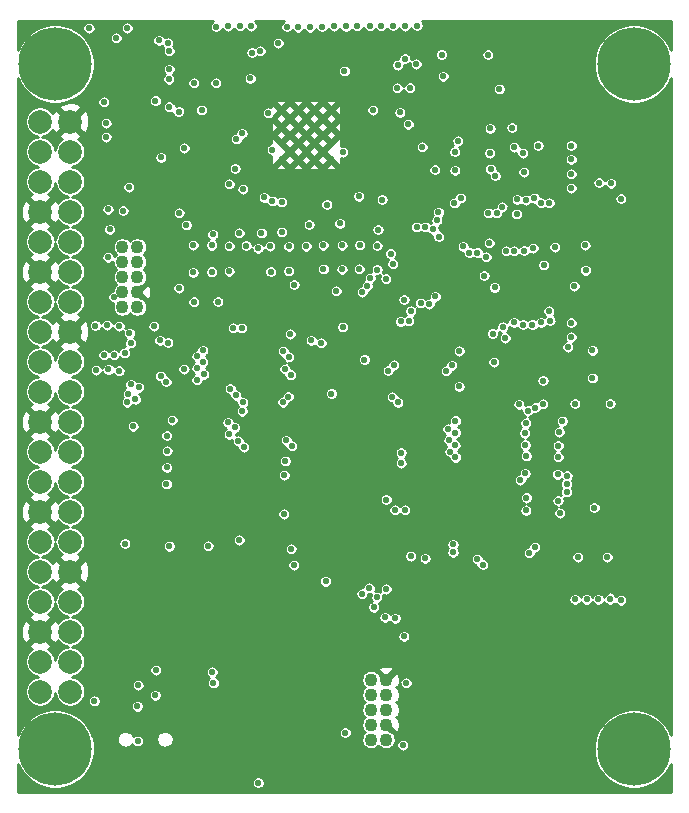
<source format=gbr>
G04 #@! TF.GenerationSoftware,KiCad,Pcbnew,5.1.4+dfsg1-1~bpo9+1*
G04 #@! TF.CreationDate,2019-11-25T12:29:00+01:00*
G04 #@! TF.ProjectId,zglue-demo-board,7a676c75-652d-4646-956d-6f2d626f6172,rev?*
G04 #@! TF.SameCoordinates,Original*
G04 #@! TF.FileFunction,Copper,L2,Inr*
G04 #@! TF.FilePolarity,Positive*
%FSLAX46Y46*%
G04 Gerber Fmt 4.6, Leading zero omitted, Abs format (unit mm)*
G04 Created by KiCad (PCBNEW 5.1.4+dfsg1-1~bpo9+1) date 2019-11-25 12:29:00*
%MOMM*%
%LPD*%
G04 APERTURE LIST*
%ADD10C,0.500000*%
%ADD11C,1.100000*%
%ADD12C,6.200000*%
%ADD13C,2.000000*%
%ADD14C,0.550000*%
%ADD15C,0.150000*%
%ADD16C,0.254000*%
G04 APERTURE END LIST*
D10*
X22650000Y-12100000D03*
X24050000Y-12100000D03*
X25450000Y-12100000D03*
X26850000Y-12100000D03*
X22650000Y-10700000D03*
X24050000Y-10700000D03*
X25450000Y-10700000D03*
X26850000Y-10700000D03*
X22650000Y-9300000D03*
X24050000Y-9300000D03*
X25450000Y-9300000D03*
X26850000Y-9300000D03*
X22650000Y-7900000D03*
X24050000Y-7900000D03*
X25450000Y-7900000D03*
X26850000Y-7900000D03*
D11*
X30240000Y-56120000D03*
X31510000Y-56120000D03*
X30240000Y-57390000D03*
X31510000Y-57390000D03*
X30240000Y-58660000D03*
X31510000Y-58660000D03*
X30240000Y-59930000D03*
X31510000Y-59930000D03*
X30240000Y-61200000D03*
X31510000Y-61200000D03*
X9190000Y-19490000D03*
X10460000Y-19490000D03*
X9190000Y-20760000D03*
X10460000Y-20760000D03*
X9190000Y-22030000D03*
X10460000Y-22030000D03*
X9190000Y-23300000D03*
X10460000Y-23300000D03*
X9190000Y-24570000D03*
X10460000Y-24570000D03*
D12*
X3500000Y-4000000D03*
X3500000Y-62000000D03*
X52500000Y-62000000D03*
X52500000Y-4000000D03*
D13*
X4770000Y-57130000D03*
X2230000Y-57130000D03*
X4770000Y-54590000D03*
X2230000Y-54590000D03*
X4770000Y-52050000D03*
X2230000Y-52050000D03*
X4770000Y-49510000D03*
X2230000Y-49510000D03*
X4770000Y-46970000D03*
X2230000Y-46970000D03*
X4770000Y-44430000D03*
X2230000Y-44430000D03*
X4770000Y-41890000D03*
X2230000Y-41890000D03*
X4770000Y-39350000D03*
X2230000Y-39350000D03*
X4770000Y-36810000D03*
X2230000Y-36810000D03*
X4770000Y-34270000D03*
X2230000Y-34270000D03*
X4770000Y-31730000D03*
X2230000Y-31730000D03*
X4770000Y-29190000D03*
X2230000Y-29190000D03*
X4770000Y-26650000D03*
X2230000Y-26650000D03*
X4770000Y-24110000D03*
X2230000Y-24110000D03*
X4770000Y-21570000D03*
X2230000Y-21570000D03*
X4770000Y-19030000D03*
X2230000Y-19030000D03*
X4770000Y-16490000D03*
X2230000Y-16490000D03*
X4770000Y-13950000D03*
X2230000Y-13950000D03*
X4770000Y-11410000D03*
X2230000Y-11410000D03*
X4770000Y-8870000D03*
X2230000Y-8870000D03*
D14*
X43641351Y-45388649D03*
X23278649Y-28798649D03*
X25000000Y-4350000D03*
X19250000Y-6600000D03*
X19250000Y-7600000D03*
X17000000Y-12350000D03*
X18000000Y-12350000D03*
X19250000Y-13850000D03*
X19335883Y-11764117D03*
X32500000Y-9600000D03*
X30620000Y-7240000D03*
X31500000Y-17600000D03*
X29750000Y-18350000D03*
X28500000Y-17600000D03*
X22000000Y-17600000D03*
X27500000Y-15350000D03*
X9250000Y-58800000D03*
X24500000Y-47750000D03*
X46500000Y-46750000D03*
X43500000Y-46750000D03*
X40500000Y-46750000D03*
X37500000Y-46750000D03*
X17000000Y-7850000D03*
X18000000Y-7850000D03*
X51250000Y-35750000D03*
X51000000Y-44250000D03*
X49750000Y-38100000D03*
X49500000Y-39000000D03*
X51000000Y-21250000D03*
X50750000Y-30500000D03*
X48750000Y-23750000D03*
X48750000Y-24750000D03*
X43500000Y-16500000D03*
X16100000Y-31300000D03*
X23200000Y-27500000D03*
X19600000Y-28200000D03*
X23500000Y-31200000D03*
X23300000Y-33700000D03*
X22400000Y-34300000D03*
X22400000Y-35700000D03*
X32300000Y-28200000D03*
X32700000Y-29000000D03*
X30900000Y-31800000D03*
X33600000Y-32800000D03*
X32800000Y-35000000D03*
X33600000Y-35800000D03*
X39900000Y-37800000D03*
X40100000Y-34700000D03*
X40100000Y-31500000D03*
X47000000Y-20800000D03*
X47490000Y-40037510D03*
X10400000Y-1800000D03*
X47558420Y-26534458D03*
X16239117Y-13110883D03*
X15900000Y-33125010D03*
X7500000Y-55800000D03*
X6680494Y-56338254D03*
X46100000Y-25550000D03*
X46500000Y-19500000D03*
X24000000Y-27400000D03*
X32500000Y-13600000D03*
X46760000Y-31860000D03*
X41420000Y-24830000D03*
X37490000Y-20120000D03*
X30730000Y-13650000D03*
X34720000Y-5120000D03*
X35780000Y-62790000D03*
X25310000Y-44175000D03*
X26560000Y-16700000D03*
X15320000Y-15430000D03*
X14970000Y-3870000D03*
X11710000Y-58380000D03*
X11740000Y-61230000D03*
X30474987Y-45750000D03*
X7815000Y-13510000D03*
X13365000Y-11300000D03*
X16680000Y-63170000D03*
X24890000Y-63160000D03*
X46170876Y-26729124D03*
X22290000Y-1460000D03*
X40930000Y-19710000D03*
X8470000Y-40700000D03*
X42035801Y-16254351D03*
X37190000Y-44672500D03*
X23248649Y-32161351D03*
X37190000Y-45347500D03*
X22771351Y-32638649D03*
X39708649Y-46388649D03*
X22961351Y-29831351D03*
X39231351Y-45911351D03*
X23438649Y-30308649D03*
X44118649Y-44911351D03*
X22801351Y-28321351D03*
X26900000Y-31900000D03*
X51400000Y-15400000D03*
X51400000Y-49400000D03*
X33600000Y-24900000D03*
X19075000Y-18300000D03*
X32089124Y-20910876D03*
X26500000Y-15900000D03*
X10530000Y-56590000D03*
X47460000Y-22810000D03*
X23720000Y-46420000D03*
X46900000Y-27970000D03*
X14010000Y-16600000D03*
X9258471Y-16416283D03*
X22870000Y-42100010D03*
X31195876Y-15475876D03*
X40140000Y-3210000D03*
X32950000Y-61660000D03*
X30470000Y-50000000D03*
X12930000Y-39570000D03*
X37088649Y-29511351D03*
X45337500Y-15750000D03*
X31701351Y-29958649D03*
X38582500Y-19970000D03*
X32178649Y-29481351D03*
X39257500Y-19970000D03*
X32528649Y-32658649D03*
X41682500Y-19830000D03*
X32051351Y-32181351D03*
X42357500Y-19830000D03*
X36611351Y-29988649D03*
X44662500Y-15750000D03*
X49150011Y-41559999D03*
X18854986Y-10344838D03*
X47197079Y-27104610D03*
X19339654Y-9875010D03*
X47200000Y-25900000D03*
X49000000Y-30600000D03*
X49000000Y-28250000D03*
X34590000Y-11020000D03*
X23538649Y-36338649D03*
X46800000Y-40237500D03*
X23061351Y-35861351D03*
X46800000Y-39562500D03*
X45800000Y-19500000D03*
X16750000Y-21590000D03*
X16750000Y-19350000D03*
X43990000Y-19590000D03*
X18120000Y-790000D03*
X14620000Y-17625000D03*
X43200000Y-19800000D03*
X44860000Y-21030000D03*
X18240000Y-21550000D03*
X18240000Y-19400000D03*
X19130000Y-770000D03*
X17290000Y-24115000D03*
X44400000Y-10900000D03*
X13400871Y-34149386D03*
X19000000Y-35900000D03*
X43180000Y-13160000D03*
X38045261Y-19446491D03*
X18230000Y-35360000D03*
X29494393Y-23319252D03*
X10300000Y-32397018D03*
X42628868Y-15467220D03*
X43360000Y-15530000D03*
X18700000Y-34775000D03*
X29919475Y-22794912D03*
X10580000Y-31380000D03*
X9905000Y-31130000D03*
X18140000Y-34350000D03*
X30170000Y-22120000D03*
X44080000Y-15355010D03*
X39816541Y-21916541D03*
X19680000Y-19370000D03*
X19290000Y-26340000D03*
X33422746Y-25744857D03*
X20110000Y-790000D03*
X40010000Y-20325000D03*
X15190000Y-21650000D03*
X15180000Y-19330000D03*
X17130000Y-840000D03*
X41600000Y-27200000D03*
X26210000Y-19350000D03*
X26220000Y-21340000D03*
X26040000Y-27610000D03*
X28150000Y-820000D03*
X41390000Y-26249999D03*
X24770000Y-19430000D03*
X23730000Y-22680000D03*
X23407227Y-26857594D03*
X26120000Y-830000D03*
X27300000Y-23200000D03*
X30100000Y-48350000D03*
X21690000Y-19420000D03*
X21750000Y-21580000D03*
X24088000Y-890000D03*
X12950000Y-35460000D03*
X19100000Y-44300000D03*
X16850000Y-18425000D03*
X18250000Y-14150000D03*
X32750000Y-25800000D03*
X31900000Y-20050000D03*
X20025000Y-5225000D03*
X31500000Y-22180000D03*
X20680000Y-19610000D03*
X12990000Y-36750000D03*
X12950000Y-38160000D03*
X29480000Y-48860000D03*
X29280000Y-19340000D03*
X29240000Y-21350000D03*
X29090000Y-780000D03*
X27800000Y-19350000D03*
X27790000Y-21380000D03*
X18590000Y-26340000D03*
X27840000Y-26275000D03*
X45410000Y-25720000D03*
X27130000Y-800000D03*
X40540000Y-26820000D03*
X23280000Y-19440000D03*
X23270000Y-21540000D03*
X25190000Y-27400000D03*
X25104000Y-890000D03*
X21200000Y-15300000D03*
X15900000Y-7900000D03*
X12000000Y-7100000D03*
X15250000Y-5600000D03*
X21903749Y-15601874D03*
X22674990Y-15700000D03*
X9735000Y-14430000D03*
X47750000Y-45750000D03*
X50250000Y-45750000D03*
X50500000Y-32750000D03*
X47500000Y-32750000D03*
X23000000Y-37600000D03*
X22900000Y-38800000D03*
X16804124Y-55475876D03*
X16910000Y-56390000D03*
X7970000Y-20360000D03*
X6825000Y-57925000D03*
X12020000Y-55320000D03*
X11990000Y-57450000D03*
X10470000Y-58380000D03*
X10480000Y-61300000D03*
X31530000Y-48450000D03*
X23480000Y-45050000D03*
X44650000Y-25880000D03*
X46450021Y-34240000D03*
X43920000Y-26060000D03*
X46175010Y-35160000D03*
X43100000Y-26060000D03*
X46100000Y-36310000D03*
X42330000Y-25880000D03*
X46100000Y-37270000D03*
X45300000Y-24900000D03*
X40710000Y-22920000D03*
X13175020Y-44830000D03*
X32310000Y-50930000D03*
X44810000Y-30800000D03*
X40636316Y-29243684D03*
X16460000Y-44790000D03*
X31420000Y-50850000D03*
X46220000Y-42030000D03*
X42760000Y-32810000D03*
X46080000Y-40970000D03*
X43524748Y-33354339D03*
X46860000Y-38860000D03*
X44150000Y-33100000D03*
X46040000Y-38740000D03*
X44800000Y-32770000D03*
X16000000Y-29250000D03*
X15500000Y-29750000D03*
X28070000Y-60610000D03*
X15500000Y-28750000D03*
X16000000Y-28250000D03*
X33140000Y-790000D03*
X34150000Y-740000D03*
X19350000Y-33400000D03*
X7910000Y-26110000D03*
X8460000Y-28634659D03*
X19400000Y-32650000D03*
X8929124Y-26190876D03*
X9381843Y-28464583D03*
X18800000Y-32050000D03*
X6910000Y-26140000D03*
X12358916Y-27398667D03*
X14410000Y-29830000D03*
X19474980Y-36425000D03*
X20710000Y-64850000D03*
X15500000Y-30750000D03*
X18330000Y-31480000D03*
X16090000Y-30277000D03*
X6370000Y-960000D03*
X29690000Y-29020000D03*
X13160000Y-2880000D03*
X31539444Y-40875000D03*
X8930000Y-29970000D03*
X33100000Y-41750000D03*
X8020330Y-29859670D03*
X32250000Y-41750000D03*
X6980000Y-29920000D03*
X37700000Y-28300000D03*
X43354767Y-34405233D03*
X43250000Y-35230000D03*
X43320000Y-36260000D03*
X43400000Y-37180000D03*
X37700000Y-31300000D03*
X34830000Y-45860000D03*
X33600000Y-45672500D03*
X13975000Y-22970000D03*
X43290000Y-38670000D03*
X42877779Y-39237500D03*
X43410000Y-40710000D03*
X43360000Y-41800000D03*
X37400000Y-34200000D03*
X36759637Y-34900000D03*
X37400000Y-35200000D03*
X8470000Y-23720000D03*
X11863251Y-26200000D03*
X36839844Y-35850001D03*
X37362623Y-36277000D03*
X36922702Y-36822702D03*
X32800000Y-36900000D03*
X37400000Y-37300000D03*
X32800000Y-37800000D03*
X13050000Y-27580000D03*
X15240000Y-24130000D03*
X28000000Y-4600000D03*
X32500000Y-4100000D03*
X33400000Y-9100000D03*
X25000000Y-17600000D03*
X30840000Y-18020000D03*
X20870000Y-2880000D03*
X18750000Y-12850000D03*
X21870000Y-11250000D03*
X22375426Y-2232515D03*
X20160000Y-3030000D03*
X17100000Y-5600000D03*
X32700000Y-8100000D03*
X7630000Y-7210000D03*
X13029710Y-2217692D03*
X23110000Y-840000D03*
X29200000Y-15200000D03*
X27600000Y-17500000D03*
X30400000Y-7900000D03*
X19400000Y-14600000D03*
X21560000Y-8140000D03*
X27870000Y-11460000D03*
X41120000Y-6110000D03*
X26400000Y-47800000D03*
X30740000Y-49140000D03*
X30770000Y-19380000D03*
X30770000Y-21400000D03*
X9399999Y-44600000D03*
X30150000Y-760000D03*
X9590000Y-950000D03*
X10110000Y-34670000D03*
X12270000Y-1999999D03*
X8660000Y-1790000D03*
X13170000Y-4450000D03*
X12450001Y-11910000D03*
X12430047Y-30429952D03*
X9600000Y-32640000D03*
X13170000Y-7620000D03*
X8115200Y-18005200D03*
X9798248Y-26800000D03*
X7815000Y-10185000D03*
X13120000Y-5290000D03*
X9906633Y-27618702D03*
X7980000Y-16300000D03*
X7620000Y-28620000D03*
X7815000Y-9010000D03*
X13950000Y-8025000D03*
X14440000Y-11110000D03*
X12917558Y-30896814D03*
X9684989Y-31924989D03*
X50550000Y-14100000D03*
X40370000Y-12870000D03*
X42180000Y-9385000D03*
X49550000Y-14050000D03*
X40290000Y-11537500D03*
X48378459Y-19341541D03*
X48410000Y-21470000D03*
X50500000Y-49325010D03*
X40330000Y-9460000D03*
X42370000Y-11040000D03*
X40780000Y-13455000D03*
X49500000Y-49325010D03*
X43090000Y-11537500D03*
X48500000Y-49325010D03*
X33220000Y-56400000D03*
X47500000Y-49325010D03*
X33035000Y-52465000D03*
X33040000Y-23949999D03*
X40243524Y-19147625D03*
X35960000Y-16560000D03*
X40875000Y-16619124D03*
X34440000Y-24230000D03*
X40190000Y-16610000D03*
X35820000Y-17240000D03*
X35170000Y-24330000D03*
X37325001Y-11425001D03*
X37350000Y-13010000D03*
X37600000Y-10500000D03*
X35640000Y-12950000D03*
X35690000Y-23680000D03*
X47200000Y-10900000D03*
X35972124Y-18616124D03*
X47200000Y-12075000D03*
X35500000Y-18000000D03*
X47200000Y-13300000D03*
X34859637Y-17786546D03*
X47200000Y-14500000D03*
X34100000Y-17800000D03*
X33520000Y-6010000D03*
X22674990Y-18225000D03*
X31110000Y-760000D03*
X33120000Y-3540000D03*
X20975000Y-18325000D03*
X32475000Y-6020000D03*
X34060000Y-4000000D03*
X32100000Y-750000D03*
X42570000Y-16680000D03*
X37316356Y-15767947D03*
X37830000Y-15330000D03*
X41350000Y-16090000D03*
X36365000Y-5040000D03*
X36220000Y-3195000D03*
D15*
X50500000Y-49000000D02*
X50500000Y-49325010D01*
D16*
G36*
X16778120Y-411234D02*
G01*
X16701234Y-488120D01*
X16640824Y-578530D01*
X16599213Y-678988D01*
X16578000Y-785633D01*
X16578000Y-894367D01*
X16599213Y-1001012D01*
X16640824Y-1101470D01*
X16701234Y-1191880D01*
X16778120Y-1268766D01*
X16868530Y-1329176D01*
X16968988Y-1370787D01*
X17075633Y-1392000D01*
X17184367Y-1392000D01*
X17291012Y-1370787D01*
X17391470Y-1329176D01*
X17481880Y-1268766D01*
X17558766Y-1191880D01*
X17619176Y-1101470D01*
X17636419Y-1059843D01*
X17691234Y-1141880D01*
X17768120Y-1218766D01*
X17858530Y-1279176D01*
X17958988Y-1320787D01*
X18065633Y-1342000D01*
X18174367Y-1342000D01*
X18281012Y-1320787D01*
X18381470Y-1279176D01*
X18471880Y-1218766D01*
X18548766Y-1141880D01*
X18609176Y-1051470D01*
X18629142Y-1003267D01*
X18640824Y-1031470D01*
X18701234Y-1121880D01*
X18778120Y-1198766D01*
X18868530Y-1259176D01*
X18968988Y-1300787D01*
X19075633Y-1322000D01*
X19184367Y-1322000D01*
X19291012Y-1300787D01*
X19391470Y-1259176D01*
X19481880Y-1198766D01*
X19558766Y-1121880D01*
X19615079Y-1037601D01*
X19620824Y-1051470D01*
X19681234Y-1141880D01*
X19758120Y-1218766D01*
X19848530Y-1279176D01*
X19948988Y-1320787D01*
X20055633Y-1342000D01*
X20164367Y-1342000D01*
X20271012Y-1320787D01*
X20371470Y-1279176D01*
X20461880Y-1218766D01*
X20538766Y-1141880D01*
X20599176Y-1051470D01*
X20640787Y-951012D01*
X20662000Y-844367D01*
X20662000Y-735633D01*
X20640787Y-628988D01*
X20599176Y-528530D01*
X20538766Y-438120D01*
X20461880Y-361234D01*
X20448060Y-352000D01*
X22846770Y-352000D01*
X22758120Y-411234D01*
X22681234Y-488120D01*
X22620824Y-578530D01*
X22579213Y-678988D01*
X22558000Y-785633D01*
X22558000Y-894367D01*
X22579213Y-1001012D01*
X22620824Y-1101470D01*
X22681234Y-1191880D01*
X22758120Y-1268766D01*
X22848530Y-1329176D01*
X22948988Y-1370787D01*
X23055633Y-1392000D01*
X23164367Y-1392000D01*
X23271012Y-1370787D01*
X23371470Y-1329176D01*
X23461880Y-1268766D01*
X23538766Y-1191880D01*
X23586174Y-1120929D01*
X23598824Y-1151470D01*
X23659234Y-1241880D01*
X23736120Y-1318766D01*
X23826530Y-1379176D01*
X23926988Y-1420787D01*
X24033633Y-1442000D01*
X24142367Y-1442000D01*
X24249012Y-1420787D01*
X24349470Y-1379176D01*
X24439880Y-1318766D01*
X24516766Y-1241880D01*
X24577176Y-1151470D01*
X24596000Y-1106025D01*
X24614824Y-1151470D01*
X24675234Y-1241880D01*
X24752120Y-1318766D01*
X24842530Y-1379176D01*
X24942988Y-1420787D01*
X25049633Y-1442000D01*
X25158367Y-1442000D01*
X25265012Y-1420787D01*
X25365470Y-1379176D01*
X25455880Y-1318766D01*
X25532766Y-1241880D01*
X25593176Y-1151470D01*
X25624426Y-1076025D01*
X25630824Y-1091470D01*
X25691234Y-1181880D01*
X25768120Y-1258766D01*
X25858530Y-1319176D01*
X25958988Y-1360787D01*
X26065633Y-1382000D01*
X26174367Y-1382000D01*
X26281012Y-1360787D01*
X26381470Y-1319176D01*
X26471880Y-1258766D01*
X26548766Y-1181880D01*
X26609176Y-1091470D01*
X26631213Y-1038267D01*
X26640824Y-1061470D01*
X26701234Y-1151880D01*
X26778120Y-1228766D01*
X26868530Y-1289176D01*
X26968988Y-1330787D01*
X27075633Y-1352000D01*
X27184367Y-1352000D01*
X27291012Y-1330787D01*
X27391470Y-1289176D01*
X27481880Y-1228766D01*
X27558766Y-1151880D01*
X27619176Y-1061470D01*
X27635858Y-1021196D01*
X27660824Y-1081470D01*
X27721234Y-1171880D01*
X27798120Y-1248766D01*
X27888530Y-1309176D01*
X27988988Y-1350787D01*
X28095633Y-1372000D01*
X28204367Y-1372000D01*
X28311012Y-1350787D01*
X28411470Y-1309176D01*
X28501880Y-1248766D01*
X28578766Y-1171880D01*
X28633364Y-1090169D01*
X28661234Y-1131880D01*
X28738120Y-1208766D01*
X28828530Y-1269176D01*
X28928988Y-1310787D01*
X29035633Y-1332000D01*
X29144367Y-1332000D01*
X29251012Y-1310787D01*
X29351470Y-1269176D01*
X29441880Y-1208766D01*
X29518766Y-1131880D01*
X29579176Y-1041470D01*
X29620787Y-941012D01*
X29622964Y-930068D01*
X29660824Y-1021470D01*
X29721234Y-1111880D01*
X29798120Y-1188766D01*
X29888530Y-1249176D01*
X29988988Y-1290787D01*
X30095633Y-1312000D01*
X30204367Y-1312000D01*
X30311012Y-1290787D01*
X30411470Y-1249176D01*
X30501880Y-1188766D01*
X30578766Y-1111880D01*
X30630000Y-1035203D01*
X30681234Y-1111880D01*
X30758120Y-1188766D01*
X30848530Y-1249176D01*
X30948988Y-1290787D01*
X31055633Y-1312000D01*
X31164367Y-1312000D01*
X31271012Y-1290787D01*
X31371470Y-1249176D01*
X31461880Y-1188766D01*
X31538766Y-1111880D01*
X31599176Y-1021470D01*
X31607071Y-1002410D01*
X31610824Y-1011470D01*
X31671234Y-1101880D01*
X31748120Y-1178766D01*
X31838530Y-1239176D01*
X31938988Y-1280787D01*
X32045633Y-1302000D01*
X32154367Y-1302000D01*
X32261012Y-1280787D01*
X32361470Y-1239176D01*
X32451880Y-1178766D01*
X32528766Y-1101880D01*
X32589176Y-1011470D01*
X32611716Y-957054D01*
X32650824Y-1051470D01*
X32711234Y-1141880D01*
X32788120Y-1218766D01*
X32878530Y-1279176D01*
X32978988Y-1320787D01*
X33085633Y-1342000D01*
X33194367Y-1342000D01*
X33301012Y-1320787D01*
X33401470Y-1279176D01*
X33491880Y-1218766D01*
X33568766Y-1141880D01*
X33629176Y-1051470D01*
X33655355Y-988267D01*
X33660824Y-1001470D01*
X33721234Y-1091880D01*
X33798120Y-1168766D01*
X33888530Y-1229176D01*
X33988988Y-1270787D01*
X34095633Y-1292000D01*
X34204367Y-1292000D01*
X34311012Y-1270787D01*
X34411470Y-1229176D01*
X34501880Y-1168766D01*
X34578766Y-1091880D01*
X34639176Y-1001470D01*
X34680787Y-901012D01*
X34702000Y-794367D01*
X34702000Y-685633D01*
X34680787Y-578988D01*
X34639176Y-478530D01*
X34578766Y-388120D01*
X34542646Y-352000D01*
X55648001Y-352000D01*
X55648001Y-2775419D01*
X55492659Y-2400391D01*
X55123087Y-1847288D01*
X54652712Y-1376913D01*
X54099609Y-1007341D01*
X53485035Y-752776D01*
X52832605Y-623000D01*
X52167395Y-623000D01*
X51514965Y-752776D01*
X50900391Y-1007341D01*
X50347288Y-1376913D01*
X49876913Y-1847288D01*
X49507341Y-2400391D01*
X49252776Y-3014965D01*
X49123000Y-3667395D01*
X49123000Y-4332605D01*
X49252776Y-4985035D01*
X49507341Y-5599609D01*
X49876913Y-6152712D01*
X50347288Y-6623087D01*
X50900391Y-6992659D01*
X51514965Y-7247224D01*
X52167395Y-7377000D01*
X52832605Y-7377000D01*
X53485035Y-7247224D01*
X54099609Y-6992659D01*
X54652712Y-6623087D01*
X55123087Y-6152712D01*
X55492659Y-5599609D01*
X55648001Y-5224581D01*
X55648000Y-60775417D01*
X55492659Y-60400391D01*
X55123087Y-59847288D01*
X54652712Y-59376913D01*
X54099609Y-59007341D01*
X53485035Y-58752776D01*
X52832605Y-58623000D01*
X52167395Y-58623000D01*
X51514965Y-58752776D01*
X50900391Y-59007341D01*
X50347288Y-59376913D01*
X49876913Y-59847288D01*
X49507341Y-60400391D01*
X49252776Y-61014965D01*
X49123000Y-61667395D01*
X49123000Y-62332605D01*
X49252776Y-62985035D01*
X49507341Y-63599609D01*
X49876913Y-64152712D01*
X50347288Y-64623087D01*
X50900391Y-64992659D01*
X51514965Y-65247224D01*
X52167395Y-65377000D01*
X52832605Y-65377000D01*
X53485035Y-65247224D01*
X54099609Y-64992659D01*
X54652712Y-64623087D01*
X55123087Y-64152712D01*
X55492659Y-63599609D01*
X55648000Y-63224583D01*
X55648000Y-65648000D01*
X352000Y-65648000D01*
X352000Y-63224583D01*
X507341Y-63599609D01*
X876913Y-64152712D01*
X1347288Y-64623087D01*
X1900391Y-64992659D01*
X2514965Y-65247224D01*
X3167395Y-65377000D01*
X3832605Y-65377000D01*
X4485035Y-65247224D01*
X5099609Y-64992659D01*
X5394478Y-64795633D01*
X20158000Y-64795633D01*
X20158000Y-64904367D01*
X20179213Y-65011012D01*
X20220824Y-65111470D01*
X20281234Y-65201880D01*
X20358120Y-65278766D01*
X20448530Y-65339176D01*
X20548988Y-65380787D01*
X20655633Y-65402000D01*
X20764367Y-65402000D01*
X20871012Y-65380787D01*
X20971470Y-65339176D01*
X21061880Y-65278766D01*
X21138766Y-65201880D01*
X21199176Y-65111470D01*
X21240787Y-65011012D01*
X21262000Y-64904367D01*
X21262000Y-64795633D01*
X21240787Y-64688988D01*
X21199176Y-64588530D01*
X21138766Y-64498120D01*
X21061880Y-64421234D01*
X20971470Y-64360824D01*
X20871012Y-64319213D01*
X20764367Y-64298000D01*
X20655633Y-64298000D01*
X20548988Y-64319213D01*
X20448530Y-64360824D01*
X20358120Y-64421234D01*
X20281234Y-64498120D01*
X20220824Y-64588530D01*
X20179213Y-64688988D01*
X20158000Y-64795633D01*
X5394478Y-64795633D01*
X5652712Y-64623087D01*
X6123087Y-64152712D01*
X6492659Y-63599609D01*
X6747224Y-62985035D01*
X6877000Y-62332605D01*
X6877000Y-61667395D01*
X6761831Y-61088397D01*
X8723000Y-61088397D01*
X8723000Y-61231603D01*
X8750938Y-61372058D01*
X8805741Y-61504364D01*
X8885302Y-61623436D01*
X8986564Y-61724698D01*
X9105636Y-61804259D01*
X9237942Y-61859062D01*
X9378397Y-61887000D01*
X9521603Y-61887000D01*
X9662058Y-61859062D01*
X9794364Y-61804259D01*
X9913436Y-61724698D01*
X10014698Y-61623436D01*
X10023463Y-61610318D01*
X10051234Y-61651880D01*
X10128120Y-61728766D01*
X10218530Y-61789176D01*
X10318988Y-61830787D01*
X10425633Y-61852000D01*
X10534367Y-61852000D01*
X10641012Y-61830787D01*
X10741470Y-61789176D01*
X10831880Y-61728766D01*
X10908766Y-61651880D01*
X10969176Y-61561470D01*
X11010787Y-61461012D01*
X11032000Y-61354367D01*
X11032000Y-61245633D01*
X11010787Y-61138988D01*
X10989832Y-61088397D01*
X12073000Y-61088397D01*
X12073000Y-61231603D01*
X12100938Y-61372058D01*
X12155741Y-61504364D01*
X12235302Y-61623436D01*
X12336564Y-61724698D01*
X12455636Y-61804259D01*
X12587942Y-61859062D01*
X12728397Y-61887000D01*
X12871603Y-61887000D01*
X13012058Y-61859062D01*
X13144364Y-61804259D01*
X13263436Y-61724698D01*
X13364698Y-61623436D01*
X13444259Y-61504364D01*
X13499062Y-61372058D01*
X13527000Y-61231603D01*
X13527000Y-61088397D01*
X13499062Y-60947942D01*
X13444259Y-60815636D01*
X13364698Y-60696564D01*
X13263436Y-60595302D01*
X13204067Y-60555633D01*
X27518000Y-60555633D01*
X27518000Y-60664367D01*
X27539213Y-60771012D01*
X27580824Y-60871470D01*
X27641234Y-60961880D01*
X27718120Y-61038766D01*
X27808530Y-61099176D01*
X27908988Y-61140787D01*
X28015633Y-61162000D01*
X28124367Y-61162000D01*
X28231012Y-61140787D01*
X28331470Y-61099176D01*
X28421880Y-61038766D01*
X28498766Y-60961880D01*
X28559176Y-60871470D01*
X28600787Y-60771012D01*
X28622000Y-60664367D01*
X28622000Y-60555633D01*
X28600787Y-60448988D01*
X28559176Y-60348530D01*
X28498766Y-60258120D01*
X28421880Y-60181234D01*
X28331470Y-60120824D01*
X28231012Y-60079213D01*
X28124367Y-60058000D01*
X28015633Y-60058000D01*
X27908988Y-60079213D01*
X27808530Y-60120824D01*
X27718120Y-60181234D01*
X27641234Y-60258120D01*
X27580824Y-60348530D01*
X27539213Y-60448988D01*
X27518000Y-60555633D01*
X13204067Y-60555633D01*
X13144364Y-60515741D01*
X13012058Y-60460938D01*
X12871603Y-60433000D01*
X12728397Y-60433000D01*
X12587942Y-60460938D01*
X12455636Y-60515741D01*
X12336564Y-60595302D01*
X12235302Y-60696564D01*
X12155741Y-60815636D01*
X12100938Y-60947942D01*
X12073000Y-61088397D01*
X10989832Y-61088397D01*
X10969176Y-61038530D01*
X10908766Y-60948120D01*
X10831880Y-60871234D01*
X10741470Y-60810824D01*
X10641012Y-60769213D01*
X10534367Y-60748000D01*
X10425633Y-60748000D01*
X10318988Y-60769213D01*
X10218530Y-60810824D01*
X10128120Y-60871234D01*
X10120461Y-60878893D01*
X10094259Y-60815636D01*
X10014698Y-60696564D01*
X9913436Y-60595302D01*
X9794364Y-60515741D01*
X9662058Y-60460938D01*
X9521603Y-60433000D01*
X9378397Y-60433000D01*
X9237942Y-60460938D01*
X9105636Y-60515741D01*
X8986564Y-60595302D01*
X8885302Y-60696564D01*
X8805741Y-60815636D01*
X8750938Y-60947942D01*
X8723000Y-61088397D01*
X6761831Y-61088397D01*
X6747224Y-61014965D01*
X6492659Y-60400391D01*
X6123087Y-59847288D01*
X5652712Y-59376913D01*
X5099609Y-59007341D01*
X4485035Y-58752776D01*
X3832605Y-58623000D01*
X3167395Y-58623000D01*
X2514965Y-58752776D01*
X1900391Y-59007341D01*
X1347288Y-59376913D01*
X876913Y-59847288D01*
X507341Y-60400391D01*
X352000Y-60775417D01*
X352000Y-52112595D01*
X588282Y-52112595D01*
X632039Y-52431675D01*
X737205Y-52736088D01*
X830186Y-52910044D01*
X1094587Y-53005808D01*
X2050395Y-52050000D01*
X1094587Y-51094192D01*
X830186Y-51189956D01*
X689296Y-51479571D01*
X607616Y-51791108D01*
X588282Y-52112595D01*
X352000Y-52112595D01*
X352000Y-41952595D01*
X588282Y-41952595D01*
X632039Y-42271675D01*
X737205Y-42576088D01*
X830186Y-42750044D01*
X1094587Y-42845808D01*
X2050395Y-41890000D01*
X1094587Y-40934192D01*
X830186Y-41029956D01*
X689296Y-41319571D01*
X607616Y-41631108D01*
X588282Y-41952595D01*
X352000Y-41952595D01*
X352000Y-34332595D01*
X588282Y-34332595D01*
X632039Y-34651675D01*
X737205Y-34956088D01*
X830186Y-35130044D01*
X1094587Y-35225808D01*
X2050395Y-34270000D01*
X1094587Y-33314192D01*
X830186Y-33409956D01*
X689296Y-33699571D01*
X607616Y-34011108D01*
X588282Y-34332595D01*
X352000Y-34332595D01*
X352000Y-21632595D01*
X588282Y-21632595D01*
X632039Y-21951675D01*
X737205Y-22256088D01*
X830186Y-22430044D01*
X1094587Y-22525808D01*
X2050395Y-21570000D01*
X1094587Y-20614192D01*
X830186Y-20709956D01*
X689296Y-20999571D01*
X607616Y-21311108D01*
X588282Y-21632595D01*
X352000Y-21632595D01*
X352000Y-16552595D01*
X588282Y-16552595D01*
X632039Y-16871675D01*
X737205Y-17176088D01*
X830186Y-17350044D01*
X1094587Y-17445808D01*
X2050395Y-16490000D01*
X1094587Y-15534192D01*
X830186Y-15629956D01*
X689296Y-15919571D01*
X607616Y-16231108D01*
X588282Y-16552595D01*
X352000Y-16552595D01*
X352000Y-8744226D01*
X953000Y-8744226D01*
X953000Y-8995774D01*
X1002074Y-9242487D01*
X1098337Y-9474886D01*
X1238089Y-9684040D01*
X1415960Y-9861911D01*
X1625114Y-10001663D01*
X1857513Y-10097926D01*
X2069034Y-10140000D01*
X1857513Y-10182074D01*
X1625114Y-10278337D01*
X1415960Y-10418089D01*
X1238089Y-10595960D01*
X1098337Y-10805114D01*
X1002074Y-11037513D01*
X953000Y-11284226D01*
X953000Y-11535774D01*
X1002074Y-11782487D01*
X1098337Y-12014886D01*
X1238089Y-12224040D01*
X1415960Y-12401911D01*
X1625114Y-12541663D01*
X1857513Y-12637926D01*
X2069034Y-12680000D01*
X1857513Y-12722074D01*
X1625114Y-12818337D01*
X1415960Y-12958089D01*
X1238089Y-13135960D01*
X1098337Y-13345114D01*
X1002074Y-13577513D01*
X953000Y-13824226D01*
X953000Y-14075774D01*
X1002074Y-14322487D01*
X1098337Y-14554886D01*
X1238089Y-14764040D01*
X1415960Y-14941911D01*
X1518801Y-15010627D01*
X1369956Y-15090186D01*
X1274192Y-15354587D01*
X2230000Y-16310395D01*
X3185808Y-15354587D01*
X3090044Y-15090186D01*
X2935007Y-15014765D01*
X3044040Y-14941911D01*
X3221911Y-14764040D01*
X3361663Y-14554886D01*
X3457926Y-14322487D01*
X3500000Y-14110966D01*
X3542074Y-14322487D01*
X3638337Y-14554886D01*
X3778089Y-14764040D01*
X3955960Y-14941911D01*
X4165114Y-15081663D01*
X4397513Y-15177926D01*
X4609034Y-15220000D01*
X4397513Y-15262074D01*
X4165114Y-15358337D01*
X3955960Y-15498089D01*
X3778089Y-15675960D01*
X3709373Y-15778801D01*
X3629814Y-15629956D01*
X3365413Y-15534192D01*
X2409605Y-16490000D01*
X3365413Y-17445808D01*
X3629814Y-17350044D01*
X3705235Y-17195007D01*
X3778089Y-17304040D01*
X3955960Y-17481911D01*
X4165114Y-17621663D01*
X4397513Y-17717926D01*
X4609034Y-17760000D01*
X4397513Y-17802074D01*
X4165114Y-17898337D01*
X3955960Y-18038089D01*
X3778089Y-18215960D01*
X3638337Y-18425114D01*
X3542074Y-18657513D01*
X3500000Y-18869034D01*
X3457926Y-18657513D01*
X3361663Y-18425114D01*
X3221911Y-18215960D01*
X3044040Y-18038089D01*
X2941199Y-17969373D01*
X3090044Y-17889814D01*
X3185808Y-17625413D01*
X2230000Y-16669605D01*
X1274192Y-17625413D01*
X1369956Y-17889814D01*
X1524993Y-17965235D01*
X1415960Y-18038089D01*
X1238089Y-18215960D01*
X1098337Y-18425114D01*
X1002074Y-18657513D01*
X953000Y-18904226D01*
X953000Y-19155774D01*
X1002074Y-19402487D01*
X1098337Y-19634886D01*
X1238089Y-19844040D01*
X1415960Y-20021911D01*
X1518801Y-20090627D01*
X1369956Y-20170186D01*
X1274192Y-20434587D01*
X2230000Y-21390395D01*
X3185808Y-20434587D01*
X3090044Y-20170186D01*
X2935007Y-20094765D01*
X3044040Y-20021911D01*
X3221911Y-19844040D01*
X3361663Y-19634886D01*
X3457926Y-19402487D01*
X3500000Y-19190966D01*
X3542074Y-19402487D01*
X3638337Y-19634886D01*
X3778089Y-19844040D01*
X3955960Y-20021911D01*
X4165114Y-20161663D01*
X4397513Y-20257926D01*
X4609034Y-20300000D01*
X4397513Y-20342074D01*
X4165114Y-20438337D01*
X3955960Y-20578089D01*
X3778089Y-20755960D01*
X3709373Y-20858801D01*
X3629814Y-20709956D01*
X3365413Y-20614192D01*
X2409605Y-21570000D01*
X3365413Y-22525808D01*
X3629814Y-22430044D01*
X3705235Y-22275007D01*
X3778089Y-22384040D01*
X3955960Y-22561911D01*
X4165114Y-22701663D01*
X4397513Y-22797926D01*
X4609034Y-22840000D01*
X4397513Y-22882074D01*
X4165114Y-22978337D01*
X3955960Y-23118089D01*
X3778089Y-23295960D01*
X3638337Y-23505114D01*
X3542074Y-23737513D01*
X3500000Y-23949034D01*
X3457926Y-23737513D01*
X3361663Y-23505114D01*
X3221911Y-23295960D01*
X3044040Y-23118089D01*
X2941199Y-23049373D01*
X3090044Y-22969814D01*
X3185808Y-22705413D01*
X2230000Y-21749605D01*
X1274192Y-22705413D01*
X1369956Y-22969814D01*
X1524993Y-23045235D01*
X1415960Y-23118089D01*
X1238089Y-23295960D01*
X1098337Y-23505114D01*
X1002074Y-23737513D01*
X953000Y-23984226D01*
X953000Y-24235774D01*
X1002074Y-24482487D01*
X1098337Y-24714886D01*
X1238089Y-24924040D01*
X1415960Y-25101911D01*
X1625114Y-25241663D01*
X1857513Y-25337926D01*
X2069034Y-25380000D01*
X1857513Y-25422074D01*
X1625114Y-25518337D01*
X1415960Y-25658089D01*
X1238089Y-25835960D01*
X1098337Y-26045114D01*
X1002074Y-26277513D01*
X953000Y-26524226D01*
X953000Y-26775774D01*
X1002074Y-27022487D01*
X1098337Y-27254886D01*
X1238089Y-27464040D01*
X1415960Y-27641911D01*
X1625114Y-27781663D01*
X1857513Y-27877926D01*
X2069034Y-27920000D01*
X1857513Y-27962074D01*
X1625114Y-28058337D01*
X1415960Y-28198089D01*
X1238089Y-28375960D01*
X1098337Y-28585114D01*
X1002074Y-28817513D01*
X953000Y-29064226D01*
X953000Y-29315774D01*
X1002074Y-29562487D01*
X1098337Y-29794886D01*
X1238089Y-30004040D01*
X1415960Y-30181911D01*
X1625114Y-30321663D01*
X1857513Y-30417926D01*
X2069034Y-30460000D01*
X1857513Y-30502074D01*
X1625114Y-30598337D01*
X1415960Y-30738089D01*
X1238089Y-30915960D01*
X1098337Y-31125114D01*
X1002074Y-31357513D01*
X953000Y-31604226D01*
X953000Y-31855774D01*
X1002074Y-32102487D01*
X1098337Y-32334886D01*
X1238089Y-32544040D01*
X1415960Y-32721911D01*
X1518801Y-32790627D01*
X1369956Y-32870186D01*
X1274192Y-33134587D01*
X2230000Y-34090395D01*
X3185808Y-33134587D01*
X3090044Y-32870186D01*
X2935007Y-32794765D01*
X3044040Y-32721911D01*
X3221911Y-32544040D01*
X3361663Y-32334886D01*
X3457926Y-32102487D01*
X3500000Y-31890966D01*
X3542074Y-32102487D01*
X3638337Y-32334886D01*
X3778089Y-32544040D01*
X3955960Y-32721911D01*
X4165114Y-32861663D01*
X4397513Y-32957926D01*
X4609034Y-33000000D01*
X4397513Y-33042074D01*
X4165114Y-33138337D01*
X3955960Y-33278089D01*
X3778089Y-33455960D01*
X3709373Y-33558801D01*
X3629814Y-33409956D01*
X3365413Y-33314192D01*
X2409605Y-34270000D01*
X3365413Y-35225808D01*
X3629814Y-35130044D01*
X3705235Y-34975007D01*
X3778089Y-35084040D01*
X3955960Y-35261911D01*
X4165114Y-35401663D01*
X4397513Y-35497926D01*
X4609034Y-35540000D01*
X4397513Y-35582074D01*
X4165114Y-35678337D01*
X3955960Y-35818089D01*
X3778089Y-35995960D01*
X3638337Y-36205114D01*
X3542074Y-36437513D01*
X3500000Y-36649034D01*
X3457926Y-36437513D01*
X3361663Y-36205114D01*
X3221911Y-35995960D01*
X3044040Y-35818089D01*
X2941199Y-35749373D01*
X3090044Y-35669814D01*
X3185808Y-35405413D01*
X2230000Y-34449605D01*
X1274192Y-35405413D01*
X1369956Y-35669814D01*
X1524993Y-35745235D01*
X1415960Y-35818089D01*
X1238089Y-35995960D01*
X1098337Y-36205114D01*
X1002074Y-36437513D01*
X953000Y-36684226D01*
X953000Y-36935774D01*
X1002074Y-37182487D01*
X1098337Y-37414886D01*
X1238089Y-37624040D01*
X1415960Y-37801911D01*
X1625114Y-37941663D01*
X1857513Y-38037926D01*
X2069034Y-38080000D01*
X1857513Y-38122074D01*
X1625114Y-38218337D01*
X1415960Y-38358089D01*
X1238089Y-38535960D01*
X1098337Y-38745114D01*
X1002074Y-38977513D01*
X953000Y-39224226D01*
X953000Y-39475774D01*
X1002074Y-39722487D01*
X1098337Y-39954886D01*
X1238089Y-40164040D01*
X1415960Y-40341911D01*
X1518801Y-40410627D01*
X1369956Y-40490186D01*
X1274192Y-40754587D01*
X2230000Y-41710395D01*
X3185808Y-40754587D01*
X3090044Y-40490186D01*
X2935007Y-40414765D01*
X3044040Y-40341911D01*
X3221911Y-40164040D01*
X3361663Y-39954886D01*
X3457926Y-39722487D01*
X3500000Y-39510966D01*
X3542074Y-39722487D01*
X3638337Y-39954886D01*
X3778089Y-40164040D01*
X3955960Y-40341911D01*
X4165114Y-40481663D01*
X4397513Y-40577926D01*
X4609034Y-40620000D01*
X4397513Y-40662074D01*
X4165114Y-40758337D01*
X3955960Y-40898089D01*
X3778089Y-41075960D01*
X3709373Y-41178801D01*
X3629814Y-41029956D01*
X3365413Y-40934192D01*
X2409605Y-41890000D01*
X3365413Y-42845808D01*
X3629814Y-42750044D01*
X3705235Y-42595007D01*
X3778089Y-42704040D01*
X3955960Y-42881911D01*
X4165114Y-43021663D01*
X4397513Y-43117926D01*
X4609034Y-43160000D01*
X4397513Y-43202074D01*
X4165114Y-43298337D01*
X3955960Y-43438089D01*
X3778089Y-43615960D01*
X3638337Y-43825114D01*
X3542074Y-44057513D01*
X3500000Y-44269034D01*
X3457926Y-44057513D01*
X3361663Y-43825114D01*
X3221911Y-43615960D01*
X3044040Y-43438089D01*
X2941199Y-43369373D01*
X3090044Y-43289814D01*
X3185808Y-43025413D01*
X2230000Y-42069605D01*
X1274192Y-43025413D01*
X1369956Y-43289814D01*
X1524993Y-43365235D01*
X1415960Y-43438089D01*
X1238089Y-43615960D01*
X1098337Y-43825114D01*
X1002074Y-44057513D01*
X953000Y-44304226D01*
X953000Y-44555774D01*
X1002074Y-44802487D01*
X1098337Y-45034886D01*
X1238089Y-45244040D01*
X1415960Y-45421911D01*
X1625114Y-45561663D01*
X1857513Y-45657926D01*
X2069034Y-45700000D01*
X1857513Y-45742074D01*
X1625114Y-45838337D01*
X1415960Y-45978089D01*
X1238089Y-46155960D01*
X1098337Y-46365114D01*
X1002074Y-46597513D01*
X953000Y-46844226D01*
X953000Y-47095774D01*
X1002074Y-47342487D01*
X1098337Y-47574886D01*
X1238089Y-47784040D01*
X1415960Y-47961911D01*
X1625114Y-48101663D01*
X1857513Y-48197926D01*
X2069034Y-48240000D01*
X1857513Y-48282074D01*
X1625114Y-48378337D01*
X1415960Y-48518089D01*
X1238089Y-48695960D01*
X1098337Y-48905114D01*
X1002074Y-49137513D01*
X953000Y-49384226D01*
X953000Y-49635774D01*
X1002074Y-49882487D01*
X1098337Y-50114886D01*
X1238089Y-50324040D01*
X1415960Y-50501911D01*
X1518801Y-50570627D01*
X1369956Y-50650186D01*
X1274192Y-50914587D01*
X2230000Y-51870395D01*
X3185808Y-50914587D01*
X3090044Y-50650186D01*
X2935007Y-50574765D01*
X3044040Y-50501911D01*
X3221911Y-50324040D01*
X3361663Y-50114886D01*
X3457926Y-49882487D01*
X3500000Y-49670966D01*
X3542074Y-49882487D01*
X3638337Y-50114886D01*
X3778089Y-50324040D01*
X3955960Y-50501911D01*
X4165114Y-50641663D01*
X4397513Y-50737926D01*
X4609034Y-50780000D01*
X4397513Y-50822074D01*
X4165114Y-50918337D01*
X3955960Y-51058089D01*
X3778089Y-51235960D01*
X3709373Y-51338801D01*
X3629814Y-51189956D01*
X3365413Y-51094192D01*
X2409605Y-52050000D01*
X3365413Y-53005808D01*
X3629814Y-52910044D01*
X3705235Y-52755007D01*
X3778089Y-52864040D01*
X3955960Y-53041911D01*
X4165114Y-53181663D01*
X4397513Y-53277926D01*
X4609034Y-53320000D01*
X4397513Y-53362074D01*
X4165114Y-53458337D01*
X3955960Y-53598089D01*
X3778089Y-53775960D01*
X3638337Y-53985114D01*
X3542074Y-54217513D01*
X3500000Y-54429034D01*
X3457926Y-54217513D01*
X3361663Y-53985114D01*
X3221911Y-53775960D01*
X3044040Y-53598089D01*
X2941199Y-53529373D01*
X3090044Y-53449814D01*
X3185808Y-53185413D01*
X2230000Y-52229605D01*
X1274192Y-53185413D01*
X1369956Y-53449814D01*
X1524993Y-53525235D01*
X1415960Y-53598089D01*
X1238089Y-53775960D01*
X1098337Y-53985114D01*
X1002074Y-54217513D01*
X953000Y-54464226D01*
X953000Y-54715774D01*
X1002074Y-54962487D01*
X1098337Y-55194886D01*
X1238089Y-55404040D01*
X1415960Y-55581911D01*
X1625114Y-55721663D01*
X1857513Y-55817926D01*
X2069034Y-55860000D01*
X1857513Y-55902074D01*
X1625114Y-55998337D01*
X1415960Y-56138089D01*
X1238089Y-56315960D01*
X1098337Y-56525114D01*
X1002074Y-56757513D01*
X953000Y-57004226D01*
X953000Y-57255774D01*
X1002074Y-57502487D01*
X1098337Y-57734886D01*
X1238089Y-57944040D01*
X1415960Y-58121911D01*
X1625114Y-58261663D01*
X1857513Y-58357926D01*
X2104226Y-58407000D01*
X2355774Y-58407000D01*
X2602487Y-58357926D01*
X2834886Y-58261663D01*
X3044040Y-58121911D01*
X3221911Y-57944040D01*
X3361663Y-57734886D01*
X3457926Y-57502487D01*
X3500000Y-57290966D01*
X3542074Y-57502487D01*
X3638337Y-57734886D01*
X3778089Y-57944040D01*
X3955960Y-58121911D01*
X4165114Y-58261663D01*
X4397513Y-58357926D01*
X4644226Y-58407000D01*
X4895774Y-58407000D01*
X5142487Y-58357926D01*
X5374886Y-58261663D01*
X5584040Y-58121911D01*
X5761911Y-57944040D01*
X5810959Y-57870633D01*
X6273000Y-57870633D01*
X6273000Y-57979367D01*
X6294213Y-58086012D01*
X6335824Y-58186470D01*
X6396234Y-58276880D01*
X6473120Y-58353766D01*
X6563530Y-58414176D01*
X6663988Y-58455787D01*
X6770633Y-58477000D01*
X6879367Y-58477000D01*
X6986012Y-58455787D01*
X7086470Y-58414176D01*
X7176880Y-58353766D01*
X7205013Y-58325633D01*
X9918000Y-58325633D01*
X9918000Y-58434367D01*
X9939213Y-58541012D01*
X9980824Y-58641470D01*
X10041234Y-58731880D01*
X10118120Y-58808766D01*
X10208530Y-58869176D01*
X10308988Y-58910787D01*
X10415633Y-58932000D01*
X10524367Y-58932000D01*
X10631012Y-58910787D01*
X10731470Y-58869176D01*
X10821880Y-58808766D01*
X10898766Y-58731880D01*
X10959176Y-58641470D01*
X11000787Y-58541012D01*
X11022000Y-58434367D01*
X11022000Y-58325633D01*
X11000787Y-58218988D01*
X10959176Y-58118530D01*
X10898766Y-58028120D01*
X10821880Y-57951234D01*
X10731470Y-57890824D01*
X10631012Y-57849213D01*
X10524367Y-57828000D01*
X10415633Y-57828000D01*
X10308988Y-57849213D01*
X10208530Y-57890824D01*
X10118120Y-57951234D01*
X10041234Y-58028120D01*
X9980824Y-58118530D01*
X9939213Y-58218988D01*
X9918000Y-58325633D01*
X7205013Y-58325633D01*
X7253766Y-58276880D01*
X7314176Y-58186470D01*
X7355787Y-58086012D01*
X7377000Y-57979367D01*
X7377000Y-57870633D01*
X7355787Y-57763988D01*
X7314176Y-57663530D01*
X7253766Y-57573120D01*
X7176880Y-57496234D01*
X7086470Y-57435824D01*
X6989441Y-57395633D01*
X11438000Y-57395633D01*
X11438000Y-57504367D01*
X11459213Y-57611012D01*
X11500824Y-57711470D01*
X11561234Y-57801880D01*
X11638120Y-57878766D01*
X11728530Y-57939176D01*
X11828988Y-57980787D01*
X11935633Y-58002000D01*
X12044367Y-58002000D01*
X12151012Y-57980787D01*
X12251470Y-57939176D01*
X12341880Y-57878766D01*
X12418766Y-57801880D01*
X12479176Y-57711470D01*
X12520787Y-57611012D01*
X12542000Y-57504367D01*
X12542000Y-57395633D01*
X12520787Y-57288988D01*
X12479176Y-57188530D01*
X12418766Y-57098120D01*
X12341880Y-57021234D01*
X12251470Y-56960824D01*
X12151012Y-56919213D01*
X12044367Y-56898000D01*
X11935633Y-56898000D01*
X11828988Y-56919213D01*
X11728530Y-56960824D01*
X11638120Y-57021234D01*
X11561234Y-57098120D01*
X11500824Y-57188530D01*
X11459213Y-57288988D01*
X11438000Y-57395633D01*
X6989441Y-57395633D01*
X6986012Y-57394213D01*
X6879367Y-57373000D01*
X6770633Y-57373000D01*
X6663988Y-57394213D01*
X6563530Y-57435824D01*
X6473120Y-57496234D01*
X6396234Y-57573120D01*
X6335824Y-57663530D01*
X6294213Y-57763988D01*
X6273000Y-57870633D01*
X5810959Y-57870633D01*
X5901663Y-57734886D01*
X5997926Y-57502487D01*
X6047000Y-57255774D01*
X6047000Y-57004226D01*
X5997926Y-56757513D01*
X5906021Y-56535633D01*
X9978000Y-56535633D01*
X9978000Y-56644367D01*
X9999213Y-56751012D01*
X10040824Y-56851470D01*
X10101234Y-56941880D01*
X10178120Y-57018766D01*
X10268530Y-57079176D01*
X10368988Y-57120787D01*
X10475633Y-57142000D01*
X10584367Y-57142000D01*
X10691012Y-57120787D01*
X10791470Y-57079176D01*
X10881880Y-57018766D01*
X10958766Y-56941880D01*
X11019176Y-56851470D01*
X11060787Y-56751012D01*
X11082000Y-56644367D01*
X11082000Y-56535633D01*
X11060787Y-56428988D01*
X11019176Y-56328530D01*
X10958766Y-56238120D01*
X10881880Y-56161234D01*
X10791470Y-56100824D01*
X10691012Y-56059213D01*
X10584367Y-56038000D01*
X10475633Y-56038000D01*
X10368988Y-56059213D01*
X10268530Y-56100824D01*
X10178120Y-56161234D01*
X10101234Y-56238120D01*
X10040824Y-56328530D01*
X9999213Y-56428988D01*
X9978000Y-56535633D01*
X5906021Y-56535633D01*
X5901663Y-56525114D01*
X5761911Y-56315960D01*
X5584040Y-56138089D01*
X5374886Y-55998337D01*
X5142487Y-55902074D01*
X4930966Y-55860000D01*
X5142487Y-55817926D01*
X5374886Y-55721663D01*
X5584040Y-55581911D01*
X5761911Y-55404040D01*
X5854391Y-55265633D01*
X11468000Y-55265633D01*
X11468000Y-55374367D01*
X11489213Y-55481012D01*
X11530824Y-55581470D01*
X11591234Y-55671880D01*
X11668120Y-55748766D01*
X11758530Y-55809176D01*
X11858988Y-55850787D01*
X11965633Y-55872000D01*
X12074367Y-55872000D01*
X12181012Y-55850787D01*
X12281470Y-55809176D01*
X12371880Y-55748766D01*
X12448766Y-55671880D01*
X12509176Y-55581470D01*
X12550787Y-55481012D01*
X12562622Y-55421509D01*
X16252124Y-55421509D01*
X16252124Y-55530243D01*
X16273337Y-55636888D01*
X16314948Y-55737346D01*
X16375358Y-55827756D01*
X16452244Y-55904642D01*
X16542654Y-55965052D01*
X16550890Y-55968464D01*
X16481234Y-56038120D01*
X16420824Y-56128530D01*
X16379213Y-56228988D01*
X16358000Y-56335633D01*
X16358000Y-56444367D01*
X16379213Y-56551012D01*
X16420824Y-56651470D01*
X16481234Y-56741880D01*
X16558120Y-56818766D01*
X16648530Y-56879176D01*
X16748988Y-56920787D01*
X16855633Y-56942000D01*
X16964367Y-56942000D01*
X17071012Y-56920787D01*
X17171470Y-56879176D01*
X17261880Y-56818766D01*
X17338766Y-56741880D01*
X17399176Y-56651470D01*
X17440787Y-56551012D01*
X17462000Y-56444367D01*
X17462000Y-56335633D01*
X17440787Y-56228988D01*
X17399176Y-56128530D01*
X17339052Y-56038548D01*
X29413000Y-56038548D01*
X29413000Y-56201452D01*
X29444782Y-56361227D01*
X29507123Y-56511731D01*
X29597628Y-56647181D01*
X29705447Y-56755000D01*
X29597628Y-56862819D01*
X29507123Y-56998269D01*
X29444782Y-57148773D01*
X29413000Y-57308548D01*
X29413000Y-57471452D01*
X29444782Y-57631227D01*
X29507123Y-57781731D01*
X29597628Y-57917181D01*
X29705447Y-58025000D01*
X29597628Y-58132819D01*
X29507123Y-58268269D01*
X29444782Y-58418773D01*
X29413000Y-58578548D01*
X29413000Y-58741452D01*
X29444782Y-58901227D01*
X29507123Y-59051731D01*
X29597628Y-59187181D01*
X29705447Y-59295000D01*
X29597628Y-59402819D01*
X29507123Y-59538269D01*
X29444782Y-59688773D01*
X29413000Y-59848548D01*
X29413000Y-60011452D01*
X29444782Y-60171227D01*
X29507123Y-60321731D01*
X29597628Y-60457181D01*
X29705447Y-60565000D01*
X29597628Y-60672819D01*
X29507123Y-60808269D01*
X29444782Y-60958773D01*
X29413000Y-61118548D01*
X29413000Y-61281452D01*
X29444782Y-61441227D01*
X29507123Y-61591731D01*
X29597628Y-61727181D01*
X29712819Y-61842372D01*
X29848269Y-61932877D01*
X29998773Y-61995218D01*
X30158548Y-62027000D01*
X30321452Y-62027000D01*
X30481227Y-61995218D01*
X30631731Y-61932877D01*
X30767181Y-61842372D01*
X30875000Y-61734553D01*
X30982819Y-61842372D01*
X31118269Y-61932877D01*
X31268773Y-61995218D01*
X31428548Y-62027000D01*
X31591452Y-62027000D01*
X31751227Y-61995218D01*
X31901731Y-61932877D01*
X32037181Y-61842372D01*
X32152372Y-61727181D01*
X32233587Y-61605633D01*
X32398000Y-61605633D01*
X32398000Y-61714367D01*
X32419213Y-61821012D01*
X32460824Y-61921470D01*
X32521234Y-62011880D01*
X32598120Y-62088766D01*
X32688530Y-62149176D01*
X32788988Y-62190787D01*
X32895633Y-62212000D01*
X33004367Y-62212000D01*
X33111012Y-62190787D01*
X33211470Y-62149176D01*
X33301880Y-62088766D01*
X33378766Y-62011880D01*
X33439176Y-61921470D01*
X33480787Y-61821012D01*
X33502000Y-61714367D01*
X33502000Y-61605633D01*
X33480787Y-61498988D01*
X33439176Y-61398530D01*
X33378766Y-61308120D01*
X33301880Y-61231234D01*
X33211470Y-61170824D01*
X33111012Y-61129213D01*
X33004367Y-61108000D01*
X32895633Y-61108000D01*
X32788988Y-61129213D01*
X32688530Y-61170824D01*
X32598120Y-61231234D01*
X32521234Y-61308120D01*
X32460824Y-61398530D01*
X32419213Y-61498988D01*
X32398000Y-61605633D01*
X32233587Y-61605633D01*
X32242877Y-61591731D01*
X32305218Y-61441227D01*
X32337000Y-61281452D01*
X32337000Y-61118548D01*
X32305218Y-60958773D01*
X32242877Y-60808269D01*
X32152372Y-60672819D01*
X32037181Y-60557628D01*
X31901731Y-60467123D01*
X31843326Y-60442931D01*
X31510000Y-60109605D01*
X31495858Y-60123748D01*
X31316253Y-59944143D01*
X31330395Y-59930000D01*
X31316253Y-59915858D01*
X31390219Y-59841891D01*
X31590421Y-59848016D01*
X31629387Y-59841497D01*
X31703748Y-59915858D01*
X31689605Y-59930000D01*
X32323979Y-60564374D01*
X32542478Y-60523159D01*
X32638359Y-60310335D01*
X32690878Y-60082895D01*
X32698016Y-59849579D01*
X32659500Y-59619354D01*
X32576808Y-59401066D01*
X32542478Y-59336841D01*
X32325526Y-59295918D01*
X32324608Y-59295000D01*
X32325526Y-59294082D01*
X32542478Y-59253159D01*
X32638359Y-59040335D01*
X32690878Y-58812895D01*
X32698016Y-58579579D01*
X32659500Y-58349354D01*
X32576808Y-58131066D01*
X32542478Y-58066841D01*
X32325526Y-58025918D01*
X32324608Y-58025000D01*
X32325526Y-58024082D01*
X32542478Y-57983159D01*
X32638359Y-57770335D01*
X32690878Y-57542895D01*
X32698016Y-57309579D01*
X32659500Y-57079354D01*
X32576808Y-56861066D01*
X32542478Y-56796841D01*
X32325526Y-56755918D01*
X32324608Y-56755000D01*
X32325526Y-56754082D01*
X32542478Y-56713159D01*
X32638359Y-56500335D01*
X32668000Y-56371971D01*
X32668000Y-56454367D01*
X32689213Y-56561012D01*
X32730824Y-56661470D01*
X32791234Y-56751880D01*
X32868120Y-56828766D01*
X32958530Y-56889176D01*
X33058988Y-56930787D01*
X33165633Y-56952000D01*
X33274367Y-56952000D01*
X33381012Y-56930787D01*
X33481470Y-56889176D01*
X33571880Y-56828766D01*
X33648766Y-56751880D01*
X33709176Y-56661470D01*
X33750787Y-56561012D01*
X33772000Y-56454367D01*
X33772000Y-56345633D01*
X33750787Y-56238988D01*
X33709176Y-56138530D01*
X33648766Y-56048120D01*
X33571880Y-55971234D01*
X33481470Y-55910824D01*
X33381012Y-55869213D01*
X33274367Y-55848000D01*
X33165633Y-55848000D01*
X33058988Y-55869213D01*
X32958530Y-55910824D01*
X32868120Y-55971234D01*
X32791234Y-56048120D01*
X32730824Y-56138530D01*
X32692131Y-56231944D01*
X32698016Y-56039579D01*
X32659500Y-55809354D01*
X32576808Y-55591066D01*
X32542478Y-55526841D01*
X32323979Y-55485626D01*
X31689605Y-56120000D01*
X31703748Y-56134143D01*
X31629781Y-56208109D01*
X31429579Y-56201984D01*
X31390613Y-56208503D01*
X31316253Y-56134143D01*
X31330395Y-56120000D01*
X30997069Y-55786674D01*
X30972877Y-55728269D01*
X30882372Y-55592819D01*
X30767181Y-55477628D01*
X30631731Y-55387123D01*
X30481227Y-55324782D01*
X30386912Y-55306021D01*
X30875626Y-55306021D01*
X31510000Y-55940395D01*
X32144374Y-55306021D01*
X32103159Y-55087522D01*
X31890335Y-54991641D01*
X31662895Y-54939122D01*
X31429579Y-54931984D01*
X31199354Y-54970500D01*
X30981066Y-55053192D01*
X30916841Y-55087522D01*
X30875626Y-55306021D01*
X30386912Y-55306021D01*
X30321452Y-55293000D01*
X30158548Y-55293000D01*
X29998773Y-55324782D01*
X29848269Y-55387123D01*
X29712819Y-55477628D01*
X29597628Y-55592819D01*
X29507123Y-55728269D01*
X29444782Y-55878773D01*
X29413000Y-56038548D01*
X17339052Y-56038548D01*
X17338766Y-56038120D01*
X17261880Y-55961234D01*
X17171470Y-55900824D01*
X17163234Y-55897412D01*
X17232890Y-55827756D01*
X17293300Y-55737346D01*
X17334911Y-55636888D01*
X17356124Y-55530243D01*
X17356124Y-55421509D01*
X17334911Y-55314864D01*
X17293300Y-55214406D01*
X17232890Y-55123996D01*
X17156004Y-55047110D01*
X17065594Y-54986700D01*
X16965136Y-54945089D01*
X16858491Y-54923876D01*
X16749757Y-54923876D01*
X16643112Y-54945089D01*
X16542654Y-54986700D01*
X16452244Y-55047110D01*
X16375358Y-55123996D01*
X16314948Y-55214406D01*
X16273337Y-55314864D01*
X16252124Y-55421509D01*
X12562622Y-55421509D01*
X12572000Y-55374367D01*
X12572000Y-55265633D01*
X12550787Y-55158988D01*
X12509176Y-55058530D01*
X12448766Y-54968120D01*
X12371880Y-54891234D01*
X12281470Y-54830824D01*
X12181012Y-54789213D01*
X12074367Y-54768000D01*
X11965633Y-54768000D01*
X11858988Y-54789213D01*
X11758530Y-54830824D01*
X11668120Y-54891234D01*
X11591234Y-54968120D01*
X11530824Y-55058530D01*
X11489213Y-55158988D01*
X11468000Y-55265633D01*
X5854391Y-55265633D01*
X5901663Y-55194886D01*
X5997926Y-54962487D01*
X6047000Y-54715774D01*
X6047000Y-54464226D01*
X5997926Y-54217513D01*
X5901663Y-53985114D01*
X5761911Y-53775960D01*
X5584040Y-53598089D01*
X5374886Y-53458337D01*
X5142487Y-53362074D01*
X4930966Y-53320000D01*
X5142487Y-53277926D01*
X5374886Y-53181663D01*
X5584040Y-53041911D01*
X5761911Y-52864040D01*
X5901663Y-52654886D01*
X5997926Y-52422487D01*
X6000283Y-52410633D01*
X32483000Y-52410633D01*
X32483000Y-52519367D01*
X32504213Y-52626012D01*
X32545824Y-52726470D01*
X32606234Y-52816880D01*
X32683120Y-52893766D01*
X32773530Y-52954176D01*
X32873988Y-52995787D01*
X32980633Y-53017000D01*
X33089367Y-53017000D01*
X33196012Y-52995787D01*
X33296470Y-52954176D01*
X33386880Y-52893766D01*
X33463766Y-52816880D01*
X33524176Y-52726470D01*
X33565787Y-52626012D01*
X33587000Y-52519367D01*
X33587000Y-52410633D01*
X33565787Y-52303988D01*
X33524176Y-52203530D01*
X33463766Y-52113120D01*
X33386880Y-52036234D01*
X33296470Y-51975824D01*
X33196012Y-51934213D01*
X33089367Y-51913000D01*
X32980633Y-51913000D01*
X32873988Y-51934213D01*
X32773530Y-51975824D01*
X32683120Y-52036234D01*
X32606234Y-52113120D01*
X32545824Y-52203530D01*
X32504213Y-52303988D01*
X32483000Y-52410633D01*
X6000283Y-52410633D01*
X6047000Y-52175774D01*
X6047000Y-51924226D01*
X5997926Y-51677513D01*
X5901663Y-51445114D01*
X5761911Y-51235960D01*
X5584040Y-51058089D01*
X5374886Y-50918337D01*
X5142487Y-50822074D01*
X5009559Y-50795633D01*
X30868000Y-50795633D01*
X30868000Y-50904367D01*
X30889213Y-51011012D01*
X30930824Y-51111470D01*
X30991234Y-51201880D01*
X31068120Y-51278766D01*
X31158530Y-51339176D01*
X31258988Y-51380787D01*
X31365633Y-51402000D01*
X31474367Y-51402000D01*
X31581012Y-51380787D01*
X31681470Y-51339176D01*
X31771880Y-51278766D01*
X31836186Y-51214460D01*
X31881234Y-51281880D01*
X31958120Y-51358766D01*
X32048530Y-51419176D01*
X32148988Y-51460787D01*
X32255633Y-51482000D01*
X32364367Y-51482000D01*
X32471012Y-51460787D01*
X32571470Y-51419176D01*
X32661880Y-51358766D01*
X32738766Y-51281880D01*
X32799176Y-51191470D01*
X32840787Y-51091012D01*
X32862000Y-50984367D01*
X32862000Y-50875633D01*
X32840787Y-50768988D01*
X32799176Y-50668530D01*
X32738766Y-50578120D01*
X32661880Y-50501234D01*
X32571470Y-50440824D01*
X32471012Y-50399213D01*
X32364367Y-50378000D01*
X32255633Y-50378000D01*
X32148988Y-50399213D01*
X32048530Y-50440824D01*
X31958120Y-50501234D01*
X31893814Y-50565540D01*
X31848766Y-50498120D01*
X31771880Y-50421234D01*
X31681470Y-50360824D01*
X31581012Y-50319213D01*
X31474367Y-50298000D01*
X31365633Y-50298000D01*
X31258988Y-50319213D01*
X31158530Y-50360824D01*
X31068120Y-50421234D01*
X30991234Y-50498120D01*
X30930824Y-50588530D01*
X30889213Y-50688988D01*
X30868000Y-50795633D01*
X5009559Y-50795633D01*
X4930966Y-50780000D01*
X5142487Y-50737926D01*
X5374886Y-50641663D01*
X5584040Y-50501911D01*
X5761911Y-50324040D01*
X5901663Y-50114886D01*
X5997926Y-49882487D01*
X6047000Y-49635774D01*
X6047000Y-49384226D01*
X5997926Y-49137513D01*
X5901663Y-48905114D01*
X5835193Y-48805633D01*
X28928000Y-48805633D01*
X28928000Y-48914367D01*
X28949213Y-49021012D01*
X28990824Y-49121470D01*
X29051234Y-49211880D01*
X29128120Y-49288766D01*
X29218530Y-49349176D01*
X29318988Y-49390787D01*
X29425633Y-49412000D01*
X29534367Y-49412000D01*
X29641012Y-49390787D01*
X29741470Y-49349176D01*
X29831880Y-49288766D01*
X29908766Y-49211880D01*
X29969176Y-49121470D01*
X30010787Y-49021012D01*
X30032000Y-48914367D01*
X30032000Y-48899288D01*
X30045633Y-48902000D01*
X30154367Y-48902000D01*
X30248890Y-48883198D01*
X30209213Y-48978988D01*
X30188000Y-49085633D01*
X30188000Y-49194367D01*
X30209213Y-49301012D01*
X30250824Y-49401470D01*
X30298885Y-49473398D01*
X30208530Y-49510824D01*
X30118120Y-49571234D01*
X30041234Y-49648120D01*
X29980824Y-49738530D01*
X29939213Y-49838988D01*
X29918000Y-49945633D01*
X29918000Y-50054367D01*
X29939213Y-50161012D01*
X29980824Y-50261470D01*
X30041234Y-50351880D01*
X30118120Y-50428766D01*
X30208530Y-50489176D01*
X30308988Y-50530787D01*
X30415633Y-50552000D01*
X30524367Y-50552000D01*
X30631012Y-50530787D01*
X30731470Y-50489176D01*
X30821880Y-50428766D01*
X30898766Y-50351880D01*
X30959176Y-50261470D01*
X31000787Y-50161012D01*
X31022000Y-50054367D01*
X31022000Y-49945633D01*
X31000787Y-49838988D01*
X30959176Y-49738530D01*
X30911115Y-49666602D01*
X31001470Y-49629176D01*
X31091880Y-49568766D01*
X31168766Y-49491880D01*
X31229176Y-49401470D01*
X31270787Y-49301012D01*
X31276827Y-49270643D01*
X46948000Y-49270643D01*
X46948000Y-49379377D01*
X46969213Y-49486022D01*
X47010824Y-49586480D01*
X47071234Y-49676890D01*
X47148120Y-49753776D01*
X47238530Y-49814186D01*
X47338988Y-49855797D01*
X47445633Y-49877010D01*
X47554367Y-49877010D01*
X47661012Y-49855797D01*
X47761470Y-49814186D01*
X47851880Y-49753776D01*
X47928766Y-49676890D01*
X47989176Y-49586480D01*
X48000000Y-49560349D01*
X48010824Y-49586480D01*
X48071234Y-49676890D01*
X48148120Y-49753776D01*
X48238530Y-49814186D01*
X48338988Y-49855797D01*
X48445633Y-49877010D01*
X48554367Y-49877010D01*
X48661012Y-49855797D01*
X48761470Y-49814186D01*
X48851880Y-49753776D01*
X48928766Y-49676890D01*
X48989176Y-49586480D01*
X49000000Y-49560349D01*
X49010824Y-49586480D01*
X49071234Y-49676890D01*
X49148120Y-49753776D01*
X49238530Y-49814186D01*
X49338988Y-49855797D01*
X49445633Y-49877010D01*
X49554367Y-49877010D01*
X49661012Y-49855797D01*
X49761470Y-49814186D01*
X49851880Y-49753776D01*
X49928766Y-49676890D01*
X49989176Y-49586480D01*
X50000000Y-49560349D01*
X50010824Y-49586480D01*
X50071234Y-49676890D01*
X50148120Y-49753776D01*
X50238530Y-49814186D01*
X50338988Y-49855797D01*
X50445633Y-49877010D01*
X50554367Y-49877010D01*
X50661012Y-49855797D01*
X50761470Y-49814186D01*
X50851880Y-49753776D01*
X50924187Y-49681469D01*
X50971234Y-49751880D01*
X51048120Y-49828766D01*
X51138530Y-49889176D01*
X51238988Y-49930787D01*
X51345633Y-49952000D01*
X51454367Y-49952000D01*
X51561012Y-49930787D01*
X51661470Y-49889176D01*
X51751880Y-49828766D01*
X51828766Y-49751880D01*
X51889176Y-49661470D01*
X51930787Y-49561012D01*
X51952000Y-49454367D01*
X51952000Y-49345633D01*
X51930787Y-49238988D01*
X51889176Y-49138530D01*
X51828766Y-49048120D01*
X51751880Y-48971234D01*
X51661470Y-48910824D01*
X51561012Y-48869213D01*
X51454367Y-48848000D01*
X51345633Y-48848000D01*
X51238988Y-48869213D01*
X51138530Y-48910824D01*
X51048120Y-48971234D01*
X50975813Y-49043541D01*
X50928766Y-48973130D01*
X50851880Y-48896244D01*
X50832421Y-48883242D01*
X50826779Y-48864644D01*
X50794093Y-48803493D01*
X50750105Y-48749894D01*
X50696506Y-48705907D01*
X50635355Y-48673221D01*
X50569003Y-48653093D01*
X50500000Y-48646297D01*
X50430996Y-48653093D01*
X50364644Y-48673221D01*
X50303493Y-48705907D01*
X50249894Y-48749895D01*
X50205907Y-48803494D01*
X50173221Y-48864645D01*
X50167580Y-48883241D01*
X50148120Y-48896244D01*
X50071234Y-48973130D01*
X50010824Y-49063540D01*
X50000000Y-49089671D01*
X49989176Y-49063540D01*
X49928766Y-48973130D01*
X49851880Y-48896244D01*
X49761470Y-48835834D01*
X49661012Y-48794223D01*
X49554367Y-48773010D01*
X49445633Y-48773010D01*
X49338988Y-48794223D01*
X49238530Y-48835834D01*
X49148120Y-48896244D01*
X49071234Y-48973130D01*
X49010824Y-49063540D01*
X49000000Y-49089671D01*
X48989176Y-49063540D01*
X48928766Y-48973130D01*
X48851880Y-48896244D01*
X48761470Y-48835834D01*
X48661012Y-48794223D01*
X48554367Y-48773010D01*
X48445633Y-48773010D01*
X48338988Y-48794223D01*
X48238530Y-48835834D01*
X48148120Y-48896244D01*
X48071234Y-48973130D01*
X48010824Y-49063540D01*
X48000000Y-49089671D01*
X47989176Y-49063540D01*
X47928766Y-48973130D01*
X47851880Y-48896244D01*
X47761470Y-48835834D01*
X47661012Y-48794223D01*
X47554367Y-48773010D01*
X47445633Y-48773010D01*
X47338988Y-48794223D01*
X47238530Y-48835834D01*
X47148120Y-48896244D01*
X47071234Y-48973130D01*
X47010824Y-49063540D01*
X46969213Y-49163998D01*
X46948000Y-49270643D01*
X31276827Y-49270643D01*
X31292000Y-49194367D01*
X31292000Y-49085633D01*
X31270787Y-48978988D01*
X31248849Y-48926026D01*
X31268530Y-48939176D01*
X31368988Y-48980787D01*
X31475633Y-49002000D01*
X31584367Y-49002000D01*
X31691012Y-48980787D01*
X31791470Y-48939176D01*
X31881880Y-48878766D01*
X31958766Y-48801880D01*
X32019176Y-48711470D01*
X32060787Y-48611012D01*
X32082000Y-48504367D01*
X32082000Y-48395633D01*
X32060787Y-48288988D01*
X32019176Y-48188530D01*
X31958766Y-48098120D01*
X31881880Y-48021234D01*
X31791470Y-47960824D01*
X31691012Y-47919213D01*
X31584367Y-47898000D01*
X31475633Y-47898000D01*
X31368988Y-47919213D01*
X31268530Y-47960824D01*
X31178120Y-48021234D01*
X31101234Y-48098120D01*
X31040824Y-48188530D01*
X30999213Y-48288988D01*
X30978000Y-48395633D01*
X30978000Y-48504367D01*
X30999213Y-48611012D01*
X31021151Y-48663974D01*
X31001470Y-48650824D01*
X30901012Y-48609213D01*
X30794367Y-48588000D01*
X30685633Y-48588000D01*
X30591110Y-48606802D01*
X30630787Y-48511012D01*
X30652000Y-48404367D01*
X30652000Y-48295633D01*
X30630787Y-48188988D01*
X30589176Y-48088530D01*
X30528766Y-47998120D01*
X30451880Y-47921234D01*
X30361470Y-47860824D01*
X30261012Y-47819213D01*
X30154367Y-47798000D01*
X30045633Y-47798000D01*
X29938988Y-47819213D01*
X29838530Y-47860824D01*
X29748120Y-47921234D01*
X29671234Y-47998120D01*
X29610824Y-48088530D01*
X29569213Y-48188988D01*
X29548000Y-48295633D01*
X29548000Y-48310712D01*
X29534367Y-48308000D01*
X29425633Y-48308000D01*
X29318988Y-48329213D01*
X29218530Y-48370824D01*
X29128120Y-48431234D01*
X29051234Y-48508120D01*
X28990824Y-48598530D01*
X28949213Y-48698988D01*
X28928000Y-48805633D01*
X5835193Y-48805633D01*
X5761911Y-48695960D01*
X5584040Y-48518089D01*
X5481199Y-48449373D01*
X5630044Y-48369814D01*
X5725808Y-48105413D01*
X4770000Y-47149605D01*
X3814192Y-48105413D01*
X3909956Y-48369814D01*
X4064993Y-48445235D01*
X3955960Y-48518089D01*
X3778089Y-48695960D01*
X3638337Y-48905114D01*
X3542074Y-49137513D01*
X3500000Y-49349034D01*
X3457926Y-49137513D01*
X3361663Y-48905114D01*
X3221911Y-48695960D01*
X3044040Y-48518089D01*
X2834886Y-48378337D01*
X2602487Y-48282074D01*
X2390966Y-48240000D01*
X2602487Y-48197926D01*
X2834886Y-48101663D01*
X3044040Y-47961911D01*
X3221911Y-47784040D01*
X3290627Y-47681199D01*
X3370186Y-47830044D01*
X3634587Y-47925808D01*
X4590395Y-46970000D01*
X4949605Y-46970000D01*
X5905413Y-47925808D01*
X6169814Y-47830044D01*
X6210877Y-47745633D01*
X25848000Y-47745633D01*
X25848000Y-47854367D01*
X25869213Y-47961012D01*
X25910824Y-48061470D01*
X25971234Y-48151880D01*
X26048120Y-48228766D01*
X26138530Y-48289176D01*
X26238988Y-48330787D01*
X26345633Y-48352000D01*
X26454367Y-48352000D01*
X26561012Y-48330787D01*
X26661470Y-48289176D01*
X26751880Y-48228766D01*
X26828766Y-48151880D01*
X26889176Y-48061470D01*
X26930787Y-47961012D01*
X26952000Y-47854367D01*
X26952000Y-47745633D01*
X26930787Y-47638988D01*
X26889176Y-47538530D01*
X26828766Y-47448120D01*
X26751880Y-47371234D01*
X26661470Y-47310824D01*
X26561012Y-47269213D01*
X26454367Y-47248000D01*
X26345633Y-47248000D01*
X26238988Y-47269213D01*
X26138530Y-47310824D01*
X26048120Y-47371234D01*
X25971234Y-47448120D01*
X25910824Y-47538530D01*
X25869213Y-47638988D01*
X25848000Y-47745633D01*
X6210877Y-47745633D01*
X6310704Y-47540429D01*
X6392384Y-47228892D01*
X6411718Y-46907405D01*
X6367961Y-46588325D01*
X6291028Y-46365633D01*
X23168000Y-46365633D01*
X23168000Y-46474367D01*
X23189213Y-46581012D01*
X23230824Y-46681470D01*
X23291234Y-46771880D01*
X23368120Y-46848766D01*
X23458530Y-46909176D01*
X23558988Y-46950787D01*
X23665633Y-46972000D01*
X23774367Y-46972000D01*
X23881012Y-46950787D01*
X23981470Y-46909176D01*
X24071880Y-46848766D01*
X24148766Y-46771880D01*
X24209176Y-46681470D01*
X24250787Y-46581012D01*
X24272000Y-46474367D01*
X24272000Y-46365633D01*
X24250787Y-46258988D01*
X24209176Y-46158530D01*
X24148766Y-46068120D01*
X24071880Y-45991234D01*
X23981470Y-45930824D01*
X23881012Y-45889213D01*
X23774367Y-45868000D01*
X23665633Y-45868000D01*
X23558988Y-45889213D01*
X23458530Y-45930824D01*
X23368120Y-45991234D01*
X23291234Y-46068120D01*
X23230824Y-46158530D01*
X23189213Y-46258988D01*
X23168000Y-46365633D01*
X6291028Y-46365633D01*
X6262795Y-46283912D01*
X6169814Y-46109956D01*
X5905413Y-46014192D01*
X4949605Y-46970000D01*
X4590395Y-46970000D01*
X3634587Y-46014192D01*
X3370186Y-46109956D01*
X3294765Y-46264993D01*
X3221911Y-46155960D01*
X3044040Y-45978089D01*
X2834886Y-45838337D01*
X2602487Y-45742074D01*
X2390966Y-45700000D01*
X2602487Y-45657926D01*
X2834886Y-45561663D01*
X3044040Y-45421911D01*
X3221911Y-45244040D01*
X3361663Y-45034886D01*
X3457926Y-44802487D01*
X3500000Y-44590966D01*
X3542074Y-44802487D01*
X3638337Y-45034886D01*
X3778089Y-45244040D01*
X3955960Y-45421911D01*
X4058801Y-45490627D01*
X3909956Y-45570186D01*
X3814192Y-45834587D01*
X4770000Y-46790395D01*
X5725808Y-45834587D01*
X5647411Y-45618133D01*
X33048000Y-45618133D01*
X33048000Y-45726867D01*
X33069213Y-45833512D01*
X33110824Y-45933970D01*
X33171234Y-46024380D01*
X33248120Y-46101266D01*
X33338530Y-46161676D01*
X33438988Y-46203287D01*
X33545633Y-46224500D01*
X33654367Y-46224500D01*
X33761012Y-46203287D01*
X33861470Y-46161676D01*
X33951880Y-46101266D01*
X34028766Y-46024380D01*
X34089176Y-45933970D01*
X34130787Y-45833512D01*
X34136332Y-45805633D01*
X34278000Y-45805633D01*
X34278000Y-45914367D01*
X34299213Y-46021012D01*
X34340824Y-46121470D01*
X34401234Y-46211880D01*
X34478120Y-46288766D01*
X34568530Y-46349176D01*
X34668988Y-46390787D01*
X34775633Y-46412000D01*
X34884367Y-46412000D01*
X34991012Y-46390787D01*
X35091470Y-46349176D01*
X35181880Y-46288766D01*
X35258766Y-46211880D01*
X35319176Y-46121470D01*
X35360787Y-46021012D01*
X35382000Y-45914367D01*
X35382000Y-45805633D01*
X35360787Y-45698988D01*
X35319176Y-45598530D01*
X35258766Y-45508120D01*
X35181880Y-45431234D01*
X35091470Y-45370824D01*
X34991012Y-45329213D01*
X34884367Y-45308000D01*
X34775633Y-45308000D01*
X34668988Y-45329213D01*
X34568530Y-45370824D01*
X34478120Y-45431234D01*
X34401234Y-45508120D01*
X34340824Y-45598530D01*
X34299213Y-45698988D01*
X34278000Y-45805633D01*
X34136332Y-45805633D01*
X34152000Y-45726867D01*
X34152000Y-45618133D01*
X34130787Y-45511488D01*
X34089176Y-45411030D01*
X34028766Y-45320620D01*
X33951880Y-45243734D01*
X33861470Y-45183324D01*
X33761012Y-45141713D01*
X33654367Y-45120500D01*
X33545633Y-45120500D01*
X33438988Y-45141713D01*
X33338530Y-45183324D01*
X33248120Y-45243734D01*
X33171234Y-45320620D01*
X33110824Y-45411030D01*
X33069213Y-45511488D01*
X33048000Y-45618133D01*
X5647411Y-45618133D01*
X5630044Y-45570186D01*
X5475007Y-45494765D01*
X5584040Y-45421911D01*
X5761911Y-45244040D01*
X5901663Y-45034886D01*
X5997926Y-44802487D01*
X6047000Y-44555774D01*
X6047000Y-44545633D01*
X8847999Y-44545633D01*
X8847999Y-44654367D01*
X8869212Y-44761012D01*
X8910823Y-44861470D01*
X8971233Y-44951880D01*
X9048119Y-45028766D01*
X9138529Y-45089176D01*
X9238987Y-45130787D01*
X9345632Y-45152000D01*
X9454366Y-45152000D01*
X9561011Y-45130787D01*
X9661469Y-45089176D01*
X9751879Y-45028766D01*
X9828765Y-44951880D01*
X9889175Y-44861470D01*
X9924729Y-44775633D01*
X12623020Y-44775633D01*
X12623020Y-44884367D01*
X12644233Y-44991012D01*
X12685844Y-45091470D01*
X12746254Y-45181880D01*
X12823140Y-45258766D01*
X12913550Y-45319176D01*
X13014008Y-45360787D01*
X13120653Y-45382000D01*
X13229387Y-45382000D01*
X13336032Y-45360787D01*
X13436490Y-45319176D01*
X13526900Y-45258766D01*
X13603786Y-45181880D01*
X13664196Y-45091470D01*
X13705807Y-44991012D01*
X13727020Y-44884367D01*
X13727020Y-44775633D01*
X13719064Y-44735633D01*
X15908000Y-44735633D01*
X15908000Y-44844367D01*
X15929213Y-44951012D01*
X15970824Y-45051470D01*
X16031234Y-45141880D01*
X16108120Y-45218766D01*
X16198530Y-45279176D01*
X16298988Y-45320787D01*
X16405633Y-45342000D01*
X16514367Y-45342000D01*
X16621012Y-45320787D01*
X16721470Y-45279176D01*
X16811880Y-45218766D01*
X16888766Y-45141880D01*
X16949176Y-45051470D01*
X16972304Y-44995633D01*
X22928000Y-44995633D01*
X22928000Y-45104367D01*
X22949213Y-45211012D01*
X22990824Y-45311470D01*
X23051234Y-45401880D01*
X23128120Y-45478766D01*
X23218530Y-45539176D01*
X23318988Y-45580787D01*
X23425633Y-45602000D01*
X23534367Y-45602000D01*
X23641012Y-45580787D01*
X23741470Y-45539176D01*
X23831880Y-45478766D01*
X23908766Y-45401880D01*
X23969176Y-45311470D01*
X24010787Y-45211012D01*
X24032000Y-45104367D01*
X24032000Y-44995633D01*
X24010787Y-44888988D01*
X23969176Y-44788530D01*
X23908766Y-44698120D01*
X23831880Y-44621234D01*
X23827240Y-44618133D01*
X36638000Y-44618133D01*
X36638000Y-44726867D01*
X36659213Y-44833512D01*
X36700824Y-44933970D01*
X36751626Y-45010000D01*
X36700824Y-45086030D01*
X36659213Y-45186488D01*
X36638000Y-45293133D01*
X36638000Y-45401867D01*
X36659213Y-45508512D01*
X36700824Y-45608970D01*
X36761234Y-45699380D01*
X36838120Y-45776266D01*
X36928530Y-45836676D01*
X37028988Y-45878287D01*
X37135633Y-45899500D01*
X37244367Y-45899500D01*
X37351012Y-45878287D01*
X37402442Y-45856984D01*
X38679351Y-45856984D01*
X38679351Y-45965718D01*
X38700564Y-46072363D01*
X38742175Y-46172821D01*
X38802585Y-46263231D01*
X38879471Y-46340117D01*
X38969881Y-46400527D01*
X39070339Y-46442138D01*
X39160023Y-46459977D01*
X39177862Y-46549661D01*
X39219473Y-46650119D01*
X39279883Y-46740529D01*
X39356769Y-46817415D01*
X39447179Y-46877825D01*
X39547637Y-46919436D01*
X39654282Y-46940649D01*
X39763016Y-46940649D01*
X39869661Y-46919436D01*
X39970119Y-46877825D01*
X40060529Y-46817415D01*
X40137415Y-46740529D01*
X40197825Y-46650119D01*
X40239436Y-46549661D01*
X40260649Y-46443016D01*
X40260649Y-46334282D01*
X40239436Y-46227637D01*
X40197825Y-46127179D01*
X40137415Y-46036769D01*
X40060529Y-45959883D01*
X39970119Y-45899473D01*
X39869661Y-45857862D01*
X39779977Y-45840023D01*
X39762138Y-45750339D01*
X39720527Y-45649881D01*
X39660117Y-45559471D01*
X39583231Y-45482585D01*
X39492821Y-45422175D01*
X39392363Y-45380564D01*
X39285718Y-45359351D01*
X39176984Y-45359351D01*
X39070339Y-45380564D01*
X38969881Y-45422175D01*
X38879471Y-45482585D01*
X38802585Y-45559471D01*
X38742175Y-45649881D01*
X38700564Y-45750339D01*
X38679351Y-45856984D01*
X37402442Y-45856984D01*
X37451470Y-45836676D01*
X37541880Y-45776266D01*
X37618766Y-45699380D01*
X37679176Y-45608970D01*
X37720787Y-45508512D01*
X37742000Y-45401867D01*
X37742000Y-45334282D01*
X43089351Y-45334282D01*
X43089351Y-45443016D01*
X43110564Y-45549661D01*
X43152175Y-45650119D01*
X43212585Y-45740529D01*
X43289471Y-45817415D01*
X43379881Y-45877825D01*
X43480339Y-45919436D01*
X43586984Y-45940649D01*
X43695718Y-45940649D01*
X43802363Y-45919436D01*
X43902821Y-45877825D01*
X43993231Y-45817415D01*
X44070117Y-45740529D01*
X44100115Y-45695633D01*
X47198000Y-45695633D01*
X47198000Y-45804367D01*
X47219213Y-45911012D01*
X47260824Y-46011470D01*
X47321234Y-46101880D01*
X47398120Y-46178766D01*
X47488530Y-46239176D01*
X47588988Y-46280787D01*
X47695633Y-46302000D01*
X47804367Y-46302000D01*
X47911012Y-46280787D01*
X48011470Y-46239176D01*
X48101880Y-46178766D01*
X48178766Y-46101880D01*
X48239176Y-46011470D01*
X48280787Y-45911012D01*
X48302000Y-45804367D01*
X48302000Y-45695633D01*
X49698000Y-45695633D01*
X49698000Y-45804367D01*
X49719213Y-45911012D01*
X49760824Y-46011470D01*
X49821234Y-46101880D01*
X49898120Y-46178766D01*
X49988530Y-46239176D01*
X50088988Y-46280787D01*
X50195633Y-46302000D01*
X50304367Y-46302000D01*
X50411012Y-46280787D01*
X50511470Y-46239176D01*
X50601880Y-46178766D01*
X50678766Y-46101880D01*
X50739176Y-46011470D01*
X50780787Y-45911012D01*
X50802000Y-45804367D01*
X50802000Y-45695633D01*
X50780787Y-45588988D01*
X50739176Y-45488530D01*
X50678766Y-45398120D01*
X50601880Y-45321234D01*
X50511470Y-45260824D01*
X50411012Y-45219213D01*
X50304367Y-45198000D01*
X50195633Y-45198000D01*
X50088988Y-45219213D01*
X49988530Y-45260824D01*
X49898120Y-45321234D01*
X49821234Y-45398120D01*
X49760824Y-45488530D01*
X49719213Y-45588988D01*
X49698000Y-45695633D01*
X48302000Y-45695633D01*
X48280787Y-45588988D01*
X48239176Y-45488530D01*
X48178766Y-45398120D01*
X48101880Y-45321234D01*
X48011470Y-45260824D01*
X47911012Y-45219213D01*
X47804367Y-45198000D01*
X47695633Y-45198000D01*
X47588988Y-45219213D01*
X47488530Y-45260824D01*
X47398120Y-45321234D01*
X47321234Y-45398120D01*
X47260824Y-45488530D01*
X47219213Y-45588988D01*
X47198000Y-45695633D01*
X44100115Y-45695633D01*
X44130527Y-45650119D01*
X44172138Y-45549661D01*
X44189977Y-45459977D01*
X44279661Y-45442138D01*
X44380119Y-45400527D01*
X44470529Y-45340117D01*
X44547415Y-45263231D01*
X44607825Y-45172821D01*
X44649436Y-45072363D01*
X44670649Y-44965718D01*
X44670649Y-44856984D01*
X44649436Y-44750339D01*
X44607825Y-44649881D01*
X44547415Y-44559471D01*
X44470529Y-44482585D01*
X44380119Y-44422175D01*
X44279661Y-44380564D01*
X44173016Y-44359351D01*
X44064282Y-44359351D01*
X43957637Y-44380564D01*
X43857179Y-44422175D01*
X43766769Y-44482585D01*
X43689883Y-44559471D01*
X43629473Y-44649881D01*
X43587862Y-44750339D01*
X43570023Y-44840023D01*
X43480339Y-44857862D01*
X43379881Y-44899473D01*
X43289471Y-44959883D01*
X43212585Y-45036769D01*
X43152175Y-45127179D01*
X43110564Y-45227637D01*
X43089351Y-45334282D01*
X37742000Y-45334282D01*
X37742000Y-45293133D01*
X37720787Y-45186488D01*
X37679176Y-45086030D01*
X37628374Y-45010000D01*
X37679176Y-44933970D01*
X37720787Y-44833512D01*
X37742000Y-44726867D01*
X37742000Y-44618133D01*
X37720787Y-44511488D01*
X37679176Y-44411030D01*
X37618766Y-44320620D01*
X37541880Y-44243734D01*
X37451470Y-44183324D01*
X37351012Y-44141713D01*
X37244367Y-44120500D01*
X37135633Y-44120500D01*
X37028988Y-44141713D01*
X36928530Y-44183324D01*
X36838120Y-44243734D01*
X36761234Y-44320620D01*
X36700824Y-44411030D01*
X36659213Y-44511488D01*
X36638000Y-44618133D01*
X23827240Y-44618133D01*
X23741470Y-44560824D01*
X23641012Y-44519213D01*
X23534367Y-44498000D01*
X23425633Y-44498000D01*
X23318988Y-44519213D01*
X23218530Y-44560824D01*
X23128120Y-44621234D01*
X23051234Y-44698120D01*
X22990824Y-44788530D01*
X22949213Y-44888988D01*
X22928000Y-44995633D01*
X16972304Y-44995633D01*
X16990787Y-44951012D01*
X17012000Y-44844367D01*
X17012000Y-44735633D01*
X16990787Y-44628988D01*
X16949176Y-44528530D01*
X16888766Y-44438120D01*
X16811880Y-44361234D01*
X16721470Y-44300824D01*
X16621012Y-44259213D01*
X16552741Y-44245633D01*
X18548000Y-44245633D01*
X18548000Y-44354367D01*
X18569213Y-44461012D01*
X18610824Y-44561470D01*
X18671234Y-44651880D01*
X18748120Y-44728766D01*
X18838530Y-44789176D01*
X18938988Y-44830787D01*
X19045633Y-44852000D01*
X19154367Y-44852000D01*
X19261012Y-44830787D01*
X19361470Y-44789176D01*
X19451880Y-44728766D01*
X19528766Y-44651880D01*
X19589176Y-44561470D01*
X19630787Y-44461012D01*
X19652000Y-44354367D01*
X19652000Y-44245633D01*
X19630787Y-44138988D01*
X19589176Y-44038530D01*
X19528766Y-43948120D01*
X19451880Y-43871234D01*
X19361470Y-43810824D01*
X19261012Y-43769213D01*
X19154367Y-43748000D01*
X19045633Y-43748000D01*
X18938988Y-43769213D01*
X18838530Y-43810824D01*
X18748120Y-43871234D01*
X18671234Y-43948120D01*
X18610824Y-44038530D01*
X18569213Y-44138988D01*
X18548000Y-44245633D01*
X16552741Y-44245633D01*
X16514367Y-44238000D01*
X16405633Y-44238000D01*
X16298988Y-44259213D01*
X16198530Y-44300824D01*
X16108120Y-44361234D01*
X16031234Y-44438120D01*
X15970824Y-44528530D01*
X15929213Y-44628988D01*
X15908000Y-44735633D01*
X13719064Y-44735633D01*
X13705807Y-44668988D01*
X13664196Y-44568530D01*
X13603786Y-44478120D01*
X13526900Y-44401234D01*
X13436490Y-44340824D01*
X13336032Y-44299213D01*
X13229387Y-44278000D01*
X13120653Y-44278000D01*
X13014008Y-44299213D01*
X12913550Y-44340824D01*
X12823140Y-44401234D01*
X12746254Y-44478120D01*
X12685844Y-44568530D01*
X12644233Y-44668988D01*
X12623020Y-44775633D01*
X9924729Y-44775633D01*
X9930786Y-44761012D01*
X9951999Y-44654367D01*
X9951999Y-44545633D01*
X9930786Y-44438988D01*
X9889175Y-44338530D01*
X9828765Y-44248120D01*
X9751879Y-44171234D01*
X9661469Y-44110824D01*
X9561011Y-44069213D01*
X9454366Y-44048000D01*
X9345632Y-44048000D01*
X9238987Y-44069213D01*
X9138529Y-44110824D01*
X9048119Y-44171234D01*
X8971233Y-44248120D01*
X8910823Y-44338530D01*
X8869212Y-44438988D01*
X8847999Y-44545633D01*
X6047000Y-44545633D01*
X6047000Y-44304226D01*
X5997926Y-44057513D01*
X5901663Y-43825114D01*
X5761911Y-43615960D01*
X5584040Y-43438089D01*
X5374886Y-43298337D01*
X5142487Y-43202074D01*
X4930966Y-43160000D01*
X5142487Y-43117926D01*
X5374886Y-43021663D01*
X5584040Y-42881911D01*
X5761911Y-42704040D01*
X5901663Y-42494886D01*
X5997926Y-42262487D01*
X6041058Y-42045643D01*
X22318000Y-42045643D01*
X22318000Y-42154377D01*
X22339213Y-42261022D01*
X22380824Y-42361480D01*
X22441234Y-42451890D01*
X22518120Y-42528776D01*
X22608530Y-42589186D01*
X22708988Y-42630797D01*
X22815633Y-42652010D01*
X22924367Y-42652010D01*
X23031012Y-42630797D01*
X23131470Y-42589186D01*
X23221880Y-42528776D01*
X23298766Y-42451890D01*
X23359176Y-42361480D01*
X23400787Y-42261022D01*
X23422000Y-42154377D01*
X23422000Y-42045643D01*
X23400787Y-41938998D01*
X23359176Y-41838540D01*
X23298766Y-41748130D01*
X23246269Y-41695633D01*
X31698000Y-41695633D01*
X31698000Y-41804367D01*
X31719213Y-41911012D01*
X31760824Y-42011470D01*
X31821234Y-42101880D01*
X31898120Y-42178766D01*
X31988530Y-42239176D01*
X32088988Y-42280787D01*
X32195633Y-42302000D01*
X32304367Y-42302000D01*
X32411012Y-42280787D01*
X32511470Y-42239176D01*
X32601880Y-42178766D01*
X32675000Y-42105646D01*
X32748120Y-42178766D01*
X32838530Y-42239176D01*
X32938988Y-42280787D01*
X33045633Y-42302000D01*
X33154367Y-42302000D01*
X33261012Y-42280787D01*
X33361470Y-42239176D01*
X33451880Y-42178766D01*
X33528766Y-42101880D01*
X33589176Y-42011470D01*
X33630787Y-41911012D01*
X33652000Y-41804367D01*
X33652000Y-41745633D01*
X42808000Y-41745633D01*
X42808000Y-41854367D01*
X42829213Y-41961012D01*
X42870824Y-42061470D01*
X42931234Y-42151880D01*
X43008120Y-42228766D01*
X43098530Y-42289176D01*
X43198988Y-42330787D01*
X43305633Y-42352000D01*
X43414367Y-42352000D01*
X43521012Y-42330787D01*
X43621470Y-42289176D01*
X43711880Y-42228766D01*
X43788766Y-42151880D01*
X43849176Y-42061470D01*
X43890787Y-41961012D01*
X43912000Y-41854367D01*
X43912000Y-41745633D01*
X43890787Y-41638988D01*
X43849176Y-41538530D01*
X43788766Y-41448120D01*
X43711880Y-41371234D01*
X43621470Y-41310824D01*
X43521012Y-41269213D01*
X43474558Y-41259973D01*
X43571012Y-41240787D01*
X43671470Y-41199176D01*
X43761880Y-41138766D01*
X43838766Y-41061880D01*
X43899176Y-40971470D01*
X43940787Y-40871012D01*
X43962000Y-40764367D01*
X43962000Y-40655633D01*
X43940787Y-40548988D01*
X43899176Y-40448530D01*
X43838766Y-40358120D01*
X43761880Y-40281234D01*
X43671470Y-40220824D01*
X43571012Y-40179213D01*
X43464367Y-40158000D01*
X43355633Y-40158000D01*
X43248988Y-40179213D01*
X43148530Y-40220824D01*
X43058120Y-40281234D01*
X42981234Y-40358120D01*
X42920824Y-40448530D01*
X42879213Y-40548988D01*
X42858000Y-40655633D01*
X42858000Y-40764367D01*
X42879213Y-40871012D01*
X42920824Y-40971470D01*
X42981234Y-41061880D01*
X43058120Y-41138766D01*
X43148530Y-41199176D01*
X43248988Y-41240787D01*
X43295442Y-41250027D01*
X43198988Y-41269213D01*
X43098530Y-41310824D01*
X43008120Y-41371234D01*
X42931234Y-41448120D01*
X42870824Y-41538530D01*
X42829213Y-41638988D01*
X42808000Y-41745633D01*
X33652000Y-41745633D01*
X33652000Y-41695633D01*
X33630787Y-41588988D01*
X33589176Y-41488530D01*
X33528766Y-41398120D01*
X33451880Y-41321234D01*
X33361470Y-41260824D01*
X33261012Y-41219213D01*
X33154367Y-41198000D01*
X33045633Y-41198000D01*
X32938988Y-41219213D01*
X32838530Y-41260824D01*
X32748120Y-41321234D01*
X32675000Y-41394354D01*
X32601880Y-41321234D01*
X32511470Y-41260824D01*
X32411012Y-41219213D01*
X32304367Y-41198000D01*
X32195633Y-41198000D01*
X32088988Y-41219213D01*
X31988530Y-41260824D01*
X31898120Y-41321234D01*
X31821234Y-41398120D01*
X31760824Y-41488530D01*
X31719213Y-41588988D01*
X31698000Y-41695633D01*
X23246269Y-41695633D01*
X23221880Y-41671244D01*
X23131470Y-41610834D01*
X23031012Y-41569223D01*
X22924367Y-41548010D01*
X22815633Y-41548010D01*
X22708988Y-41569223D01*
X22608530Y-41610834D01*
X22518120Y-41671244D01*
X22441234Y-41748130D01*
X22380824Y-41838540D01*
X22339213Y-41938998D01*
X22318000Y-42045643D01*
X6041058Y-42045643D01*
X6047000Y-42015774D01*
X6047000Y-41764226D01*
X5997926Y-41517513D01*
X5901663Y-41285114D01*
X5761911Y-41075960D01*
X5584040Y-40898089D01*
X5468119Y-40820633D01*
X30987444Y-40820633D01*
X30987444Y-40929367D01*
X31008657Y-41036012D01*
X31050268Y-41136470D01*
X31110678Y-41226880D01*
X31187564Y-41303766D01*
X31277974Y-41364176D01*
X31378432Y-41405787D01*
X31485077Y-41427000D01*
X31593811Y-41427000D01*
X31700456Y-41405787D01*
X31800914Y-41364176D01*
X31891324Y-41303766D01*
X31968210Y-41226880D01*
X32028620Y-41136470D01*
X32070231Y-41036012D01*
X32091444Y-40929367D01*
X32091444Y-40820633D01*
X32070231Y-40713988D01*
X32028620Y-40613530D01*
X31968210Y-40523120D01*
X31891324Y-40446234D01*
X31800914Y-40385824D01*
X31700456Y-40344213D01*
X31593811Y-40323000D01*
X31485077Y-40323000D01*
X31378432Y-40344213D01*
X31277974Y-40385824D01*
X31187564Y-40446234D01*
X31110678Y-40523120D01*
X31050268Y-40613530D01*
X31008657Y-40713988D01*
X30987444Y-40820633D01*
X5468119Y-40820633D01*
X5374886Y-40758337D01*
X5142487Y-40662074D01*
X4930966Y-40620000D01*
X5142487Y-40577926D01*
X5374886Y-40481663D01*
X5584040Y-40341911D01*
X5761911Y-40164040D01*
X5901663Y-39954886D01*
X5997926Y-39722487D01*
X6039071Y-39515633D01*
X12378000Y-39515633D01*
X12378000Y-39624367D01*
X12399213Y-39731012D01*
X12440824Y-39831470D01*
X12501234Y-39921880D01*
X12578120Y-39998766D01*
X12668530Y-40059176D01*
X12768988Y-40100787D01*
X12875633Y-40122000D01*
X12984367Y-40122000D01*
X13091012Y-40100787D01*
X13191470Y-40059176D01*
X13281880Y-39998766D01*
X13358766Y-39921880D01*
X13419176Y-39831470D01*
X13460787Y-39731012D01*
X13482000Y-39624367D01*
X13482000Y-39515633D01*
X13460787Y-39408988D01*
X13419176Y-39308530D01*
X13358766Y-39218120D01*
X13281880Y-39141234D01*
X13191470Y-39080824D01*
X13091012Y-39039213D01*
X12984367Y-39018000D01*
X12875633Y-39018000D01*
X12768988Y-39039213D01*
X12668530Y-39080824D01*
X12578120Y-39141234D01*
X12501234Y-39218120D01*
X12440824Y-39308530D01*
X12399213Y-39408988D01*
X12378000Y-39515633D01*
X6039071Y-39515633D01*
X6047000Y-39475774D01*
X6047000Y-39224226D01*
X5997926Y-38977513D01*
X5901878Y-38745633D01*
X22348000Y-38745633D01*
X22348000Y-38854367D01*
X22369213Y-38961012D01*
X22410824Y-39061470D01*
X22471234Y-39151880D01*
X22548120Y-39228766D01*
X22638530Y-39289176D01*
X22738988Y-39330787D01*
X22845633Y-39352000D01*
X22954367Y-39352000D01*
X23061012Y-39330787D01*
X23161470Y-39289176D01*
X23251880Y-39228766D01*
X23297513Y-39183133D01*
X42325779Y-39183133D01*
X42325779Y-39291867D01*
X42346992Y-39398512D01*
X42388603Y-39498970D01*
X42449013Y-39589380D01*
X42525899Y-39666266D01*
X42616309Y-39726676D01*
X42716767Y-39768287D01*
X42823412Y-39789500D01*
X42932146Y-39789500D01*
X43038791Y-39768287D01*
X43139249Y-39726676D01*
X43229659Y-39666266D01*
X43306545Y-39589380D01*
X43366955Y-39498970D01*
X43408566Y-39398512D01*
X43429779Y-39291867D01*
X43429779Y-39205011D01*
X43451012Y-39200787D01*
X43551470Y-39159176D01*
X43641880Y-39098766D01*
X43718766Y-39021880D01*
X43779176Y-38931470D01*
X43820787Y-38831012D01*
X43842000Y-38724367D01*
X43842000Y-38685633D01*
X45488000Y-38685633D01*
X45488000Y-38794367D01*
X45509213Y-38901012D01*
X45550824Y-39001470D01*
X45611234Y-39091880D01*
X45688120Y-39168766D01*
X45778530Y-39229176D01*
X45878988Y-39270787D01*
X45985633Y-39292000D01*
X46094367Y-39292000D01*
X46201012Y-39270787D01*
X46301470Y-39229176D01*
X46391880Y-39168766D01*
X46398202Y-39162444D01*
X46406697Y-39175157D01*
X46371234Y-39210620D01*
X46310824Y-39301030D01*
X46269213Y-39401488D01*
X46248000Y-39508133D01*
X46248000Y-39616867D01*
X46269213Y-39723512D01*
X46310824Y-39823970D01*
X46361626Y-39900000D01*
X46310824Y-39976030D01*
X46269213Y-40076488D01*
X46248000Y-40183133D01*
X46248000Y-40291867D01*
X46269213Y-40398512D01*
X46295404Y-40461743D01*
X46241012Y-40439213D01*
X46134367Y-40418000D01*
X46025633Y-40418000D01*
X45918988Y-40439213D01*
X45818530Y-40480824D01*
X45728120Y-40541234D01*
X45651234Y-40618120D01*
X45590824Y-40708530D01*
X45549213Y-40808988D01*
X45528000Y-40915633D01*
X45528000Y-41024367D01*
X45549213Y-41131012D01*
X45590824Y-41231470D01*
X45651234Y-41321880D01*
X45728120Y-41398766D01*
X45818530Y-41459176D01*
X45918988Y-41500787D01*
X46011002Y-41519090D01*
X45958530Y-41540824D01*
X45868120Y-41601234D01*
X45791234Y-41678120D01*
X45730824Y-41768530D01*
X45689213Y-41868988D01*
X45668000Y-41975633D01*
X45668000Y-42084367D01*
X45689213Y-42191012D01*
X45730824Y-42291470D01*
X45791234Y-42381880D01*
X45868120Y-42458766D01*
X45958530Y-42519176D01*
X46058988Y-42560787D01*
X46165633Y-42582000D01*
X46274367Y-42582000D01*
X46381012Y-42560787D01*
X46481470Y-42519176D01*
X46571880Y-42458766D01*
X46648766Y-42381880D01*
X46709176Y-42291470D01*
X46750787Y-42191012D01*
X46772000Y-42084367D01*
X46772000Y-41975633D01*
X46750787Y-41868988D01*
X46709176Y-41768530D01*
X46648766Y-41678120D01*
X46571880Y-41601234D01*
X46481470Y-41540824D01*
X46396509Y-41505632D01*
X48598011Y-41505632D01*
X48598011Y-41614366D01*
X48619224Y-41721011D01*
X48660835Y-41821469D01*
X48721245Y-41911879D01*
X48798131Y-41988765D01*
X48888541Y-42049175D01*
X48988999Y-42090786D01*
X49095644Y-42111999D01*
X49204378Y-42111999D01*
X49311023Y-42090786D01*
X49411481Y-42049175D01*
X49501891Y-41988765D01*
X49578777Y-41911879D01*
X49639187Y-41821469D01*
X49680798Y-41721011D01*
X49702011Y-41614366D01*
X49702011Y-41505632D01*
X49680798Y-41398987D01*
X49639187Y-41298529D01*
X49578777Y-41208119D01*
X49501891Y-41131233D01*
X49411481Y-41070823D01*
X49311023Y-41029212D01*
X49204378Y-41007999D01*
X49095644Y-41007999D01*
X48988999Y-41029212D01*
X48888541Y-41070823D01*
X48798131Y-41131233D01*
X48721245Y-41208119D01*
X48660835Y-41298529D01*
X48619224Y-41398987D01*
X48598011Y-41505632D01*
X46396509Y-41505632D01*
X46381012Y-41499213D01*
X46288998Y-41480910D01*
X46341470Y-41459176D01*
X46431880Y-41398766D01*
X46508766Y-41321880D01*
X46569176Y-41231470D01*
X46610787Y-41131012D01*
X46632000Y-41024367D01*
X46632000Y-40915633D01*
X46610787Y-40808988D01*
X46584596Y-40745757D01*
X46638988Y-40768287D01*
X46745633Y-40789500D01*
X46854367Y-40789500D01*
X46961012Y-40768287D01*
X47061470Y-40726676D01*
X47151880Y-40666266D01*
X47228766Y-40589380D01*
X47289176Y-40498970D01*
X47330787Y-40398512D01*
X47352000Y-40291867D01*
X47352000Y-40183133D01*
X47330787Y-40076488D01*
X47289176Y-39976030D01*
X47238374Y-39900000D01*
X47289176Y-39823970D01*
X47330787Y-39723512D01*
X47352000Y-39616867D01*
X47352000Y-39508133D01*
X47330787Y-39401488D01*
X47289176Y-39301030D01*
X47253303Y-39247343D01*
X47288766Y-39211880D01*
X47349176Y-39121470D01*
X47390787Y-39021012D01*
X47412000Y-38914367D01*
X47412000Y-38805633D01*
X47390787Y-38698988D01*
X47349176Y-38598530D01*
X47288766Y-38508120D01*
X47211880Y-38431234D01*
X47121470Y-38370824D01*
X47021012Y-38329213D01*
X46914367Y-38308000D01*
X46805633Y-38308000D01*
X46698988Y-38329213D01*
X46598530Y-38370824D01*
X46508120Y-38431234D01*
X46501798Y-38437556D01*
X46468766Y-38388120D01*
X46391880Y-38311234D01*
X46301470Y-38250824D01*
X46201012Y-38209213D01*
X46094367Y-38188000D01*
X45985633Y-38188000D01*
X45878988Y-38209213D01*
X45778530Y-38250824D01*
X45688120Y-38311234D01*
X45611234Y-38388120D01*
X45550824Y-38478530D01*
X45509213Y-38578988D01*
X45488000Y-38685633D01*
X43842000Y-38685633D01*
X43842000Y-38615633D01*
X43820787Y-38508988D01*
X43779176Y-38408530D01*
X43718766Y-38318120D01*
X43641880Y-38241234D01*
X43551470Y-38180824D01*
X43451012Y-38139213D01*
X43344367Y-38118000D01*
X43235633Y-38118000D01*
X43128988Y-38139213D01*
X43028530Y-38180824D01*
X42938120Y-38241234D01*
X42861234Y-38318120D01*
X42800824Y-38408530D01*
X42759213Y-38508988D01*
X42738000Y-38615633D01*
X42738000Y-38702489D01*
X42716767Y-38706713D01*
X42616309Y-38748324D01*
X42525899Y-38808734D01*
X42449013Y-38885620D01*
X42388603Y-38976030D01*
X42346992Y-39076488D01*
X42325779Y-39183133D01*
X23297513Y-39183133D01*
X23328766Y-39151880D01*
X23389176Y-39061470D01*
X23430787Y-38961012D01*
X23452000Y-38854367D01*
X23452000Y-38745633D01*
X23430787Y-38638988D01*
X23389176Y-38538530D01*
X23328766Y-38448120D01*
X23251880Y-38371234D01*
X23161470Y-38310824D01*
X23061012Y-38269213D01*
X22954367Y-38248000D01*
X22845633Y-38248000D01*
X22738988Y-38269213D01*
X22638530Y-38310824D01*
X22548120Y-38371234D01*
X22471234Y-38448120D01*
X22410824Y-38538530D01*
X22369213Y-38638988D01*
X22348000Y-38745633D01*
X5901878Y-38745633D01*
X5901663Y-38745114D01*
X5761911Y-38535960D01*
X5584040Y-38358089D01*
X5374886Y-38218337D01*
X5142487Y-38122074D01*
X5059833Y-38105633D01*
X12398000Y-38105633D01*
X12398000Y-38214367D01*
X12419213Y-38321012D01*
X12460824Y-38421470D01*
X12521234Y-38511880D01*
X12598120Y-38588766D01*
X12688530Y-38649176D01*
X12788988Y-38690787D01*
X12895633Y-38712000D01*
X13004367Y-38712000D01*
X13111012Y-38690787D01*
X13211470Y-38649176D01*
X13301880Y-38588766D01*
X13378766Y-38511880D01*
X13439176Y-38421470D01*
X13480787Y-38321012D01*
X13502000Y-38214367D01*
X13502000Y-38105633D01*
X13480787Y-37998988D01*
X13439176Y-37898530D01*
X13378766Y-37808120D01*
X13301880Y-37731234D01*
X13211470Y-37670824D01*
X13111012Y-37629213D01*
X13004367Y-37608000D01*
X12895633Y-37608000D01*
X12788988Y-37629213D01*
X12688530Y-37670824D01*
X12598120Y-37731234D01*
X12521234Y-37808120D01*
X12460824Y-37898530D01*
X12419213Y-37998988D01*
X12398000Y-38105633D01*
X5059833Y-38105633D01*
X4930966Y-38080000D01*
X5142487Y-38037926D01*
X5374886Y-37941663D01*
X5584040Y-37801911D01*
X5761911Y-37624040D01*
X5814300Y-37545633D01*
X22448000Y-37545633D01*
X22448000Y-37654367D01*
X22469213Y-37761012D01*
X22510824Y-37861470D01*
X22571234Y-37951880D01*
X22648120Y-38028766D01*
X22738530Y-38089176D01*
X22838988Y-38130787D01*
X22945633Y-38152000D01*
X23054367Y-38152000D01*
X23161012Y-38130787D01*
X23261470Y-38089176D01*
X23351880Y-38028766D01*
X23428766Y-37951880D01*
X23489176Y-37861470D01*
X23530787Y-37761012D01*
X23552000Y-37654367D01*
X23552000Y-37545633D01*
X23530787Y-37438988D01*
X23489176Y-37338530D01*
X23428766Y-37248120D01*
X23351880Y-37171234D01*
X23261470Y-37110824D01*
X23161012Y-37069213D01*
X23054367Y-37048000D01*
X22945633Y-37048000D01*
X22838988Y-37069213D01*
X22738530Y-37110824D01*
X22648120Y-37171234D01*
X22571234Y-37248120D01*
X22510824Y-37338530D01*
X22469213Y-37438988D01*
X22448000Y-37545633D01*
X5814300Y-37545633D01*
X5901663Y-37414886D01*
X5997926Y-37182487D01*
X6047000Y-36935774D01*
X6047000Y-36695633D01*
X12438000Y-36695633D01*
X12438000Y-36804367D01*
X12459213Y-36911012D01*
X12500824Y-37011470D01*
X12561234Y-37101880D01*
X12638120Y-37178766D01*
X12728530Y-37239176D01*
X12828988Y-37280787D01*
X12935633Y-37302000D01*
X13044367Y-37302000D01*
X13151012Y-37280787D01*
X13251470Y-37239176D01*
X13341880Y-37178766D01*
X13418766Y-37101880D01*
X13479176Y-37011470D01*
X13520787Y-36911012D01*
X13542000Y-36804367D01*
X13542000Y-36695633D01*
X13520787Y-36588988D01*
X13479176Y-36488530D01*
X13418766Y-36398120D01*
X13341880Y-36321234D01*
X13251470Y-36260824D01*
X13151012Y-36219213D01*
X13044367Y-36198000D01*
X12935633Y-36198000D01*
X12828988Y-36219213D01*
X12728530Y-36260824D01*
X12638120Y-36321234D01*
X12561234Y-36398120D01*
X12500824Y-36488530D01*
X12459213Y-36588988D01*
X12438000Y-36695633D01*
X6047000Y-36695633D01*
X6047000Y-36684226D01*
X5997926Y-36437513D01*
X5901663Y-36205114D01*
X5761911Y-35995960D01*
X5584040Y-35818089D01*
X5374886Y-35678337D01*
X5142487Y-35582074D01*
X4930966Y-35540000D01*
X5142487Y-35497926D01*
X5365301Y-35405633D01*
X12398000Y-35405633D01*
X12398000Y-35514367D01*
X12419213Y-35621012D01*
X12460824Y-35721470D01*
X12521234Y-35811880D01*
X12598120Y-35888766D01*
X12688530Y-35949176D01*
X12788988Y-35990787D01*
X12895633Y-36012000D01*
X13004367Y-36012000D01*
X13111012Y-35990787D01*
X13211470Y-35949176D01*
X13301880Y-35888766D01*
X13378766Y-35811880D01*
X13439176Y-35721470D01*
X13480787Y-35621012D01*
X13502000Y-35514367D01*
X13502000Y-35405633D01*
X13480787Y-35298988D01*
X13439176Y-35198530D01*
X13378766Y-35108120D01*
X13301880Y-35031234D01*
X13211470Y-34970824D01*
X13111012Y-34929213D01*
X13004367Y-34908000D01*
X12895633Y-34908000D01*
X12788988Y-34929213D01*
X12688530Y-34970824D01*
X12598120Y-35031234D01*
X12521234Y-35108120D01*
X12460824Y-35198530D01*
X12419213Y-35298988D01*
X12398000Y-35405633D01*
X5365301Y-35405633D01*
X5374886Y-35401663D01*
X5584040Y-35261911D01*
X5761911Y-35084040D01*
X5901663Y-34874886D01*
X5997926Y-34642487D01*
X6003267Y-34615633D01*
X9558000Y-34615633D01*
X9558000Y-34724367D01*
X9579213Y-34831012D01*
X9620824Y-34931470D01*
X9681234Y-35021880D01*
X9758120Y-35098766D01*
X9848530Y-35159176D01*
X9948988Y-35200787D01*
X10055633Y-35222000D01*
X10164367Y-35222000D01*
X10271012Y-35200787D01*
X10371470Y-35159176D01*
X10461880Y-35098766D01*
X10538766Y-35021880D01*
X10599176Y-34931470D01*
X10640787Y-34831012D01*
X10662000Y-34724367D01*
X10662000Y-34615633D01*
X10640787Y-34508988D01*
X10599176Y-34408530D01*
X10538766Y-34318120D01*
X10461880Y-34241234D01*
X10371470Y-34180824D01*
X10271012Y-34139213D01*
X10164367Y-34118000D01*
X10055633Y-34118000D01*
X9948988Y-34139213D01*
X9848530Y-34180824D01*
X9758120Y-34241234D01*
X9681234Y-34318120D01*
X9620824Y-34408530D01*
X9579213Y-34508988D01*
X9558000Y-34615633D01*
X6003267Y-34615633D01*
X6047000Y-34395774D01*
X6047000Y-34144226D01*
X6037213Y-34095019D01*
X12848871Y-34095019D01*
X12848871Y-34203753D01*
X12870084Y-34310398D01*
X12911695Y-34410856D01*
X12972105Y-34501266D01*
X13048991Y-34578152D01*
X13139401Y-34638562D01*
X13239859Y-34680173D01*
X13346504Y-34701386D01*
X13455238Y-34701386D01*
X13561883Y-34680173D01*
X13662341Y-34638562D01*
X13752751Y-34578152D01*
X13829637Y-34501266D01*
X13890047Y-34410856D01*
X13931658Y-34310398D01*
X13934594Y-34295633D01*
X17588000Y-34295633D01*
X17588000Y-34404367D01*
X17609213Y-34511012D01*
X17650824Y-34611470D01*
X17711234Y-34701880D01*
X17788120Y-34778766D01*
X17878530Y-34839176D01*
X17963327Y-34874300D01*
X17878120Y-34931234D01*
X17801234Y-35008120D01*
X17740824Y-35098530D01*
X17699213Y-35198988D01*
X17678000Y-35305633D01*
X17678000Y-35414367D01*
X17699213Y-35521012D01*
X17740824Y-35621470D01*
X17801234Y-35711880D01*
X17878120Y-35788766D01*
X17968530Y-35849176D01*
X18068988Y-35890787D01*
X18175633Y-35912000D01*
X18284367Y-35912000D01*
X18391012Y-35890787D01*
X18448000Y-35867182D01*
X18448000Y-35954367D01*
X18469213Y-36061012D01*
X18510824Y-36161470D01*
X18571234Y-36251880D01*
X18648120Y-36328766D01*
X18738530Y-36389176D01*
X18838988Y-36430787D01*
X18922980Y-36447494D01*
X18922980Y-36479367D01*
X18944193Y-36586012D01*
X18985804Y-36686470D01*
X19046214Y-36776880D01*
X19123100Y-36853766D01*
X19213510Y-36914176D01*
X19313968Y-36955787D01*
X19420613Y-36977000D01*
X19529347Y-36977000D01*
X19635992Y-36955787D01*
X19736450Y-36914176D01*
X19826860Y-36853766D01*
X19903746Y-36776880D01*
X19964156Y-36686470D01*
X20005767Y-36586012D01*
X20026980Y-36479367D01*
X20026980Y-36370633D01*
X20005767Y-36263988D01*
X19964156Y-36163530D01*
X19903746Y-36073120D01*
X19826860Y-35996234D01*
X19736450Y-35935824D01*
X19635992Y-35894213D01*
X19552000Y-35877506D01*
X19552000Y-35845633D01*
X19544313Y-35806984D01*
X22509351Y-35806984D01*
X22509351Y-35915718D01*
X22530564Y-36022363D01*
X22572175Y-36122821D01*
X22632585Y-36213231D01*
X22709471Y-36290117D01*
X22799881Y-36350527D01*
X22900339Y-36392138D01*
X22990023Y-36409977D01*
X23007862Y-36499661D01*
X23049473Y-36600119D01*
X23109883Y-36690529D01*
X23186769Y-36767415D01*
X23277179Y-36827825D01*
X23377637Y-36869436D01*
X23484282Y-36890649D01*
X23593016Y-36890649D01*
X23699661Y-36869436D01*
X23757126Y-36845633D01*
X32248000Y-36845633D01*
X32248000Y-36954367D01*
X32269213Y-37061012D01*
X32310824Y-37161470D01*
X32371234Y-37251880D01*
X32448120Y-37328766D01*
X32479899Y-37350000D01*
X32448120Y-37371234D01*
X32371234Y-37448120D01*
X32310824Y-37538530D01*
X32269213Y-37638988D01*
X32248000Y-37745633D01*
X32248000Y-37854367D01*
X32269213Y-37961012D01*
X32310824Y-38061470D01*
X32371234Y-38151880D01*
X32448120Y-38228766D01*
X32538530Y-38289176D01*
X32638988Y-38330787D01*
X32745633Y-38352000D01*
X32854367Y-38352000D01*
X32961012Y-38330787D01*
X33061470Y-38289176D01*
X33151880Y-38228766D01*
X33228766Y-38151880D01*
X33289176Y-38061470D01*
X33330787Y-37961012D01*
X33352000Y-37854367D01*
X33352000Y-37745633D01*
X33330787Y-37638988D01*
X33289176Y-37538530D01*
X33228766Y-37448120D01*
X33151880Y-37371234D01*
X33120101Y-37350000D01*
X33151880Y-37328766D01*
X33228766Y-37251880D01*
X33289176Y-37161470D01*
X33330787Y-37061012D01*
X33352000Y-36954367D01*
X33352000Y-36845633D01*
X33330787Y-36738988D01*
X33289176Y-36638530D01*
X33228766Y-36548120D01*
X33151880Y-36471234D01*
X33061470Y-36410824D01*
X32961012Y-36369213D01*
X32854367Y-36348000D01*
X32745633Y-36348000D01*
X32638988Y-36369213D01*
X32538530Y-36410824D01*
X32448120Y-36471234D01*
X32371234Y-36548120D01*
X32310824Y-36638530D01*
X32269213Y-36738988D01*
X32248000Y-36845633D01*
X23757126Y-36845633D01*
X23800119Y-36827825D01*
X23890529Y-36767415D01*
X23967415Y-36690529D01*
X24027825Y-36600119D01*
X24069436Y-36499661D01*
X24090649Y-36393016D01*
X24090649Y-36284282D01*
X24069436Y-36177637D01*
X24027825Y-36077179D01*
X23967415Y-35986769D01*
X23890529Y-35909883D01*
X23800119Y-35849473D01*
X23699661Y-35807862D01*
X23609977Y-35790023D01*
X23592138Y-35700339D01*
X23550527Y-35599881D01*
X23490117Y-35509471D01*
X23413231Y-35432585D01*
X23322821Y-35372175D01*
X23222363Y-35330564D01*
X23115718Y-35309351D01*
X23006984Y-35309351D01*
X22900339Y-35330564D01*
X22799881Y-35372175D01*
X22709471Y-35432585D01*
X22632585Y-35509471D01*
X22572175Y-35599881D01*
X22530564Y-35700339D01*
X22509351Y-35806984D01*
X19544313Y-35806984D01*
X19530787Y-35738988D01*
X19489176Y-35638530D01*
X19428766Y-35548120D01*
X19351880Y-35471234D01*
X19261470Y-35410824D01*
X19161012Y-35369213D01*
X19054367Y-35348000D01*
X18945633Y-35348000D01*
X18838988Y-35369213D01*
X18782000Y-35392818D01*
X18782000Y-35321503D01*
X18861012Y-35305787D01*
X18961470Y-35264176D01*
X19051880Y-35203766D01*
X19128766Y-35126880D01*
X19189176Y-35036470D01*
X19230787Y-34936012D01*
X19248764Y-34845633D01*
X36207637Y-34845633D01*
X36207637Y-34954367D01*
X36228850Y-35061012D01*
X36270461Y-35161470D01*
X36330871Y-35251880D01*
X36407757Y-35328766D01*
X36498167Y-35389176D01*
X36521487Y-35398836D01*
X36487964Y-35421235D01*
X36411078Y-35498121D01*
X36350668Y-35588531D01*
X36309057Y-35688989D01*
X36287844Y-35795634D01*
X36287844Y-35904368D01*
X36309057Y-36011013D01*
X36350668Y-36111471D01*
X36411078Y-36201881D01*
X36487964Y-36278767D01*
X36578374Y-36339177D01*
X36624303Y-36358201D01*
X36570822Y-36393936D01*
X36493936Y-36470822D01*
X36433526Y-36561232D01*
X36391915Y-36661690D01*
X36370702Y-36768335D01*
X36370702Y-36877069D01*
X36391915Y-36983714D01*
X36433526Y-37084172D01*
X36493936Y-37174582D01*
X36570822Y-37251468D01*
X36661232Y-37311878D01*
X36761690Y-37353489D01*
X36851374Y-37371328D01*
X36869213Y-37461012D01*
X36910824Y-37561470D01*
X36971234Y-37651880D01*
X37048120Y-37728766D01*
X37138530Y-37789176D01*
X37238988Y-37830787D01*
X37345633Y-37852000D01*
X37454367Y-37852000D01*
X37561012Y-37830787D01*
X37661470Y-37789176D01*
X37751880Y-37728766D01*
X37828766Y-37651880D01*
X37889176Y-37561470D01*
X37930787Y-37461012D01*
X37952000Y-37354367D01*
X37952000Y-37245633D01*
X37930787Y-37138988D01*
X37889176Y-37038530D01*
X37828766Y-36948120D01*
X37751880Y-36871234D01*
X37661470Y-36810824D01*
X37588887Y-36780759D01*
X37624093Y-36766176D01*
X37714503Y-36705766D01*
X37791389Y-36628880D01*
X37851799Y-36538470D01*
X37893410Y-36438012D01*
X37914623Y-36331367D01*
X37914623Y-36222633D01*
X37893410Y-36115988D01*
X37851799Y-36015530D01*
X37791389Y-35925120D01*
X37714503Y-35848234D01*
X37624093Y-35787824D01*
X37523635Y-35746213D01*
X37503548Y-35742217D01*
X37561012Y-35730787D01*
X37661470Y-35689176D01*
X37751880Y-35628766D01*
X37828766Y-35551880D01*
X37889176Y-35461470D01*
X37930787Y-35361012D01*
X37952000Y-35254367D01*
X37952000Y-35145633D01*
X37930787Y-35038988D01*
X37889176Y-34938530D01*
X37828766Y-34848120D01*
X37751880Y-34771234D01*
X37661470Y-34710824D01*
X37635339Y-34700000D01*
X37661470Y-34689176D01*
X37751880Y-34628766D01*
X37828766Y-34551880D01*
X37889176Y-34461470D01*
X37930787Y-34361012D01*
X37952000Y-34254367D01*
X37952000Y-34145633D01*
X37930787Y-34038988D01*
X37889176Y-33938530D01*
X37828766Y-33848120D01*
X37751880Y-33771234D01*
X37661470Y-33710824D01*
X37561012Y-33669213D01*
X37454367Y-33648000D01*
X37345633Y-33648000D01*
X37238988Y-33669213D01*
X37138530Y-33710824D01*
X37048120Y-33771234D01*
X36971234Y-33848120D01*
X36910824Y-33938530D01*
X36869213Y-34038988D01*
X36848000Y-34145633D01*
X36848000Y-34254367D01*
X36868793Y-34358898D01*
X36814004Y-34348000D01*
X36705270Y-34348000D01*
X36598625Y-34369213D01*
X36498167Y-34410824D01*
X36407757Y-34471234D01*
X36330871Y-34548120D01*
X36270461Y-34638530D01*
X36228850Y-34738988D01*
X36207637Y-34845633D01*
X19248764Y-34845633D01*
X19252000Y-34829367D01*
X19252000Y-34720633D01*
X19230787Y-34613988D01*
X19189176Y-34513530D01*
X19128766Y-34423120D01*
X19051880Y-34346234D01*
X18961470Y-34285824D01*
X18861012Y-34244213D01*
X18754367Y-34223000D01*
X18677552Y-34223000D01*
X18670787Y-34188988D01*
X18629176Y-34088530D01*
X18568766Y-33998120D01*
X18491880Y-33921234D01*
X18401470Y-33860824D01*
X18301012Y-33819213D01*
X18194367Y-33798000D01*
X18085633Y-33798000D01*
X17978988Y-33819213D01*
X17878530Y-33860824D01*
X17788120Y-33921234D01*
X17711234Y-33998120D01*
X17650824Y-34088530D01*
X17609213Y-34188988D01*
X17588000Y-34295633D01*
X13934594Y-34295633D01*
X13952871Y-34203753D01*
X13952871Y-34095019D01*
X13931658Y-33988374D01*
X13890047Y-33887916D01*
X13829637Y-33797506D01*
X13752751Y-33720620D01*
X13662341Y-33660210D01*
X13561883Y-33618599D01*
X13455238Y-33597386D01*
X13346504Y-33597386D01*
X13239859Y-33618599D01*
X13139401Y-33660210D01*
X13048991Y-33720620D01*
X12972105Y-33797506D01*
X12911695Y-33887916D01*
X12870084Y-33988374D01*
X12848871Y-34095019D01*
X6037213Y-34095019D01*
X5997926Y-33897513D01*
X5901663Y-33665114D01*
X5761911Y-33455960D01*
X5584040Y-33278089D01*
X5374886Y-33138337D01*
X5142487Y-33042074D01*
X4930966Y-33000000D01*
X5142487Y-32957926D01*
X5374886Y-32861663D01*
X5584040Y-32721911D01*
X5720318Y-32585633D01*
X9048000Y-32585633D01*
X9048000Y-32694367D01*
X9069213Y-32801012D01*
X9110824Y-32901470D01*
X9171234Y-32991880D01*
X9248120Y-33068766D01*
X9338530Y-33129176D01*
X9438988Y-33170787D01*
X9545633Y-33192000D01*
X9654367Y-33192000D01*
X9761012Y-33170787D01*
X9861470Y-33129176D01*
X9951880Y-33068766D01*
X10028766Y-32991880D01*
X10086192Y-32905936D01*
X10138988Y-32927805D01*
X10245633Y-32949018D01*
X10354367Y-32949018D01*
X10461012Y-32927805D01*
X10561470Y-32886194D01*
X10651880Y-32825784D01*
X10728766Y-32748898D01*
X10789176Y-32658488D01*
X10830787Y-32558030D01*
X10852000Y-32451385D01*
X10852000Y-32342651D01*
X10830787Y-32236006D01*
X10789176Y-32135548D01*
X10728766Y-32045138D01*
X10651880Y-31968252D01*
X10597625Y-31932000D01*
X10634367Y-31932000D01*
X10741012Y-31910787D01*
X10841470Y-31869176D01*
X10931880Y-31808766D01*
X11008766Y-31731880D01*
X11069176Y-31641470D01*
X11110787Y-31541012D01*
X11132000Y-31434367D01*
X11132000Y-31325633D01*
X11110787Y-31218988D01*
X11069176Y-31118530D01*
X11008766Y-31028120D01*
X10931880Y-30951234D01*
X10841470Y-30890824D01*
X10741012Y-30849213D01*
X10634367Y-30828000D01*
X10525633Y-30828000D01*
X10418988Y-30849213D01*
X10389445Y-30861450D01*
X10333766Y-30778120D01*
X10256880Y-30701234D01*
X10166470Y-30640824D01*
X10066012Y-30599213D01*
X9959367Y-30578000D01*
X9850633Y-30578000D01*
X9743988Y-30599213D01*
X9643530Y-30640824D01*
X9553120Y-30701234D01*
X9476234Y-30778120D01*
X9415824Y-30868530D01*
X9374213Y-30968988D01*
X9353000Y-31075633D01*
X9353000Y-31184367D01*
X9374213Y-31291012D01*
X9415824Y-31391470D01*
X9440698Y-31428697D01*
X9423519Y-31435813D01*
X9333109Y-31496223D01*
X9256223Y-31573109D01*
X9195813Y-31663519D01*
X9154202Y-31763977D01*
X9132989Y-31870622D01*
X9132989Y-31979356D01*
X9154202Y-32086001D01*
X9195813Y-32186459D01*
X9226688Y-32232666D01*
X9171234Y-32288120D01*
X9110824Y-32378530D01*
X9069213Y-32478988D01*
X9048000Y-32585633D01*
X5720318Y-32585633D01*
X5761911Y-32544040D01*
X5901663Y-32334886D01*
X5997926Y-32102487D01*
X6047000Y-31855774D01*
X6047000Y-31604226D01*
X5997926Y-31357513D01*
X5901663Y-31125114D01*
X5761911Y-30915960D01*
X5584040Y-30738089D01*
X5374886Y-30598337D01*
X5142487Y-30502074D01*
X4930966Y-30460000D01*
X5142487Y-30417926D01*
X5374886Y-30321663D01*
X5584040Y-30181911D01*
X5761911Y-30004040D01*
X5854391Y-29865633D01*
X6428000Y-29865633D01*
X6428000Y-29974367D01*
X6449213Y-30081012D01*
X6490824Y-30181470D01*
X6551234Y-30271880D01*
X6628120Y-30348766D01*
X6718530Y-30409176D01*
X6818988Y-30450787D01*
X6925633Y-30472000D01*
X7034367Y-30472000D01*
X7141012Y-30450787D01*
X7241470Y-30409176D01*
X7331880Y-30348766D01*
X7408766Y-30271880D01*
X7469176Y-30181470D01*
X7510787Y-30081012D01*
X7512002Y-30074903D01*
X7531154Y-30121140D01*
X7591564Y-30211550D01*
X7668450Y-30288436D01*
X7758860Y-30348846D01*
X7859318Y-30390457D01*
X7965963Y-30411670D01*
X8074697Y-30411670D01*
X8181342Y-30390457D01*
X8281800Y-30348846D01*
X8372210Y-30288436D01*
X8437412Y-30223234D01*
X8440824Y-30231470D01*
X8501234Y-30321880D01*
X8578120Y-30398766D01*
X8668530Y-30459176D01*
X8768988Y-30500787D01*
X8875633Y-30522000D01*
X8984367Y-30522000D01*
X9091012Y-30500787D01*
X9191470Y-30459176D01*
X9281880Y-30398766D01*
X9305061Y-30375585D01*
X11878047Y-30375585D01*
X11878047Y-30484319D01*
X11899260Y-30590964D01*
X11940871Y-30691422D01*
X12001281Y-30781832D01*
X12078167Y-30858718D01*
X12168577Y-30919128D01*
X12269035Y-30960739D01*
X12371514Y-30981123D01*
X12386771Y-31057826D01*
X12428382Y-31158284D01*
X12488792Y-31248694D01*
X12565678Y-31325580D01*
X12656088Y-31385990D01*
X12756546Y-31427601D01*
X12863191Y-31448814D01*
X12971925Y-31448814D01*
X13078570Y-31427601D01*
X13083321Y-31425633D01*
X17778000Y-31425633D01*
X17778000Y-31534367D01*
X17799213Y-31641012D01*
X17840824Y-31741470D01*
X17901234Y-31831880D01*
X17978120Y-31908766D01*
X18068530Y-31969176D01*
X18168988Y-32010787D01*
X18248000Y-32026503D01*
X18248000Y-32104367D01*
X18269213Y-32211012D01*
X18310824Y-32311470D01*
X18371234Y-32401880D01*
X18448120Y-32478766D01*
X18538530Y-32539176D01*
X18638988Y-32580787D01*
X18745633Y-32602000D01*
X18848000Y-32602000D01*
X18848000Y-32704367D01*
X18869213Y-32811012D01*
X18910824Y-32911470D01*
X18969728Y-32999626D01*
X18921234Y-33048120D01*
X18860824Y-33138530D01*
X18819213Y-33238988D01*
X18798000Y-33345633D01*
X18798000Y-33454367D01*
X18819213Y-33561012D01*
X18860824Y-33661470D01*
X18921234Y-33751880D01*
X18998120Y-33828766D01*
X19088530Y-33889176D01*
X19188988Y-33930787D01*
X19295633Y-33952000D01*
X19404367Y-33952000D01*
X19511012Y-33930787D01*
X19611470Y-33889176D01*
X19701880Y-33828766D01*
X19778766Y-33751880D01*
X19839176Y-33661470D01*
X19880787Y-33561012D01*
X19902000Y-33454367D01*
X19902000Y-33345633D01*
X19880787Y-33238988D01*
X19839176Y-33138530D01*
X19780272Y-33050374D01*
X19828766Y-33001880D01*
X19889176Y-32911470D01*
X19930787Y-32811012D01*
X19952000Y-32704367D01*
X19952000Y-32595633D01*
X19949743Y-32584282D01*
X22219351Y-32584282D01*
X22219351Y-32693016D01*
X22240564Y-32799661D01*
X22282175Y-32900119D01*
X22342585Y-32990529D01*
X22419471Y-33067415D01*
X22509881Y-33127825D01*
X22610339Y-33169436D01*
X22716984Y-33190649D01*
X22825718Y-33190649D01*
X22932363Y-33169436D01*
X23032821Y-33127825D01*
X23123231Y-33067415D01*
X23200117Y-32990529D01*
X23260527Y-32900119D01*
X23302138Y-32799661D01*
X23319977Y-32709977D01*
X23409661Y-32692138D01*
X23510119Y-32650527D01*
X23600529Y-32590117D01*
X23677415Y-32513231D01*
X23737825Y-32422821D01*
X23779436Y-32322363D01*
X23800649Y-32215718D01*
X23800649Y-32106984D01*
X23779436Y-32000339D01*
X23737825Y-31899881D01*
X23701578Y-31845633D01*
X26348000Y-31845633D01*
X26348000Y-31954367D01*
X26369213Y-32061012D01*
X26410824Y-32161470D01*
X26471234Y-32251880D01*
X26548120Y-32328766D01*
X26638530Y-32389176D01*
X26738988Y-32430787D01*
X26845633Y-32452000D01*
X26954367Y-32452000D01*
X27061012Y-32430787D01*
X27161470Y-32389176D01*
X27251880Y-32328766D01*
X27328766Y-32251880D01*
X27389176Y-32161470D01*
X27403460Y-32126984D01*
X31499351Y-32126984D01*
X31499351Y-32235718D01*
X31520564Y-32342363D01*
X31562175Y-32442821D01*
X31622585Y-32533231D01*
X31699471Y-32610117D01*
X31789881Y-32670527D01*
X31890339Y-32712138D01*
X31980023Y-32729977D01*
X31997862Y-32819661D01*
X32039473Y-32920119D01*
X32099883Y-33010529D01*
X32176769Y-33087415D01*
X32267179Y-33147825D01*
X32367637Y-33189436D01*
X32474282Y-33210649D01*
X32583016Y-33210649D01*
X32689661Y-33189436D01*
X32790119Y-33147825D01*
X32880529Y-33087415D01*
X32957415Y-33010529D01*
X33017825Y-32920119D01*
X33059436Y-32819661D01*
X33072171Y-32755633D01*
X42208000Y-32755633D01*
X42208000Y-32864367D01*
X42229213Y-32971012D01*
X42270824Y-33071470D01*
X42331234Y-33161880D01*
X42408120Y-33238766D01*
X42498530Y-33299176D01*
X42598988Y-33340787D01*
X42705633Y-33362000D01*
X42814367Y-33362000D01*
X42921012Y-33340787D01*
X42972748Y-33319357D01*
X42972748Y-33408706D01*
X42993961Y-33515351D01*
X43035572Y-33615809D01*
X43095982Y-33706219D01*
X43172868Y-33783105D01*
X43263278Y-33843515D01*
X43291171Y-33855069D01*
X43193755Y-33874446D01*
X43093297Y-33916057D01*
X43002887Y-33976467D01*
X42926001Y-34053353D01*
X42865591Y-34143763D01*
X42823980Y-34244221D01*
X42802767Y-34350866D01*
X42802767Y-34459600D01*
X42823980Y-34566245D01*
X42865591Y-34666703D01*
X42926001Y-34757113D01*
X42941282Y-34772394D01*
X42898120Y-34801234D01*
X42821234Y-34878120D01*
X42760824Y-34968530D01*
X42719213Y-35068988D01*
X42698000Y-35175633D01*
X42698000Y-35284367D01*
X42719213Y-35391012D01*
X42760824Y-35491470D01*
X42821234Y-35581880D01*
X42898120Y-35658766D01*
X42988530Y-35719176D01*
X43085875Y-35759497D01*
X43058530Y-35770824D01*
X42968120Y-35831234D01*
X42891234Y-35908120D01*
X42830824Y-35998530D01*
X42789213Y-36098988D01*
X42768000Y-36205633D01*
X42768000Y-36314367D01*
X42789213Y-36421012D01*
X42830824Y-36521470D01*
X42891234Y-36611880D01*
X42968120Y-36688766D01*
X43054865Y-36746727D01*
X43048120Y-36751234D01*
X42971234Y-36828120D01*
X42910824Y-36918530D01*
X42869213Y-37018988D01*
X42848000Y-37125633D01*
X42848000Y-37234367D01*
X42869213Y-37341012D01*
X42910824Y-37441470D01*
X42971234Y-37531880D01*
X43048120Y-37608766D01*
X43138530Y-37669176D01*
X43238988Y-37710787D01*
X43345633Y-37732000D01*
X43454367Y-37732000D01*
X43561012Y-37710787D01*
X43661470Y-37669176D01*
X43751880Y-37608766D01*
X43828766Y-37531880D01*
X43889176Y-37441470D01*
X43930787Y-37341012D01*
X43952000Y-37234367D01*
X43952000Y-37125633D01*
X43930787Y-37018988D01*
X43889176Y-36918530D01*
X43828766Y-36828120D01*
X43751880Y-36751234D01*
X43665135Y-36693273D01*
X43671880Y-36688766D01*
X43748766Y-36611880D01*
X43809176Y-36521470D01*
X43850787Y-36421012D01*
X43872000Y-36314367D01*
X43872000Y-36255633D01*
X45548000Y-36255633D01*
X45548000Y-36364367D01*
X45569213Y-36471012D01*
X45610824Y-36571470D01*
X45671234Y-36661880D01*
X45748120Y-36738766D01*
X45824797Y-36790000D01*
X45748120Y-36841234D01*
X45671234Y-36918120D01*
X45610824Y-37008530D01*
X45569213Y-37108988D01*
X45548000Y-37215633D01*
X45548000Y-37324367D01*
X45569213Y-37431012D01*
X45610824Y-37531470D01*
X45671234Y-37621880D01*
X45748120Y-37698766D01*
X45838530Y-37759176D01*
X45938988Y-37800787D01*
X46045633Y-37822000D01*
X46154367Y-37822000D01*
X46261012Y-37800787D01*
X46361470Y-37759176D01*
X46451880Y-37698766D01*
X46528766Y-37621880D01*
X46589176Y-37531470D01*
X46630787Y-37431012D01*
X46652000Y-37324367D01*
X46652000Y-37215633D01*
X46630787Y-37108988D01*
X46589176Y-37008530D01*
X46528766Y-36918120D01*
X46451880Y-36841234D01*
X46375203Y-36790000D01*
X46451880Y-36738766D01*
X46528766Y-36661880D01*
X46589176Y-36571470D01*
X46630787Y-36471012D01*
X46652000Y-36364367D01*
X46652000Y-36255633D01*
X46630787Y-36148988D01*
X46589176Y-36048530D01*
X46528766Y-35958120D01*
X46451880Y-35881234D01*
X46361470Y-35820824D01*
X46261012Y-35779213D01*
X46154367Y-35758000D01*
X46045633Y-35758000D01*
X45938988Y-35779213D01*
X45838530Y-35820824D01*
X45748120Y-35881234D01*
X45671234Y-35958120D01*
X45610824Y-36048530D01*
X45569213Y-36148988D01*
X45548000Y-36255633D01*
X43872000Y-36255633D01*
X43872000Y-36205633D01*
X43850787Y-36098988D01*
X43809176Y-35998530D01*
X43748766Y-35908120D01*
X43671880Y-35831234D01*
X43581470Y-35770824D01*
X43484125Y-35730503D01*
X43511470Y-35719176D01*
X43601880Y-35658766D01*
X43678766Y-35581880D01*
X43739176Y-35491470D01*
X43780787Y-35391012D01*
X43802000Y-35284367D01*
X43802000Y-35175633D01*
X43788077Y-35105633D01*
X45623010Y-35105633D01*
X45623010Y-35214367D01*
X45644223Y-35321012D01*
X45685834Y-35421470D01*
X45746244Y-35511880D01*
X45823130Y-35588766D01*
X45913540Y-35649176D01*
X46013998Y-35690787D01*
X46120643Y-35712000D01*
X46229377Y-35712000D01*
X46336022Y-35690787D01*
X46436480Y-35649176D01*
X46526890Y-35588766D01*
X46603776Y-35511880D01*
X46664186Y-35421470D01*
X46705797Y-35321012D01*
X46727010Y-35214367D01*
X46727010Y-35105633D01*
X46705797Y-34998988D01*
X46664186Y-34898530D01*
X46603776Y-34808120D01*
X46573841Y-34778185D01*
X46611033Y-34770787D01*
X46711491Y-34729176D01*
X46801901Y-34668766D01*
X46878787Y-34591880D01*
X46939197Y-34501470D01*
X46980808Y-34401012D01*
X47002021Y-34294367D01*
X47002021Y-34185633D01*
X46980808Y-34078988D01*
X46939197Y-33978530D01*
X46878787Y-33888120D01*
X46801901Y-33811234D01*
X46711491Y-33750824D01*
X46611033Y-33709213D01*
X46504388Y-33688000D01*
X46395654Y-33688000D01*
X46289009Y-33709213D01*
X46188551Y-33750824D01*
X46098141Y-33811234D01*
X46021255Y-33888120D01*
X45960845Y-33978530D01*
X45919234Y-34078988D01*
X45898021Y-34185633D01*
X45898021Y-34294367D01*
X45919234Y-34401012D01*
X45960845Y-34501470D01*
X46021255Y-34591880D01*
X46051190Y-34621815D01*
X46013998Y-34629213D01*
X45913540Y-34670824D01*
X45823130Y-34731234D01*
X45746244Y-34808120D01*
X45685834Y-34898530D01*
X45644223Y-34998988D01*
X45623010Y-35105633D01*
X43788077Y-35105633D01*
X43780787Y-35068988D01*
X43739176Y-34968530D01*
X43678766Y-34878120D01*
X43663485Y-34862839D01*
X43706647Y-34833999D01*
X43783533Y-34757113D01*
X43843943Y-34666703D01*
X43885554Y-34566245D01*
X43906767Y-34459600D01*
X43906767Y-34350866D01*
X43885554Y-34244221D01*
X43843943Y-34143763D01*
X43783533Y-34053353D01*
X43706647Y-33976467D01*
X43616237Y-33916057D01*
X43588344Y-33904503D01*
X43685760Y-33885126D01*
X43786218Y-33843515D01*
X43876628Y-33783105D01*
X43953514Y-33706219D01*
X44002165Y-33633408D01*
X44095633Y-33652000D01*
X44204367Y-33652000D01*
X44311012Y-33630787D01*
X44411470Y-33589176D01*
X44501880Y-33528766D01*
X44578766Y-33451880D01*
X44639176Y-33361470D01*
X44662384Y-33305441D01*
X44745633Y-33322000D01*
X44854367Y-33322000D01*
X44961012Y-33300787D01*
X45061470Y-33259176D01*
X45151880Y-33198766D01*
X45228766Y-33121880D01*
X45289176Y-33031470D01*
X45330787Y-32931012D01*
X45352000Y-32824367D01*
X45352000Y-32715633D01*
X45348022Y-32695633D01*
X46948000Y-32695633D01*
X46948000Y-32804367D01*
X46969213Y-32911012D01*
X47010824Y-33011470D01*
X47071234Y-33101880D01*
X47148120Y-33178766D01*
X47238530Y-33239176D01*
X47338988Y-33280787D01*
X47445633Y-33302000D01*
X47554367Y-33302000D01*
X47661012Y-33280787D01*
X47761470Y-33239176D01*
X47851880Y-33178766D01*
X47928766Y-33101880D01*
X47989176Y-33011470D01*
X48030787Y-32911012D01*
X48052000Y-32804367D01*
X48052000Y-32695633D01*
X49948000Y-32695633D01*
X49948000Y-32804367D01*
X49969213Y-32911012D01*
X50010824Y-33011470D01*
X50071234Y-33101880D01*
X50148120Y-33178766D01*
X50238530Y-33239176D01*
X50338988Y-33280787D01*
X50445633Y-33302000D01*
X50554367Y-33302000D01*
X50661012Y-33280787D01*
X50761470Y-33239176D01*
X50851880Y-33178766D01*
X50928766Y-33101880D01*
X50989176Y-33011470D01*
X51030787Y-32911012D01*
X51052000Y-32804367D01*
X51052000Y-32695633D01*
X51030787Y-32588988D01*
X50989176Y-32488530D01*
X50928766Y-32398120D01*
X50851880Y-32321234D01*
X50761470Y-32260824D01*
X50661012Y-32219213D01*
X50554367Y-32198000D01*
X50445633Y-32198000D01*
X50338988Y-32219213D01*
X50238530Y-32260824D01*
X50148120Y-32321234D01*
X50071234Y-32398120D01*
X50010824Y-32488530D01*
X49969213Y-32588988D01*
X49948000Y-32695633D01*
X48052000Y-32695633D01*
X48030787Y-32588988D01*
X47989176Y-32488530D01*
X47928766Y-32398120D01*
X47851880Y-32321234D01*
X47761470Y-32260824D01*
X47661012Y-32219213D01*
X47554367Y-32198000D01*
X47445633Y-32198000D01*
X47338988Y-32219213D01*
X47238530Y-32260824D01*
X47148120Y-32321234D01*
X47071234Y-32398120D01*
X47010824Y-32488530D01*
X46969213Y-32588988D01*
X46948000Y-32695633D01*
X45348022Y-32695633D01*
X45330787Y-32608988D01*
X45289176Y-32508530D01*
X45228766Y-32418120D01*
X45151880Y-32341234D01*
X45061470Y-32280824D01*
X44961012Y-32239213D01*
X44854367Y-32218000D01*
X44745633Y-32218000D01*
X44638988Y-32239213D01*
X44538530Y-32280824D01*
X44448120Y-32341234D01*
X44371234Y-32418120D01*
X44310824Y-32508530D01*
X44287616Y-32564559D01*
X44204367Y-32548000D01*
X44095633Y-32548000D01*
X43988988Y-32569213D01*
X43888530Y-32610824D01*
X43798120Y-32671234D01*
X43721234Y-32748120D01*
X43672583Y-32820931D01*
X43579115Y-32802339D01*
X43470381Y-32802339D01*
X43363736Y-32823552D01*
X43312000Y-32844982D01*
X43312000Y-32755633D01*
X43290787Y-32648988D01*
X43249176Y-32548530D01*
X43188766Y-32458120D01*
X43111880Y-32381234D01*
X43021470Y-32320824D01*
X42921012Y-32279213D01*
X42814367Y-32258000D01*
X42705633Y-32258000D01*
X42598988Y-32279213D01*
X42498530Y-32320824D01*
X42408120Y-32381234D01*
X42331234Y-32458120D01*
X42270824Y-32548530D01*
X42229213Y-32648988D01*
X42208000Y-32755633D01*
X33072171Y-32755633D01*
X33080649Y-32713016D01*
X33080649Y-32604282D01*
X33059436Y-32497637D01*
X33017825Y-32397179D01*
X32957415Y-32306769D01*
X32880529Y-32229883D01*
X32790119Y-32169473D01*
X32689661Y-32127862D01*
X32599977Y-32110023D01*
X32582138Y-32020339D01*
X32540527Y-31919881D01*
X32480117Y-31829471D01*
X32403231Y-31752585D01*
X32312821Y-31692175D01*
X32212363Y-31650564D01*
X32105718Y-31629351D01*
X31996984Y-31629351D01*
X31890339Y-31650564D01*
X31789881Y-31692175D01*
X31699471Y-31752585D01*
X31622585Y-31829471D01*
X31562175Y-31919881D01*
X31520564Y-32020339D01*
X31499351Y-32126984D01*
X27403460Y-32126984D01*
X27430787Y-32061012D01*
X27452000Y-31954367D01*
X27452000Y-31845633D01*
X27430787Y-31738988D01*
X27389176Y-31638530D01*
X27328766Y-31548120D01*
X27251880Y-31471234D01*
X27161470Y-31410824D01*
X27061012Y-31369213D01*
X26954367Y-31348000D01*
X26845633Y-31348000D01*
X26738988Y-31369213D01*
X26638530Y-31410824D01*
X26548120Y-31471234D01*
X26471234Y-31548120D01*
X26410824Y-31638530D01*
X26369213Y-31738988D01*
X26348000Y-31845633D01*
X23701578Y-31845633D01*
X23677415Y-31809471D01*
X23600529Y-31732585D01*
X23510119Y-31672175D01*
X23409661Y-31630564D01*
X23303016Y-31609351D01*
X23194282Y-31609351D01*
X23087637Y-31630564D01*
X22987179Y-31672175D01*
X22896769Y-31732585D01*
X22819883Y-31809471D01*
X22759473Y-31899881D01*
X22717862Y-32000339D01*
X22700023Y-32090023D01*
X22610339Y-32107862D01*
X22509881Y-32149473D01*
X22419471Y-32209883D01*
X22342585Y-32286769D01*
X22282175Y-32377179D01*
X22240564Y-32477637D01*
X22219351Y-32584282D01*
X19949743Y-32584282D01*
X19930787Y-32488988D01*
X19889176Y-32388530D01*
X19828766Y-32298120D01*
X19751880Y-32221234D01*
X19661470Y-32160824D01*
X19561012Y-32119213D01*
X19454367Y-32098000D01*
X19352000Y-32098000D01*
X19352000Y-31995633D01*
X19330787Y-31888988D01*
X19289176Y-31788530D01*
X19228766Y-31698120D01*
X19151880Y-31621234D01*
X19061470Y-31560824D01*
X18961012Y-31519213D01*
X18882000Y-31503497D01*
X18882000Y-31425633D01*
X18860787Y-31318988D01*
X18830403Y-31245633D01*
X37148000Y-31245633D01*
X37148000Y-31354367D01*
X37169213Y-31461012D01*
X37210824Y-31561470D01*
X37271234Y-31651880D01*
X37348120Y-31728766D01*
X37438530Y-31789176D01*
X37538988Y-31830787D01*
X37645633Y-31852000D01*
X37754367Y-31852000D01*
X37861012Y-31830787D01*
X37961470Y-31789176D01*
X38051880Y-31728766D01*
X38128766Y-31651880D01*
X38189176Y-31561470D01*
X38230787Y-31461012D01*
X38252000Y-31354367D01*
X38252000Y-31245633D01*
X38230787Y-31138988D01*
X38189176Y-31038530D01*
X38128766Y-30948120D01*
X38051880Y-30871234D01*
X37961470Y-30810824D01*
X37861012Y-30769213D01*
X37754367Y-30748000D01*
X37645633Y-30748000D01*
X37538988Y-30769213D01*
X37438530Y-30810824D01*
X37348120Y-30871234D01*
X37271234Y-30948120D01*
X37210824Y-31038530D01*
X37169213Y-31138988D01*
X37148000Y-31245633D01*
X18830403Y-31245633D01*
X18819176Y-31218530D01*
X18758766Y-31128120D01*
X18681880Y-31051234D01*
X18591470Y-30990824D01*
X18491012Y-30949213D01*
X18384367Y-30928000D01*
X18275633Y-30928000D01*
X18168988Y-30949213D01*
X18068530Y-30990824D01*
X17978120Y-31051234D01*
X17901234Y-31128120D01*
X17840824Y-31218530D01*
X17799213Y-31318988D01*
X17778000Y-31425633D01*
X13083321Y-31425633D01*
X13179028Y-31385990D01*
X13269438Y-31325580D01*
X13346324Y-31248694D01*
X13406734Y-31158284D01*
X13448345Y-31057826D01*
X13469558Y-30951181D01*
X13469558Y-30842447D01*
X13448345Y-30735802D01*
X13406734Y-30635344D01*
X13346324Y-30544934D01*
X13269438Y-30468048D01*
X13179028Y-30407638D01*
X13078570Y-30366027D01*
X12976091Y-30345643D01*
X12960834Y-30268940D01*
X12919223Y-30168482D01*
X12858813Y-30078072D01*
X12781927Y-30001186D01*
X12691517Y-29940776D01*
X12591059Y-29899165D01*
X12484414Y-29877952D01*
X12375680Y-29877952D01*
X12269035Y-29899165D01*
X12168577Y-29940776D01*
X12078167Y-30001186D01*
X12001281Y-30078072D01*
X11940871Y-30168482D01*
X11899260Y-30268940D01*
X11878047Y-30375585D01*
X9305061Y-30375585D01*
X9358766Y-30321880D01*
X9419176Y-30231470D01*
X9460787Y-30131012D01*
X9482000Y-30024367D01*
X9482000Y-29915633D01*
X9460787Y-29808988D01*
X9446971Y-29775633D01*
X13858000Y-29775633D01*
X13858000Y-29884367D01*
X13879213Y-29991012D01*
X13920824Y-30091470D01*
X13981234Y-30181880D01*
X14058120Y-30258766D01*
X14148530Y-30319176D01*
X14248988Y-30360787D01*
X14355633Y-30382000D01*
X14464367Y-30382000D01*
X14571012Y-30360787D01*
X14671470Y-30319176D01*
X14761880Y-30258766D01*
X14838766Y-30181880D01*
X14899176Y-30091470D01*
X14940787Y-29991012D01*
X14962000Y-29884367D01*
X14962000Y-29874750D01*
X14969213Y-29911012D01*
X15010824Y-30011470D01*
X15071234Y-30101880D01*
X15148120Y-30178766D01*
X15238530Y-30239176D01*
X15264661Y-30250000D01*
X15238530Y-30260824D01*
X15148120Y-30321234D01*
X15071234Y-30398120D01*
X15010824Y-30488530D01*
X14969213Y-30588988D01*
X14948000Y-30695633D01*
X14948000Y-30804367D01*
X14969213Y-30911012D01*
X15010824Y-31011470D01*
X15071234Y-31101880D01*
X15148120Y-31178766D01*
X15238530Y-31239176D01*
X15338988Y-31280787D01*
X15445633Y-31302000D01*
X15554367Y-31302000D01*
X15661012Y-31280787D01*
X15761470Y-31239176D01*
X15851880Y-31178766D01*
X15928766Y-31101880D01*
X15989176Y-31011470D01*
X16030787Y-30911012D01*
X16047100Y-30829000D01*
X16144367Y-30829000D01*
X16251012Y-30807787D01*
X16351470Y-30766176D01*
X16441880Y-30705766D01*
X16518766Y-30628880D01*
X16579176Y-30538470D01*
X16620787Y-30438012D01*
X16642000Y-30331367D01*
X16642000Y-30222633D01*
X16620787Y-30115988D01*
X16579176Y-30015530D01*
X16518766Y-29925120D01*
X16441880Y-29848234D01*
X16351470Y-29787824D01*
X16251012Y-29746213D01*
X16246600Y-29745335D01*
X16261470Y-29739176D01*
X16351880Y-29678766D01*
X16428766Y-29601880D01*
X16489176Y-29511470D01*
X16530787Y-29411012D01*
X16552000Y-29304367D01*
X16552000Y-29195633D01*
X16530787Y-29088988D01*
X16489176Y-28988530D01*
X16428766Y-28898120D01*
X16351880Y-28821234D01*
X16261470Y-28760824D01*
X16235339Y-28750000D01*
X16261470Y-28739176D01*
X16351880Y-28678766D01*
X16428766Y-28601880D01*
X16489176Y-28511470D01*
X16530787Y-28411012D01*
X16552000Y-28304367D01*
X16552000Y-28266984D01*
X22249351Y-28266984D01*
X22249351Y-28375718D01*
X22270564Y-28482363D01*
X22312175Y-28582821D01*
X22372585Y-28673231D01*
X22449471Y-28750117D01*
X22539881Y-28810527D01*
X22640339Y-28852138D01*
X22730023Y-28869977D01*
X22747862Y-28959661D01*
X22789473Y-29060119D01*
X22849883Y-29150529D01*
X22926769Y-29227415D01*
X23004497Y-29279351D01*
X22906984Y-29279351D01*
X22800339Y-29300564D01*
X22699881Y-29342175D01*
X22609471Y-29402585D01*
X22532585Y-29479471D01*
X22472175Y-29569881D01*
X22430564Y-29670339D01*
X22409351Y-29776984D01*
X22409351Y-29885718D01*
X22430564Y-29992363D01*
X22472175Y-30092821D01*
X22532585Y-30183231D01*
X22609471Y-30260117D01*
X22699881Y-30320527D01*
X22800339Y-30362138D01*
X22890023Y-30379977D01*
X22907862Y-30469661D01*
X22949473Y-30570119D01*
X23009883Y-30660529D01*
X23086769Y-30737415D01*
X23177179Y-30797825D01*
X23277637Y-30839436D01*
X23384282Y-30860649D01*
X23493016Y-30860649D01*
X23599661Y-30839436D01*
X23700119Y-30797825D01*
X23778229Y-30745633D01*
X44258000Y-30745633D01*
X44258000Y-30854367D01*
X44279213Y-30961012D01*
X44320824Y-31061470D01*
X44381234Y-31151880D01*
X44458120Y-31228766D01*
X44548530Y-31289176D01*
X44648988Y-31330787D01*
X44755633Y-31352000D01*
X44864367Y-31352000D01*
X44971012Y-31330787D01*
X45071470Y-31289176D01*
X45161880Y-31228766D01*
X45238766Y-31151880D01*
X45299176Y-31061470D01*
X45340787Y-30961012D01*
X45362000Y-30854367D01*
X45362000Y-30745633D01*
X45340787Y-30638988D01*
X45302119Y-30545633D01*
X48448000Y-30545633D01*
X48448000Y-30654367D01*
X48469213Y-30761012D01*
X48510824Y-30861470D01*
X48571234Y-30951880D01*
X48648120Y-31028766D01*
X48738530Y-31089176D01*
X48838988Y-31130787D01*
X48945633Y-31152000D01*
X49054367Y-31152000D01*
X49161012Y-31130787D01*
X49261470Y-31089176D01*
X49351880Y-31028766D01*
X49428766Y-30951880D01*
X49489176Y-30861470D01*
X49530787Y-30761012D01*
X49552000Y-30654367D01*
X49552000Y-30545633D01*
X49530787Y-30438988D01*
X49489176Y-30338530D01*
X49428766Y-30248120D01*
X49351880Y-30171234D01*
X49261470Y-30110824D01*
X49161012Y-30069213D01*
X49054367Y-30048000D01*
X48945633Y-30048000D01*
X48838988Y-30069213D01*
X48738530Y-30110824D01*
X48648120Y-30171234D01*
X48571234Y-30248120D01*
X48510824Y-30338530D01*
X48469213Y-30438988D01*
X48448000Y-30545633D01*
X45302119Y-30545633D01*
X45299176Y-30538530D01*
X45238766Y-30448120D01*
X45161880Y-30371234D01*
X45071470Y-30310824D01*
X44971012Y-30269213D01*
X44864367Y-30248000D01*
X44755633Y-30248000D01*
X44648988Y-30269213D01*
X44548530Y-30310824D01*
X44458120Y-30371234D01*
X44381234Y-30448120D01*
X44320824Y-30538530D01*
X44279213Y-30638988D01*
X44258000Y-30745633D01*
X23778229Y-30745633D01*
X23790529Y-30737415D01*
X23867415Y-30660529D01*
X23927825Y-30570119D01*
X23969436Y-30469661D01*
X23990649Y-30363016D01*
X23990649Y-30254282D01*
X23969436Y-30147637D01*
X23927825Y-30047179D01*
X23867415Y-29956769D01*
X23814928Y-29904282D01*
X31149351Y-29904282D01*
X31149351Y-30013016D01*
X31170564Y-30119661D01*
X31212175Y-30220119D01*
X31272585Y-30310529D01*
X31349471Y-30387415D01*
X31439881Y-30447825D01*
X31540339Y-30489436D01*
X31646984Y-30510649D01*
X31755718Y-30510649D01*
X31862363Y-30489436D01*
X31962821Y-30447825D01*
X32053231Y-30387415D01*
X32130117Y-30310529D01*
X32190527Y-30220119D01*
X32232138Y-30119661D01*
X32249977Y-30029977D01*
X32339661Y-30012138D01*
X32440119Y-29970527D01*
X32494363Y-29934282D01*
X36059351Y-29934282D01*
X36059351Y-30043016D01*
X36080564Y-30149661D01*
X36122175Y-30250119D01*
X36182585Y-30340529D01*
X36259471Y-30417415D01*
X36349881Y-30477825D01*
X36450339Y-30519436D01*
X36556984Y-30540649D01*
X36665718Y-30540649D01*
X36772363Y-30519436D01*
X36872821Y-30477825D01*
X36963231Y-30417415D01*
X37040117Y-30340529D01*
X37100527Y-30250119D01*
X37142138Y-30149661D01*
X37159977Y-30059977D01*
X37249661Y-30042138D01*
X37350119Y-30000527D01*
X37440529Y-29940117D01*
X37517415Y-29863231D01*
X37577825Y-29772821D01*
X37619436Y-29672363D01*
X37640649Y-29565718D01*
X37640649Y-29456984D01*
X37619436Y-29350339D01*
X37577825Y-29249881D01*
X37537358Y-29189317D01*
X40084316Y-29189317D01*
X40084316Y-29298051D01*
X40105529Y-29404696D01*
X40147140Y-29505154D01*
X40207550Y-29595564D01*
X40284436Y-29672450D01*
X40374846Y-29732860D01*
X40475304Y-29774471D01*
X40581949Y-29795684D01*
X40690683Y-29795684D01*
X40797328Y-29774471D01*
X40897786Y-29732860D01*
X40988196Y-29672450D01*
X41065082Y-29595564D01*
X41125492Y-29505154D01*
X41167103Y-29404696D01*
X41188316Y-29298051D01*
X41188316Y-29189317D01*
X41167103Y-29082672D01*
X41125492Y-28982214D01*
X41065082Y-28891804D01*
X40988196Y-28814918D01*
X40897786Y-28754508D01*
X40797328Y-28712897D01*
X40690683Y-28691684D01*
X40581949Y-28691684D01*
X40475304Y-28712897D01*
X40374846Y-28754508D01*
X40284436Y-28814918D01*
X40207550Y-28891804D01*
X40147140Y-28982214D01*
X40105529Y-29082672D01*
X40084316Y-29189317D01*
X37537358Y-29189317D01*
X37517415Y-29159471D01*
X37440529Y-29082585D01*
X37350119Y-29022175D01*
X37249661Y-28980564D01*
X37143016Y-28959351D01*
X37034282Y-28959351D01*
X36927637Y-28980564D01*
X36827179Y-29022175D01*
X36736769Y-29082585D01*
X36659883Y-29159471D01*
X36599473Y-29249881D01*
X36557862Y-29350339D01*
X36540023Y-29440023D01*
X36450339Y-29457862D01*
X36349881Y-29499473D01*
X36259471Y-29559883D01*
X36182585Y-29636769D01*
X36122175Y-29727179D01*
X36080564Y-29827637D01*
X36059351Y-29934282D01*
X32494363Y-29934282D01*
X32530529Y-29910117D01*
X32607415Y-29833231D01*
X32667825Y-29742821D01*
X32709436Y-29642363D01*
X32730649Y-29535718D01*
X32730649Y-29426984D01*
X32709436Y-29320339D01*
X32667825Y-29219881D01*
X32607415Y-29129471D01*
X32530529Y-29052585D01*
X32440119Y-28992175D01*
X32339661Y-28950564D01*
X32233016Y-28929351D01*
X32124282Y-28929351D01*
X32017637Y-28950564D01*
X31917179Y-28992175D01*
X31826769Y-29052585D01*
X31749883Y-29129471D01*
X31689473Y-29219881D01*
X31647862Y-29320339D01*
X31630023Y-29410023D01*
X31540339Y-29427862D01*
X31439881Y-29469473D01*
X31349471Y-29529883D01*
X31272585Y-29606769D01*
X31212175Y-29697179D01*
X31170564Y-29797637D01*
X31149351Y-29904282D01*
X23814928Y-29904282D01*
X23790529Y-29879883D01*
X23700119Y-29819473D01*
X23599661Y-29777862D01*
X23509977Y-29760023D01*
X23492138Y-29670339D01*
X23450527Y-29569881D01*
X23390117Y-29479471D01*
X23313231Y-29402585D01*
X23235503Y-29350649D01*
X23333016Y-29350649D01*
X23439661Y-29329436D01*
X23540119Y-29287825D01*
X23630529Y-29227415D01*
X23707415Y-29150529D01*
X23767825Y-29060119D01*
X23806962Y-28965633D01*
X29138000Y-28965633D01*
X29138000Y-29074367D01*
X29159213Y-29181012D01*
X29200824Y-29281470D01*
X29261234Y-29371880D01*
X29338120Y-29448766D01*
X29428530Y-29509176D01*
X29528988Y-29550787D01*
X29635633Y-29572000D01*
X29744367Y-29572000D01*
X29851012Y-29550787D01*
X29951470Y-29509176D01*
X30041880Y-29448766D01*
X30118766Y-29371880D01*
X30179176Y-29281470D01*
X30220787Y-29181012D01*
X30242000Y-29074367D01*
X30242000Y-28965633D01*
X30220787Y-28858988D01*
X30179176Y-28758530D01*
X30118766Y-28668120D01*
X30041880Y-28591234D01*
X29951470Y-28530824D01*
X29851012Y-28489213D01*
X29744367Y-28468000D01*
X29635633Y-28468000D01*
X29528988Y-28489213D01*
X29428530Y-28530824D01*
X29338120Y-28591234D01*
X29261234Y-28668120D01*
X29200824Y-28758530D01*
X29159213Y-28858988D01*
X29138000Y-28965633D01*
X23806962Y-28965633D01*
X23809436Y-28959661D01*
X23830649Y-28853016D01*
X23830649Y-28744282D01*
X23809436Y-28637637D01*
X23767825Y-28537179D01*
X23707415Y-28446769D01*
X23630529Y-28369883D01*
X23540119Y-28309473D01*
X23439661Y-28267862D01*
X23349977Y-28250023D01*
X23349104Y-28245633D01*
X37148000Y-28245633D01*
X37148000Y-28354367D01*
X37169213Y-28461012D01*
X37210824Y-28561470D01*
X37271234Y-28651880D01*
X37348120Y-28728766D01*
X37438530Y-28789176D01*
X37538988Y-28830787D01*
X37645633Y-28852000D01*
X37754367Y-28852000D01*
X37861012Y-28830787D01*
X37961470Y-28789176D01*
X38051880Y-28728766D01*
X38128766Y-28651880D01*
X38189176Y-28561470D01*
X38230787Y-28461012D01*
X38252000Y-28354367D01*
X38252000Y-28245633D01*
X38230787Y-28138988D01*
X38189176Y-28038530D01*
X38128766Y-27948120D01*
X38096279Y-27915633D01*
X46348000Y-27915633D01*
X46348000Y-28024367D01*
X46369213Y-28131012D01*
X46410824Y-28231470D01*
X46471234Y-28321880D01*
X46548120Y-28398766D01*
X46638530Y-28459176D01*
X46738988Y-28500787D01*
X46845633Y-28522000D01*
X46954367Y-28522000D01*
X47061012Y-28500787D01*
X47161470Y-28459176D01*
X47251880Y-28398766D01*
X47328766Y-28321880D01*
X47389176Y-28231470D01*
X47404020Y-28195633D01*
X48448000Y-28195633D01*
X48448000Y-28304367D01*
X48469213Y-28411012D01*
X48510824Y-28511470D01*
X48571234Y-28601880D01*
X48648120Y-28678766D01*
X48738530Y-28739176D01*
X48838988Y-28780787D01*
X48945633Y-28802000D01*
X49054367Y-28802000D01*
X49161012Y-28780787D01*
X49261470Y-28739176D01*
X49351880Y-28678766D01*
X49428766Y-28601880D01*
X49489176Y-28511470D01*
X49530787Y-28411012D01*
X49552000Y-28304367D01*
X49552000Y-28195633D01*
X49530787Y-28088988D01*
X49489176Y-27988530D01*
X49428766Y-27898120D01*
X49351880Y-27821234D01*
X49261470Y-27760824D01*
X49161012Y-27719213D01*
X49054367Y-27698000D01*
X48945633Y-27698000D01*
X48838988Y-27719213D01*
X48738530Y-27760824D01*
X48648120Y-27821234D01*
X48571234Y-27898120D01*
X48510824Y-27988530D01*
X48469213Y-28088988D01*
X48448000Y-28195633D01*
X47404020Y-28195633D01*
X47430787Y-28131012D01*
X47452000Y-28024367D01*
X47452000Y-27915633D01*
X47430787Y-27808988D01*
X47389176Y-27708530D01*
X47342396Y-27638519D01*
X47358091Y-27635397D01*
X47458549Y-27593786D01*
X47548959Y-27533376D01*
X47625845Y-27456490D01*
X47686255Y-27366080D01*
X47727866Y-27265622D01*
X47749079Y-27158977D01*
X47749079Y-27050243D01*
X47727866Y-26943598D01*
X47686255Y-26843140D01*
X47625845Y-26752730D01*
X47548959Y-26675844D01*
X47458549Y-26615434D01*
X47358091Y-26573823D01*
X47251446Y-26552610D01*
X47142712Y-26552610D01*
X47036067Y-26573823D01*
X46935609Y-26615434D01*
X46845199Y-26675844D01*
X46768313Y-26752730D01*
X46707903Y-26843140D01*
X46666292Y-26943598D01*
X46645079Y-27050243D01*
X46645079Y-27158977D01*
X46666292Y-27265622D01*
X46707903Y-27366080D01*
X46754683Y-27436091D01*
X46738988Y-27439213D01*
X46638530Y-27480824D01*
X46548120Y-27541234D01*
X46471234Y-27618120D01*
X46410824Y-27708530D01*
X46369213Y-27808988D01*
X46348000Y-27915633D01*
X38096279Y-27915633D01*
X38051880Y-27871234D01*
X37961470Y-27810824D01*
X37861012Y-27769213D01*
X37754367Y-27748000D01*
X37645633Y-27748000D01*
X37538988Y-27769213D01*
X37438530Y-27810824D01*
X37348120Y-27871234D01*
X37271234Y-27948120D01*
X37210824Y-28038530D01*
X37169213Y-28138988D01*
X37148000Y-28245633D01*
X23349104Y-28245633D01*
X23332138Y-28160339D01*
X23290527Y-28059881D01*
X23230117Y-27969471D01*
X23153231Y-27892585D01*
X23062821Y-27832175D01*
X22962363Y-27790564D01*
X22855718Y-27769351D01*
X22746984Y-27769351D01*
X22640339Y-27790564D01*
X22539881Y-27832175D01*
X22449471Y-27892585D01*
X22372585Y-27969471D01*
X22312175Y-28059881D01*
X22270564Y-28160339D01*
X22249351Y-28266984D01*
X16552000Y-28266984D01*
X16552000Y-28195633D01*
X16530787Y-28088988D01*
X16489176Y-27988530D01*
X16428766Y-27898120D01*
X16351880Y-27821234D01*
X16261470Y-27760824D01*
X16161012Y-27719213D01*
X16054367Y-27698000D01*
X15945633Y-27698000D01*
X15838988Y-27719213D01*
X15738530Y-27760824D01*
X15648120Y-27821234D01*
X15571234Y-27898120D01*
X15510824Y-27988530D01*
X15469213Y-28088988D01*
X15448000Y-28195633D01*
X15448000Y-28198000D01*
X15445633Y-28198000D01*
X15338988Y-28219213D01*
X15238530Y-28260824D01*
X15148120Y-28321234D01*
X15071234Y-28398120D01*
X15010824Y-28488530D01*
X14969213Y-28588988D01*
X14948000Y-28695633D01*
X14948000Y-28804367D01*
X14969213Y-28911012D01*
X15010824Y-29011470D01*
X15071234Y-29101880D01*
X15148120Y-29178766D01*
X15238530Y-29239176D01*
X15264661Y-29250000D01*
X15238530Y-29260824D01*
X15148120Y-29321234D01*
X15071234Y-29398120D01*
X15010824Y-29488530D01*
X14969213Y-29588988D01*
X14948000Y-29695633D01*
X14948000Y-29705250D01*
X14940787Y-29668988D01*
X14899176Y-29568530D01*
X14838766Y-29478120D01*
X14761880Y-29401234D01*
X14671470Y-29340824D01*
X14571012Y-29299213D01*
X14464367Y-29278000D01*
X14355633Y-29278000D01*
X14248988Y-29299213D01*
X14148530Y-29340824D01*
X14058120Y-29401234D01*
X13981234Y-29478120D01*
X13920824Y-29568530D01*
X13879213Y-29668988D01*
X13858000Y-29775633D01*
X9446971Y-29775633D01*
X9419176Y-29708530D01*
X9358766Y-29618120D01*
X9281880Y-29541234D01*
X9191470Y-29480824D01*
X9091012Y-29439213D01*
X8984367Y-29418000D01*
X8875633Y-29418000D01*
X8768988Y-29439213D01*
X8668530Y-29480824D01*
X8578120Y-29541234D01*
X8512918Y-29606436D01*
X8509506Y-29598200D01*
X8449096Y-29507790D01*
X8372210Y-29430904D01*
X8281800Y-29370494D01*
X8181342Y-29328883D01*
X8074697Y-29307670D01*
X7965963Y-29307670D01*
X7859318Y-29328883D01*
X7758860Y-29370494D01*
X7668450Y-29430904D01*
X7591564Y-29507790D01*
X7531154Y-29598200D01*
X7489543Y-29698658D01*
X7488328Y-29704767D01*
X7469176Y-29658530D01*
X7408766Y-29568120D01*
X7331880Y-29491234D01*
X7241470Y-29430824D01*
X7141012Y-29389213D01*
X7034367Y-29368000D01*
X6925633Y-29368000D01*
X6818988Y-29389213D01*
X6718530Y-29430824D01*
X6628120Y-29491234D01*
X6551234Y-29568120D01*
X6490824Y-29658530D01*
X6449213Y-29758988D01*
X6428000Y-29865633D01*
X5854391Y-29865633D01*
X5901663Y-29794886D01*
X5997926Y-29562487D01*
X6047000Y-29315774D01*
X6047000Y-29064226D01*
X5997926Y-28817513D01*
X5901663Y-28585114D01*
X5761911Y-28375960D01*
X5584040Y-28198089D01*
X5481199Y-28129373D01*
X5630044Y-28049814D01*
X5725808Y-27785413D01*
X4770000Y-26829605D01*
X3814192Y-27785413D01*
X3909956Y-28049814D01*
X4064993Y-28125235D01*
X3955960Y-28198089D01*
X3778089Y-28375960D01*
X3638337Y-28585114D01*
X3542074Y-28817513D01*
X3500000Y-29029034D01*
X3457926Y-28817513D01*
X3361663Y-28585114D01*
X3221911Y-28375960D01*
X3044040Y-28198089D01*
X2834886Y-28058337D01*
X2602487Y-27962074D01*
X2390966Y-27920000D01*
X2602487Y-27877926D01*
X2834886Y-27781663D01*
X3044040Y-27641911D01*
X3221911Y-27464040D01*
X3290627Y-27361199D01*
X3370186Y-27510044D01*
X3634587Y-27605808D01*
X4590395Y-26650000D01*
X4949605Y-26650000D01*
X5905413Y-27605808D01*
X6169814Y-27510044D01*
X6310704Y-27220429D01*
X6392384Y-26908892D01*
X6411718Y-26587405D01*
X6367961Y-26268325D01*
X6304847Y-26085633D01*
X6358000Y-26085633D01*
X6358000Y-26194367D01*
X6379213Y-26301012D01*
X6420824Y-26401470D01*
X6481234Y-26491880D01*
X6558120Y-26568766D01*
X6648530Y-26629176D01*
X6748988Y-26670787D01*
X6855633Y-26692000D01*
X6964367Y-26692000D01*
X7071012Y-26670787D01*
X7171470Y-26629176D01*
X7261880Y-26568766D01*
X7338766Y-26491880D01*
X7399176Y-26401470D01*
X7416213Y-26360339D01*
X7420824Y-26371470D01*
X7481234Y-26461880D01*
X7558120Y-26538766D01*
X7648530Y-26599176D01*
X7748988Y-26640787D01*
X7855633Y-26662000D01*
X7964367Y-26662000D01*
X8071012Y-26640787D01*
X8171470Y-26599176D01*
X8261880Y-26538766D01*
X8338766Y-26461880D01*
X8399176Y-26371470D01*
X8402812Y-26362692D01*
X8439948Y-26452346D01*
X8500358Y-26542756D01*
X8577244Y-26619642D01*
X8667654Y-26680052D01*
X8768112Y-26721663D01*
X8874757Y-26742876D01*
X8983491Y-26742876D01*
X9090136Y-26721663D01*
X9190594Y-26680052D01*
X9273358Y-26624751D01*
X9267461Y-26638988D01*
X9246248Y-26745633D01*
X9246248Y-26854367D01*
X9267461Y-26961012D01*
X9309072Y-27061470D01*
X9369482Y-27151880D01*
X9446368Y-27228766D01*
X9488063Y-27256626D01*
X9477867Y-27266822D01*
X9417457Y-27357232D01*
X9375846Y-27457690D01*
X9354633Y-27564335D01*
X9354633Y-27673069D01*
X9375846Y-27779714D01*
X9417457Y-27880172D01*
X9439558Y-27913249D01*
X9436210Y-27912583D01*
X9327476Y-27912583D01*
X9220831Y-27933796D01*
X9120373Y-27975407D01*
X9029963Y-28035817D01*
X8953077Y-28112703D01*
X8892667Y-28203113D01*
X8868191Y-28262204D01*
X8811880Y-28205893D01*
X8721470Y-28145483D01*
X8621012Y-28103872D01*
X8514367Y-28082659D01*
X8405633Y-28082659D01*
X8298988Y-28103872D01*
X8198530Y-28145483D01*
X8108120Y-28205893D01*
X8047330Y-28266684D01*
X7971880Y-28191234D01*
X7881470Y-28130824D01*
X7781012Y-28089213D01*
X7674367Y-28068000D01*
X7565633Y-28068000D01*
X7458988Y-28089213D01*
X7358530Y-28130824D01*
X7268120Y-28191234D01*
X7191234Y-28268120D01*
X7130824Y-28358530D01*
X7089213Y-28458988D01*
X7068000Y-28565633D01*
X7068000Y-28674367D01*
X7089213Y-28781012D01*
X7130824Y-28881470D01*
X7191234Y-28971880D01*
X7268120Y-29048766D01*
X7358530Y-29109176D01*
X7458988Y-29150787D01*
X7565633Y-29172000D01*
X7674367Y-29172000D01*
X7781012Y-29150787D01*
X7881470Y-29109176D01*
X7971880Y-29048766D01*
X8032671Y-28987976D01*
X8108120Y-29063425D01*
X8198530Y-29123835D01*
X8298988Y-29165446D01*
X8405633Y-29186659D01*
X8514367Y-29186659D01*
X8621012Y-29165446D01*
X8721470Y-29123835D01*
X8811880Y-29063425D01*
X8888766Y-28986539D01*
X8949176Y-28896129D01*
X8973652Y-28837038D01*
X9029963Y-28893349D01*
X9120373Y-28953759D01*
X9220831Y-28995370D01*
X9327476Y-29016583D01*
X9436210Y-29016583D01*
X9542855Y-28995370D01*
X9643313Y-28953759D01*
X9733723Y-28893349D01*
X9810609Y-28816463D01*
X9871019Y-28726053D01*
X9912630Y-28625595D01*
X9933843Y-28518950D01*
X9933843Y-28410216D01*
X9912630Y-28303571D01*
X9871019Y-28203113D01*
X9848918Y-28170036D01*
X9852266Y-28170702D01*
X9961000Y-28170702D01*
X10067645Y-28149489D01*
X10168103Y-28107878D01*
X10258513Y-28047468D01*
X10335399Y-27970582D01*
X10395809Y-27880172D01*
X10437420Y-27779714D01*
X10458633Y-27673069D01*
X10458633Y-27564335D01*
X10437420Y-27457690D01*
X10395809Y-27357232D01*
X10387169Y-27344300D01*
X11806916Y-27344300D01*
X11806916Y-27453034D01*
X11828129Y-27559679D01*
X11869740Y-27660137D01*
X11930150Y-27750547D01*
X12007036Y-27827433D01*
X12097446Y-27887843D01*
X12197904Y-27929454D01*
X12304549Y-27950667D01*
X12413283Y-27950667D01*
X12519928Y-27929454D01*
X12598004Y-27897114D01*
X12621234Y-27931880D01*
X12698120Y-28008766D01*
X12788530Y-28069176D01*
X12888988Y-28110787D01*
X12995633Y-28132000D01*
X13104367Y-28132000D01*
X13211012Y-28110787D01*
X13311470Y-28069176D01*
X13401880Y-28008766D01*
X13478766Y-27931880D01*
X13539176Y-27841470D01*
X13580787Y-27741012D01*
X13602000Y-27634367D01*
X13602000Y-27525633D01*
X13580787Y-27418988D01*
X13539176Y-27318530D01*
X13478766Y-27228120D01*
X13401880Y-27151234D01*
X13311470Y-27090824D01*
X13211012Y-27049213D01*
X13104367Y-27028000D01*
X12995633Y-27028000D01*
X12888988Y-27049213D01*
X12810912Y-27081553D01*
X12787682Y-27046787D01*
X12710796Y-26969901D01*
X12620386Y-26909491D01*
X12519928Y-26867880D01*
X12413283Y-26846667D01*
X12304549Y-26846667D01*
X12197904Y-26867880D01*
X12097446Y-26909491D01*
X12007036Y-26969901D01*
X11930150Y-27046787D01*
X11869740Y-27137197D01*
X11828129Y-27237655D01*
X11806916Y-27344300D01*
X10387169Y-27344300D01*
X10335399Y-27266822D01*
X10258513Y-27189936D01*
X10216818Y-27162076D01*
X10227014Y-27151880D01*
X10287424Y-27061470D01*
X10329035Y-26961012D01*
X10350248Y-26854367D01*
X10350248Y-26745633D01*
X10329035Y-26638988D01*
X10287424Y-26538530D01*
X10227014Y-26448120D01*
X10150128Y-26371234D01*
X10059718Y-26310824D01*
X9959260Y-26269213D01*
X9852615Y-26248000D01*
X9743881Y-26248000D01*
X9637236Y-26269213D01*
X9536778Y-26310824D01*
X9454014Y-26366125D01*
X9459911Y-26351888D01*
X9481124Y-26245243D01*
X9481124Y-26145633D01*
X11311251Y-26145633D01*
X11311251Y-26254367D01*
X11332464Y-26361012D01*
X11374075Y-26461470D01*
X11434485Y-26551880D01*
X11511371Y-26628766D01*
X11601781Y-26689176D01*
X11702239Y-26730787D01*
X11808884Y-26752000D01*
X11917618Y-26752000D01*
X12024263Y-26730787D01*
X12124721Y-26689176D01*
X12215131Y-26628766D01*
X12292017Y-26551880D01*
X12352427Y-26461470D01*
X12394038Y-26361012D01*
X12409031Y-26285633D01*
X18038000Y-26285633D01*
X18038000Y-26394367D01*
X18059213Y-26501012D01*
X18100824Y-26601470D01*
X18161234Y-26691880D01*
X18238120Y-26768766D01*
X18328530Y-26829176D01*
X18428988Y-26870787D01*
X18535633Y-26892000D01*
X18644367Y-26892000D01*
X18751012Y-26870787D01*
X18851470Y-26829176D01*
X18940000Y-26770022D01*
X19028530Y-26829176D01*
X19128988Y-26870787D01*
X19235633Y-26892000D01*
X19344367Y-26892000D01*
X19451012Y-26870787D01*
X19551470Y-26829176D01*
X19590305Y-26803227D01*
X22855227Y-26803227D01*
X22855227Y-26911961D01*
X22876440Y-27018606D01*
X22918051Y-27119064D01*
X22978461Y-27209474D01*
X23055347Y-27286360D01*
X23145757Y-27346770D01*
X23246215Y-27388381D01*
X23352860Y-27409594D01*
X23461594Y-27409594D01*
X23568239Y-27388381D01*
X23668697Y-27346770D01*
X23670398Y-27345633D01*
X24638000Y-27345633D01*
X24638000Y-27454367D01*
X24659213Y-27561012D01*
X24700824Y-27661470D01*
X24761234Y-27751880D01*
X24838120Y-27828766D01*
X24928530Y-27889176D01*
X25028988Y-27930787D01*
X25135633Y-27952000D01*
X25244367Y-27952000D01*
X25351012Y-27930787D01*
X25451470Y-27889176D01*
X25535031Y-27833342D01*
X25550824Y-27871470D01*
X25611234Y-27961880D01*
X25688120Y-28038766D01*
X25778530Y-28099176D01*
X25878988Y-28140787D01*
X25985633Y-28162000D01*
X26094367Y-28162000D01*
X26201012Y-28140787D01*
X26301470Y-28099176D01*
X26391880Y-28038766D01*
X26468766Y-27961880D01*
X26529176Y-27871470D01*
X26570787Y-27771012D01*
X26592000Y-27664367D01*
X26592000Y-27555633D01*
X26570787Y-27448988D01*
X26529176Y-27348530D01*
X26468766Y-27258120D01*
X26391880Y-27181234D01*
X26301470Y-27120824D01*
X26201012Y-27079213D01*
X26094367Y-27058000D01*
X25985633Y-27058000D01*
X25878988Y-27079213D01*
X25778530Y-27120824D01*
X25694969Y-27176658D01*
X25679176Y-27138530D01*
X25618766Y-27048120D01*
X25541880Y-26971234D01*
X25451470Y-26910824D01*
X25351012Y-26869213D01*
X25244367Y-26848000D01*
X25135633Y-26848000D01*
X25028988Y-26869213D01*
X24928530Y-26910824D01*
X24838120Y-26971234D01*
X24761234Y-27048120D01*
X24700824Y-27138530D01*
X24659213Y-27238988D01*
X24638000Y-27345633D01*
X23670398Y-27345633D01*
X23759107Y-27286360D01*
X23835993Y-27209474D01*
X23896403Y-27119064D01*
X23938014Y-27018606D01*
X23959227Y-26911961D01*
X23959227Y-26803227D01*
X23938014Y-26696582D01*
X23896403Y-26596124D01*
X23835993Y-26505714D01*
X23759107Y-26428828D01*
X23668697Y-26368418D01*
X23568239Y-26326807D01*
X23461594Y-26305594D01*
X23352860Y-26305594D01*
X23246215Y-26326807D01*
X23145757Y-26368418D01*
X23055347Y-26428828D01*
X22978461Y-26505714D01*
X22918051Y-26596124D01*
X22876440Y-26696582D01*
X22855227Y-26803227D01*
X19590305Y-26803227D01*
X19641880Y-26768766D01*
X19718766Y-26691880D01*
X19779176Y-26601470D01*
X19820787Y-26501012D01*
X19842000Y-26394367D01*
X19842000Y-26285633D01*
X19829071Y-26220633D01*
X27288000Y-26220633D01*
X27288000Y-26329367D01*
X27309213Y-26436012D01*
X27350824Y-26536470D01*
X27411234Y-26626880D01*
X27488120Y-26703766D01*
X27578530Y-26764176D01*
X27678988Y-26805787D01*
X27785633Y-26827000D01*
X27894367Y-26827000D01*
X28001012Y-26805787D01*
X28097952Y-26765633D01*
X39988000Y-26765633D01*
X39988000Y-26874367D01*
X40009213Y-26981012D01*
X40050824Y-27081470D01*
X40111234Y-27171880D01*
X40188120Y-27248766D01*
X40278530Y-27309176D01*
X40378988Y-27350787D01*
X40485633Y-27372000D01*
X40594367Y-27372000D01*
X40701012Y-27350787D01*
X40801470Y-27309176D01*
X40891880Y-27248766D01*
X40968766Y-27171880D01*
X41029176Y-27081470D01*
X41070787Y-26981012D01*
X41092000Y-26874367D01*
X41092000Y-26765633D01*
X41080331Y-26706970D01*
X41128530Y-26739175D01*
X41228988Y-26780786D01*
X41236979Y-26782375D01*
X41171234Y-26848120D01*
X41110824Y-26938530D01*
X41069213Y-27038988D01*
X41048000Y-27145633D01*
X41048000Y-27254367D01*
X41069213Y-27361012D01*
X41110824Y-27461470D01*
X41171234Y-27551880D01*
X41248120Y-27628766D01*
X41338530Y-27689176D01*
X41438988Y-27730787D01*
X41545633Y-27752000D01*
X41654367Y-27752000D01*
X41761012Y-27730787D01*
X41861470Y-27689176D01*
X41951880Y-27628766D01*
X42028766Y-27551880D01*
X42089176Y-27461470D01*
X42130787Y-27361012D01*
X42152000Y-27254367D01*
X42152000Y-27145633D01*
X42130787Y-27038988D01*
X42089176Y-26938530D01*
X42028766Y-26848120D01*
X41951880Y-26771234D01*
X41861470Y-26710824D01*
X41761012Y-26669213D01*
X41753021Y-26667624D01*
X41818766Y-26601879D01*
X41879176Y-26511469D01*
X41920787Y-26411011D01*
X41942000Y-26304366D01*
X41942000Y-26272646D01*
X41978120Y-26308766D01*
X42068530Y-26369176D01*
X42168988Y-26410787D01*
X42275633Y-26432000D01*
X42384367Y-26432000D01*
X42491012Y-26410787D01*
X42591470Y-26369176D01*
X42626888Y-26345511D01*
X42671234Y-26411880D01*
X42748120Y-26488766D01*
X42838530Y-26549176D01*
X42938988Y-26590787D01*
X43045633Y-26612000D01*
X43154367Y-26612000D01*
X43261012Y-26590787D01*
X43361470Y-26549176D01*
X43451880Y-26488766D01*
X43510000Y-26430646D01*
X43568120Y-26488766D01*
X43658530Y-26549176D01*
X43758988Y-26590787D01*
X43865633Y-26612000D01*
X43974367Y-26612000D01*
X44081012Y-26590787D01*
X44181470Y-26549176D01*
X44271880Y-26488766D01*
X44348766Y-26411880D01*
X44380766Y-26363988D01*
X44388530Y-26369176D01*
X44488988Y-26410787D01*
X44595633Y-26432000D01*
X44704367Y-26432000D01*
X44811012Y-26410787D01*
X44911470Y-26369176D01*
X45001880Y-26308766D01*
X45078766Y-26231880D01*
X45110787Y-26183957D01*
X45148530Y-26209176D01*
X45248988Y-26250787D01*
X45355633Y-26272000D01*
X45464367Y-26272000D01*
X45571012Y-26250787D01*
X45671470Y-26209176D01*
X45761880Y-26148766D01*
X45838766Y-26071880D01*
X45899176Y-25981470D01*
X45940787Y-25881012D01*
X45947824Y-25845633D01*
X46648000Y-25845633D01*
X46648000Y-25954367D01*
X46669213Y-26061012D01*
X46710824Y-26161470D01*
X46771234Y-26251880D01*
X46848120Y-26328766D01*
X46938530Y-26389176D01*
X47038988Y-26430787D01*
X47145633Y-26452000D01*
X47254367Y-26452000D01*
X47361012Y-26430787D01*
X47461470Y-26389176D01*
X47551880Y-26328766D01*
X47628766Y-26251880D01*
X47689176Y-26161470D01*
X47730787Y-26061012D01*
X47752000Y-25954367D01*
X47752000Y-25845633D01*
X47730787Y-25738988D01*
X47689176Y-25638530D01*
X47628766Y-25548120D01*
X47551880Y-25471234D01*
X47461470Y-25410824D01*
X47361012Y-25369213D01*
X47254367Y-25348000D01*
X47145633Y-25348000D01*
X47038988Y-25369213D01*
X46938530Y-25410824D01*
X46848120Y-25471234D01*
X46771234Y-25548120D01*
X46710824Y-25638530D01*
X46669213Y-25738988D01*
X46648000Y-25845633D01*
X45947824Y-25845633D01*
X45962000Y-25774367D01*
X45962000Y-25665633D01*
X45940787Y-25558988D01*
X45899176Y-25458530D01*
X45838766Y-25368120D01*
X45761880Y-25291234D01*
X45718439Y-25262207D01*
X45728766Y-25251880D01*
X45789176Y-25161470D01*
X45830787Y-25061012D01*
X45852000Y-24954367D01*
X45852000Y-24845633D01*
X45830787Y-24738988D01*
X45789176Y-24638530D01*
X45728766Y-24548120D01*
X45651880Y-24471234D01*
X45561470Y-24410824D01*
X45461012Y-24369213D01*
X45354367Y-24348000D01*
X45245633Y-24348000D01*
X45138988Y-24369213D01*
X45038530Y-24410824D01*
X44948120Y-24471234D01*
X44871234Y-24548120D01*
X44810824Y-24638530D01*
X44769213Y-24738988D01*
X44748000Y-24845633D01*
X44748000Y-24954367D01*
X44769213Y-25061012D01*
X44810824Y-25161470D01*
X44871234Y-25251880D01*
X44948120Y-25328766D01*
X44991561Y-25357793D01*
X44981234Y-25368120D01*
X44949213Y-25416043D01*
X44911470Y-25390824D01*
X44811012Y-25349213D01*
X44704367Y-25328000D01*
X44595633Y-25328000D01*
X44488988Y-25349213D01*
X44388530Y-25390824D01*
X44298120Y-25451234D01*
X44221234Y-25528120D01*
X44189234Y-25576012D01*
X44181470Y-25570824D01*
X44081012Y-25529213D01*
X43974367Y-25508000D01*
X43865633Y-25508000D01*
X43758988Y-25529213D01*
X43658530Y-25570824D01*
X43568120Y-25631234D01*
X43510000Y-25689354D01*
X43451880Y-25631234D01*
X43361470Y-25570824D01*
X43261012Y-25529213D01*
X43154367Y-25508000D01*
X43045633Y-25508000D01*
X42938988Y-25529213D01*
X42838530Y-25570824D01*
X42803112Y-25594489D01*
X42758766Y-25528120D01*
X42681880Y-25451234D01*
X42591470Y-25390824D01*
X42491012Y-25349213D01*
X42384367Y-25328000D01*
X42275633Y-25328000D01*
X42168988Y-25349213D01*
X42068530Y-25390824D01*
X41978120Y-25451234D01*
X41901234Y-25528120D01*
X41840824Y-25618530D01*
X41799213Y-25718988D01*
X41778000Y-25825633D01*
X41778000Y-25857353D01*
X41741880Y-25821233D01*
X41651470Y-25760823D01*
X41551012Y-25719212D01*
X41444367Y-25697999D01*
X41335633Y-25697999D01*
X41228988Y-25719212D01*
X41128530Y-25760823D01*
X41038120Y-25821233D01*
X40961234Y-25898119D01*
X40900824Y-25988529D01*
X40859213Y-26088987D01*
X40838000Y-26195632D01*
X40838000Y-26304366D01*
X40849669Y-26363029D01*
X40801470Y-26330824D01*
X40701012Y-26289213D01*
X40594367Y-26268000D01*
X40485633Y-26268000D01*
X40378988Y-26289213D01*
X40278530Y-26330824D01*
X40188120Y-26391234D01*
X40111234Y-26468120D01*
X40050824Y-26558530D01*
X40009213Y-26658988D01*
X39988000Y-26765633D01*
X28097952Y-26765633D01*
X28101470Y-26764176D01*
X28191880Y-26703766D01*
X28268766Y-26626880D01*
X28329176Y-26536470D01*
X28370787Y-26436012D01*
X28392000Y-26329367D01*
X28392000Y-26220633D01*
X28370787Y-26113988D01*
X28329176Y-26013530D01*
X28268766Y-25923120D01*
X28191880Y-25846234D01*
X28101470Y-25785824D01*
X28004441Y-25745633D01*
X32198000Y-25745633D01*
X32198000Y-25854367D01*
X32219213Y-25961012D01*
X32260824Y-26061470D01*
X32321234Y-26151880D01*
X32398120Y-26228766D01*
X32488530Y-26289176D01*
X32588988Y-26330787D01*
X32695633Y-26352000D01*
X32804367Y-26352000D01*
X32911012Y-26330787D01*
X33011470Y-26289176D01*
X33101880Y-26228766D01*
X33122513Y-26208133D01*
X33161276Y-26234033D01*
X33261734Y-26275644D01*
X33368379Y-26296857D01*
X33477113Y-26296857D01*
X33583758Y-26275644D01*
X33684216Y-26234033D01*
X33774626Y-26173623D01*
X33851512Y-26096737D01*
X33911922Y-26006327D01*
X33953533Y-25905869D01*
X33974746Y-25799224D01*
X33974746Y-25690490D01*
X33953533Y-25583845D01*
X33911922Y-25483387D01*
X33851681Y-25393231D01*
X33861470Y-25389176D01*
X33951880Y-25328766D01*
X34028766Y-25251880D01*
X34089176Y-25161470D01*
X34130787Y-25061012D01*
X34152000Y-24954367D01*
X34152000Y-24845633D01*
X34130787Y-24738988D01*
X34101170Y-24667486D01*
X34178530Y-24719176D01*
X34278988Y-24760787D01*
X34385633Y-24782000D01*
X34494367Y-24782000D01*
X34601012Y-24760787D01*
X34701470Y-24719176D01*
X34747664Y-24688310D01*
X34818120Y-24758766D01*
X34908530Y-24819176D01*
X35008988Y-24860787D01*
X35115633Y-24882000D01*
X35224367Y-24882000D01*
X35331012Y-24860787D01*
X35431470Y-24819176D01*
X35521880Y-24758766D01*
X35598766Y-24681880D01*
X35659176Y-24591470D01*
X35700787Y-24491012D01*
X35722000Y-24384367D01*
X35722000Y-24275633D01*
X35713321Y-24232000D01*
X35744367Y-24232000D01*
X35851012Y-24210787D01*
X35951470Y-24169176D01*
X36041880Y-24108766D01*
X36118766Y-24031880D01*
X36179176Y-23941470D01*
X36220787Y-23841012D01*
X36242000Y-23734367D01*
X36242000Y-23625633D01*
X36220787Y-23518988D01*
X36179176Y-23418530D01*
X36118766Y-23328120D01*
X36041880Y-23251234D01*
X35951470Y-23190824D01*
X35851012Y-23149213D01*
X35744367Y-23128000D01*
X35635633Y-23128000D01*
X35528988Y-23149213D01*
X35428530Y-23190824D01*
X35338120Y-23251234D01*
X35261234Y-23328120D01*
X35200824Y-23418530D01*
X35159213Y-23518988D01*
X35138000Y-23625633D01*
X35138000Y-23734367D01*
X35146679Y-23778000D01*
X35115633Y-23778000D01*
X35008988Y-23799213D01*
X34908530Y-23840824D01*
X34862336Y-23871690D01*
X34791880Y-23801234D01*
X34701470Y-23740824D01*
X34601012Y-23699213D01*
X34494367Y-23678000D01*
X34385633Y-23678000D01*
X34278988Y-23699213D01*
X34178530Y-23740824D01*
X34088120Y-23801234D01*
X34011234Y-23878120D01*
X33950824Y-23968530D01*
X33909213Y-24068988D01*
X33888000Y-24175633D01*
X33888000Y-24284367D01*
X33909213Y-24391012D01*
X33938830Y-24462514D01*
X33861470Y-24410824D01*
X33761012Y-24369213D01*
X33654367Y-24348000D01*
X33545633Y-24348000D01*
X33438988Y-24369213D01*
X33352659Y-24404972D01*
X33391880Y-24378765D01*
X33468766Y-24301879D01*
X33529176Y-24211469D01*
X33570787Y-24111011D01*
X33592000Y-24004366D01*
X33592000Y-23895632D01*
X33570787Y-23788987D01*
X33529176Y-23688529D01*
X33468766Y-23598119D01*
X33391880Y-23521233D01*
X33301470Y-23460823D01*
X33201012Y-23419212D01*
X33094367Y-23397999D01*
X32985633Y-23397999D01*
X32878988Y-23419212D01*
X32778530Y-23460823D01*
X32688120Y-23521233D01*
X32611234Y-23598119D01*
X32550824Y-23688529D01*
X32509213Y-23788987D01*
X32488000Y-23895632D01*
X32488000Y-24004366D01*
X32509213Y-24111011D01*
X32550824Y-24211469D01*
X32611234Y-24301879D01*
X32688120Y-24378765D01*
X32778530Y-24439175D01*
X32878988Y-24480786D01*
X32985633Y-24501999D01*
X33094367Y-24501999D01*
X33201012Y-24480786D01*
X33287341Y-24445027D01*
X33248120Y-24471234D01*
X33171234Y-24548120D01*
X33110824Y-24638530D01*
X33069213Y-24738988D01*
X33048000Y-24845633D01*
X33048000Y-24954367D01*
X33069213Y-25061012D01*
X33110824Y-25161470D01*
X33171065Y-25251626D01*
X33161276Y-25255681D01*
X33070866Y-25316091D01*
X33050233Y-25336724D01*
X33011470Y-25310824D01*
X32911012Y-25269213D01*
X32804367Y-25248000D01*
X32695633Y-25248000D01*
X32588988Y-25269213D01*
X32488530Y-25310824D01*
X32398120Y-25371234D01*
X32321234Y-25448120D01*
X32260824Y-25538530D01*
X32219213Y-25638988D01*
X32198000Y-25745633D01*
X28004441Y-25745633D01*
X28001012Y-25744213D01*
X27894367Y-25723000D01*
X27785633Y-25723000D01*
X27678988Y-25744213D01*
X27578530Y-25785824D01*
X27488120Y-25846234D01*
X27411234Y-25923120D01*
X27350824Y-26013530D01*
X27309213Y-26113988D01*
X27288000Y-26220633D01*
X19829071Y-26220633D01*
X19820787Y-26178988D01*
X19779176Y-26078530D01*
X19718766Y-25988120D01*
X19641880Y-25911234D01*
X19551470Y-25850824D01*
X19451012Y-25809213D01*
X19344367Y-25788000D01*
X19235633Y-25788000D01*
X19128988Y-25809213D01*
X19028530Y-25850824D01*
X18940000Y-25909978D01*
X18851470Y-25850824D01*
X18751012Y-25809213D01*
X18644367Y-25788000D01*
X18535633Y-25788000D01*
X18428988Y-25809213D01*
X18328530Y-25850824D01*
X18238120Y-25911234D01*
X18161234Y-25988120D01*
X18100824Y-26078530D01*
X18059213Y-26178988D01*
X18038000Y-26285633D01*
X12409031Y-26285633D01*
X12415251Y-26254367D01*
X12415251Y-26145633D01*
X12394038Y-26038988D01*
X12352427Y-25938530D01*
X12292017Y-25848120D01*
X12215131Y-25771234D01*
X12124721Y-25710824D01*
X12024263Y-25669213D01*
X11917618Y-25648000D01*
X11808884Y-25648000D01*
X11702239Y-25669213D01*
X11601781Y-25710824D01*
X11511371Y-25771234D01*
X11434485Y-25848120D01*
X11374075Y-25938530D01*
X11332464Y-26038988D01*
X11311251Y-26145633D01*
X9481124Y-26145633D01*
X9481124Y-26136509D01*
X9459911Y-26029864D01*
X9418300Y-25929406D01*
X9357890Y-25838996D01*
X9281004Y-25762110D01*
X9190594Y-25701700D01*
X9090136Y-25660089D01*
X8983491Y-25638876D01*
X8874757Y-25638876D01*
X8768112Y-25660089D01*
X8667654Y-25701700D01*
X8577244Y-25762110D01*
X8500358Y-25838996D01*
X8439948Y-25929406D01*
X8436312Y-25938184D01*
X8399176Y-25848530D01*
X8338766Y-25758120D01*
X8261880Y-25681234D01*
X8171470Y-25620824D01*
X8071012Y-25579213D01*
X7964367Y-25558000D01*
X7855633Y-25558000D01*
X7748988Y-25579213D01*
X7648530Y-25620824D01*
X7558120Y-25681234D01*
X7481234Y-25758120D01*
X7420824Y-25848530D01*
X7403787Y-25889661D01*
X7399176Y-25878530D01*
X7338766Y-25788120D01*
X7261880Y-25711234D01*
X7171470Y-25650824D01*
X7071012Y-25609213D01*
X6964367Y-25588000D01*
X6855633Y-25588000D01*
X6748988Y-25609213D01*
X6648530Y-25650824D01*
X6558120Y-25711234D01*
X6481234Y-25788120D01*
X6420824Y-25878530D01*
X6379213Y-25978988D01*
X6358000Y-26085633D01*
X6304847Y-26085633D01*
X6262795Y-25963912D01*
X6169814Y-25789956D01*
X5905413Y-25694192D01*
X4949605Y-26650000D01*
X4590395Y-26650000D01*
X3634587Y-25694192D01*
X3370186Y-25789956D01*
X3294765Y-25944993D01*
X3221911Y-25835960D01*
X3044040Y-25658089D01*
X2834886Y-25518337D01*
X2602487Y-25422074D01*
X2390966Y-25380000D01*
X2602487Y-25337926D01*
X2834886Y-25241663D01*
X3044040Y-25101911D01*
X3221911Y-24924040D01*
X3361663Y-24714886D01*
X3457926Y-24482487D01*
X3500000Y-24270966D01*
X3542074Y-24482487D01*
X3638337Y-24714886D01*
X3778089Y-24924040D01*
X3955960Y-25101911D01*
X4058801Y-25170627D01*
X3909956Y-25250186D01*
X3814192Y-25514587D01*
X4770000Y-26470395D01*
X5725808Y-25514587D01*
X5630044Y-25250186D01*
X5475007Y-25174765D01*
X5584040Y-25101911D01*
X5761911Y-24924040D01*
X5901663Y-24714886D01*
X5997926Y-24482487D01*
X6047000Y-24235774D01*
X6047000Y-23984226D01*
X5997926Y-23737513D01*
X5901663Y-23505114D01*
X5761911Y-23295960D01*
X5584040Y-23118089D01*
X5374886Y-22978337D01*
X5142487Y-22882074D01*
X4930966Y-22840000D01*
X5142487Y-22797926D01*
X5374886Y-22701663D01*
X5584040Y-22561911D01*
X5761911Y-22384040D01*
X5901663Y-22174886D01*
X5997926Y-21942487D01*
X6047000Y-21695774D01*
X6047000Y-21444226D01*
X5997926Y-21197513D01*
X5901663Y-20965114D01*
X5761911Y-20755960D01*
X5584040Y-20578089D01*
X5374886Y-20438337D01*
X5142487Y-20342074D01*
X4959286Y-20305633D01*
X7418000Y-20305633D01*
X7418000Y-20414367D01*
X7439213Y-20521012D01*
X7480824Y-20621470D01*
X7541234Y-20711880D01*
X7618120Y-20788766D01*
X7708530Y-20849176D01*
X7808988Y-20890787D01*
X7915633Y-20912000D01*
X8024367Y-20912000D01*
X8131012Y-20890787D01*
X8231470Y-20849176D01*
X8321880Y-20788766D01*
X8363000Y-20747646D01*
X8363000Y-20841452D01*
X8394782Y-21001227D01*
X8457123Y-21151731D01*
X8547628Y-21287181D01*
X8655447Y-21395000D01*
X8547628Y-21502819D01*
X8457123Y-21638269D01*
X8394782Y-21788773D01*
X8363000Y-21948548D01*
X8363000Y-22111452D01*
X8394782Y-22271227D01*
X8457123Y-22421731D01*
X8547628Y-22557181D01*
X8655447Y-22665000D01*
X8547628Y-22772819D01*
X8457123Y-22908269D01*
X8394782Y-23058773D01*
X8371301Y-23176818D01*
X8308988Y-23189213D01*
X8208530Y-23230824D01*
X8118120Y-23291234D01*
X8041234Y-23368120D01*
X7980824Y-23458530D01*
X7939213Y-23558988D01*
X7918000Y-23665633D01*
X7918000Y-23774367D01*
X7939213Y-23881012D01*
X7980824Y-23981470D01*
X8041234Y-24071880D01*
X8118120Y-24148766D01*
X8208530Y-24209176D01*
X8308988Y-24250787D01*
X8415633Y-24272000D01*
X8418298Y-24272000D01*
X8394782Y-24328773D01*
X8363000Y-24488548D01*
X8363000Y-24651452D01*
X8394782Y-24811227D01*
X8457123Y-24961731D01*
X8547628Y-25097181D01*
X8662819Y-25212372D01*
X8798269Y-25302877D01*
X8948773Y-25365218D01*
X9108548Y-25397000D01*
X9271452Y-25397000D01*
X9431227Y-25365218D01*
X9581731Y-25302877D01*
X9717181Y-25212372D01*
X9825000Y-25104553D01*
X9932819Y-25212372D01*
X10068269Y-25302877D01*
X10218773Y-25365218D01*
X10378548Y-25397000D01*
X10541452Y-25397000D01*
X10701227Y-25365218D01*
X10851731Y-25302877D01*
X10987181Y-25212372D01*
X11102372Y-25097181D01*
X11192877Y-24961731D01*
X11255218Y-24811227D01*
X11287000Y-24651452D01*
X11287000Y-24488548D01*
X11255218Y-24328773D01*
X11192877Y-24178269D01*
X11124298Y-24075633D01*
X14688000Y-24075633D01*
X14688000Y-24184367D01*
X14709213Y-24291012D01*
X14750824Y-24391470D01*
X14811234Y-24481880D01*
X14888120Y-24558766D01*
X14978530Y-24619176D01*
X15078988Y-24660787D01*
X15185633Y-24682000D01*
X15294367Y-24682000D01*
X15401012Y-24660787D01*
X15501470Y-24619176D01*
X15591880Y-24558766D01*
X15668766Y-24481880D01*
X15729176Y-24391470D01*
X15770787Y-24291012D01*
X15792000Y-24184367D01*
X15792000Y-24075633D01*
X15789017Y-24060633D01*
X16738000Y-24060633D01*
X16738000Y-24169367D01*
X16759213Y-24276012D01*
X16800824Y-24376470D01*
X16861234Y-24466880D01*
X16938120Y-24543766D01*
X17028530Y-24604176D01*
X17128988Y-24645787D01*
X17235633Y-24667000D01*
X17344367Y-24667000D01*
X17451012Y-24645787D01*
X17551470Y-24604176D01*
X17641880Y-24543766D01*
X17718766Y-24466880D01*
X17779176Y-24376470D01*
X17820787Y-24276012D01*
X17842000Y-24169367D01*
X17842000Y-24060633D01*
X17820787Y-23953988D01*
X17779176Y-23853530D01*
X17718766Y-23763120D01*
X17641880Y-23686234D01*
X17551470Y-23625824D01*
X17451012Y-23584213D01*
X17344367Y-23563000D01*
X17235633Y-23563000D01*
X17128988Y-23584213D01*
X17028530Y-23625824D01*
X16938120Y-23686234D01*
X16861234Y-23763120D01*
X16800824Y-23853530D01*
X16759213Y-23953988D01*
X16738000Y-24060633D01*
X15789017Y-24060633D01*
X15770787Y-23968988D01*
X15729176Y-23868530D01*
X15668766Y-23778120D01*
X15591880Y-23701234D01*
X15501470Y-23640824D01*
X15401012Y-23599213D01*
X15294367Y-23578000D01*
X15185633Y-23578000D01*
X15078988Y-23599213D01*
X14978530Y-23640824D01*
X14888120Y-23701234D01*
X14811234Y-23778120D01*
X14750824Y-23868530D01*
X14709213Y-23968988D01*
X14688000Y-24075633D01*
X11124298Y-24075633D01*
X11102372Y-24042819D01*
X10987181Y-23927628D01*
X10851731Y-23837123D01*
X10793326Y-23812931D01*
X10460000Y-23479605D01*
X10445858Y-23493748D01*
X10266253Y-23314143D01*
X10280395Y-23300000D01*
X10639605Y-23300000D01*
X11273979Y-23934374D01*
X11492478Y-23893159D01*
X11588359Y-23680335D01*
X11640878Y-23452895D01*
X11648016Y-23219579D01*
X11609500Y-22989354D01*
X11581573Y-22915633D01*
X13423000Y-22915633D01*
X13423000Y-23024367D01*
X13444213Y-23131012D01*
X13485824Y-23231470D01*
X13546234Y-23321880D01*
X13623120Y-23398766D01*
X13713530Y-23459176D01*
X13813988Y-23500787D01*
X13920633Y-23522000D01*
X14029367Y-23522000D01*
X14136012Y-23500787D01*
X14236470Y-23459176D01*
X14326880Y-23398766D01*
X14403766Y-23321880D01*
X14464176Y-23231470D01*
X14505787Y-23131012D01*
X14527000Y-23024367D01*
X14527000Y-22915633D01*
X14505787Y-22808988D01*
X14464176Y-22708530D01*
X14408787Y-22625633D01*
X23178000Y-22625633D01*
X23178000Y-22734367D01*
X23199213Y-22841012D01*
X23240824Y-22941470D01*
X23301234Y-23031880D01*
X23378120Y-23108766D01*
X23468530Y-23169176D01*
X23568988Y-23210787D01*
X23675633Y-23232000D01*
X23784367Y-23232000D01*
X23891012Y-23210787D01*
X23991470Y-23169176D01*
X24026704Y-23145633D01*
X26748000Y-23145633D01*
X26748000Y-23254367D01*
X26769213Y-23361012D01*
X26810824Y-23461470D01*
X26871234Y-23551880D01*
X26948120Y-23628766D01*
X27038530Y-23689176D01*
X27138988Y-23730787D01*
X27245633Y-23752000D01*
X27354367Y-23752000D01*
X27461012Y-23730787D01*
X27561470Y-23689176D01*
X27651880Y-23628766D01*
X27728766Y-23551880D01*
X27789176Y-23461470D01*
X27830787Y-23361012D01*
X27849907Y-23264885D01*
X28942393Y-23264885D01*
X28942393Y-23373619D01*
X28963606Y-23480264D01*
X29005217Y-23580722D01*
X29065627Y-23671132D01*
X29142513Y-23748018D01*
X29232923Y-23808428D01*
X29333381Y-23850039D01*
X29440026Y-23871252D01*
X29548760Y-23871252D01*
X29655405Y-23850039D01*
X29755863Y-23808428D01*
X29846273Y-23748018D01*
X29923159Y-23671132D01*
X29983569Y-23580722D01*
X30025180Y-23480264D01*
X30046393Y-23373619D01*
X30046393Y-23332481D01*
X30080487Y-23325699D01*
X30180945Y-23284088D01*
X30271355Y-23223678D01*
X30348241Y-23146792D01*
X30408651Y-23056382D01*
X30450262Y-22955924D01*
X30468221Y-22865633D01*
X40158000Y-22865633D01*
X40158000Y-22974367D01*
X40179213Y-23081012D01*
X40220824Y-23181470D01*
X40281234Y-23271880D01*
X40358120Y-23348766D01*
X40448530Y-23409176D01*
X40548988Y-23450787D01*
X40655633Y-23472000D01*
X40764367Y-23472000D01*
X40871012Y-23450787D01*
X40971470Y-23409176D01*
X41061880Y-23348766D01*
X41138766Y-23271880D01*
X41199176Y-23181470D01*
X41240787Y-23081012D01*
X41262000Y-22974367D01*
X41262000Y-22865633D01*
X41240787Y-22758988D01*
X41239398Y-22755633D01*
X46908000Y-22755633D01*
X46908000Y-22864367D01*
X46929213Y-22971012D01*
X46970824Y-23071470D01*
X47031234Y-23161880D01*
X47108120Y-23238766D01*
X47198530Y-23299176D01*
X47298988Y-23340787D01*
X47405633Y-23362000D01*
X47514367Y-23362000D01*
X47621012Y-23340787D01*
X47721470Y-23299176D01*
X47811880Y-23238766D01*
X47888766Y-23161880D01*
X47949176Y-23071470D01*
X47990787Y-22971012D01*
X48012000Y-22864367D01*
X48012000Y-22755633D01*
X47990787Y-22648988D01*
X47949176Y-22548530D01*
X47888766Y-22458120D01*
X47811880Y-22381234D01*
X47721470Y-22320824D01*
X47621012Y-22279213D01*
X47514367Y-22258000D01*
X47405633Y-22258000D01*
X47298988Y-22279213D01*
X47198530Y-22320824D01*
X47108120Y-22381234D01*
X47031234Y-22458120D01*
X46970824Y-22548530D01*
X46929213Y-22648988D01*
X46908000Y-22755633D01*
X41239398Y-22755633D01*
X41199176Y-22658530D01*
X41138766Y-22568120D01*
X41061880Y-22491234D01*
X40971470Y-22430824D01*
X40871012Y-22389213D01*
X40764367Y-22368000D01*
X40655633Y-22368000D01*
X40548988Y-22389213D01*
X40448530Y-22430824D01*
X40358120Y-22491234D01*
X40281234Y-22568120D01*
X40220824Y-22658530D01*
X40179213Y-22758988D01*
X40158000Y-22865633D01*
X30468221Y-22865633D01*
X30471475Y-22849279D01*
X30471475Y-22740545D01*
X30450262Y-22633900D01*
X30438167Y-22604701D01*
X30521880Y-22548766D01*
X30598766Y-22471880D01*
X30659176Y-22381470D01*
X30700787Y-22281012D01*
X30722000Y-22174367D01*
X30722000Y-22065633D01*
X30700787Y-21958988D01*
X30696300Y-21948154D01*
X30715633Y-21952000D01*
X30824367Y-21952000D01*
X30931012Y-21930787D01*
X31030043Y-21889767D01*
X31010824Y-21918530D01*
X30969213Y-22018988D01*
X30948000Y-22125633D01*
X30948000Y-22234367D01*
X30969213Y-22341012D01*
X31010824Y-22441470D01*
X31071234Y-22531880D01*
X31148120Y-22608766D01*
X31238530Y-22669176D01*
X31338988Y-22710787D01*
X31445633Y-22732000D01*
X31554367Y-22732000D01*
X31661012Y-22710787D01*
X31761470Y-22669176D01*
X31851880Y-22608766D01*
X31928766Y-22531880D01*
X31989176Y-22441470D01*
X32030787Y-22341012D01*
X32052000Y-22234367D01*
X32052000Y-22125633D01*
X32030787Y-22018988D01*
X31989176Y-21918530D01*
X31951521Y-21862174D01*
X39264541Y-21862174D01*
X39264541Y-21970908D01*
X39285754Y-22077553D01*
X39327365Y-22178011D01*
X39387775Y-22268421D01*
X39464661Y-22345307D01*
X39555071Y-22405717D01*
X39655529Y-22447328D01*
X39762174Y-22468541D01*
X39870908Y-22468541D01*
X39977553Y-22447328D01*
X40078011Y-22405717D01*
X40168421Y-22345307D01*
X40245307Y-22268421D01*
X40305717Y-22178011D01*
X40347328Y-22077553D01*
X40368541Y-21970908D01*
X40368541Y-21862174D01*
X40347328Y-21755529D01*
X40305717Y-21655071D01*
X40245307Y-21564661D01*
X40168421Y-21487775D01*
X40078011Y-21427365D01*
X39977553Y-21385754D01*
X39870908Y-21364541D01*
X39762174Y-21364541D01*
X39655529Y-21385754D01*
X39555071Y-21427365D01*
X39464661Y-21487775D01*
X39387775Y-21564661D01*
X39327365Y-21655071D01*
X39285754Y-21755529D01*
X39264541Y-21862174D01*
X31951521Y-21862174D01*
X31928766Y-21828120D01*
X31851880Y-21751234D01*
X31761470Y-21690824D01*
X31661012Y-21649213D01*
X31554367Y-21628000D01*
X31445633Y-21628000D01*
X31338988Y-21649213D01*
X31239957Y-21690233D01*
X31259176Y-21661470D01*
X31300787Y-21561012D01*
X31322000Y-21454367D01*
X31322000Y-21345633D01*
X31300787Y-21238988D01*
X31259176Y-21138530D01*
X31198766Y-21048120D01*
X31121880Y-20971234D01*
X31031470Y-20910824D01*
X30931012Y-20869213D01*
X30824367Y-20848000D01*
X30715633Y-20848000D01*
X30608988Y-20869213D01*
X30508530Y-20910824D01*
X30418120Y-20971234D01*
X30341234Y-21048120D01*
X30280824Y-21138530D01*
X30239213Y-21238988D01*
X30218000Y-21345633D01*
X30218000Y-21454367D01*
X30239213Y-21561012D01*
X30243700Y-21571846D01*
X30224367Y-21568000D01*
X30115633Y-21568000D01*
X30008988Y-21589213D01*
X29908530Y-21630824D01*
X29818120Y-21691234D01*
X29741234Y-21768120D01*
X29680824Y-21858530D01*
X29639213Y-21958988D01*
X29618000Y-22065633D01*
X29618000Y-22174367D01*
X29639213Y-22281012D01*
X29651308Y-22310211D01*
X29567595Y-22366146D01*
X29490709Y-22443032D01*
X29430299Y-22533442D01*
X29388688Y-22633900D01*
X29367475Y-22740545D01*
X29367475Y-22781683D01*
X29333381Y-22788465D01*
X29232923Y-22830076D01*
X29142513Y-22890486D01*
X29065627Y-22967372D01*
X29005217Y-23057782D01*
X28963606Y-23158240D01*
X28942393Y-23264885D01*
X27849907Y-23264885D01*
X27852000Y-23254367D01*
X27852000Y-23145633D01*
X27830787Y-23038988D01*
X27789176Y-22938530D01*
X27728766Y-22848120D01*
X27651880Y-22771234D01*
X27561470Y-22710824D01*
X27461012Y-22669213D01*
X27354367Y-22648000D01*
X27245633Y-22648000D01*
X27138988Y-22669213D01*
X27038530Y-22710824D01*
X26948120Y-22771234D01*
X26871234Y-22848120D01*
X26810824Y-22938530D01*
X26769213Y-23038988D01*
X26748000Y-23145633D01*
X24026704Y-23145633D01*
X24081880Y-23108766D01*
X24158766Y-23031880D01*
X24219176Y-22941470D01*
X24260787Y-22841012D01*
X24282000Y-22734367D01*
X24282000Y-22625633D01*
X24260787Y-22518988D01*
X24219176Y-22418530D01*
X24158766Y-22328120D01*
X24081880Y-22251234D01*
X23991470Y-22190824D01*
X23891012Y-22149213D01*
X23784367Y-22128000D01*
X23675633Y-22128000D01*
X23568988Y-22149213D01*
X23468530Y-22190824D01*
X23378120Y-22251234D01*
X23301234Y-22328120D01*
X23240824Y-22418530D01*
X23199213Y-22518988D01*
X23178000Y-22625633D01*
X14408787Y-22625633D01*
X14403766Y-22618120D01*
X14326880Y-22541234D01*
X14236470Y-22480824D01*
X14136012Y-22439213D01*
X14029367Y-22418000D01*
X13920633Y-22418000D01*
X13813988Y-22439213D01*
X13713530Y-22480824D01*
X13623120Y-22541234D01*
X13546234Y-22618120D01*
X13485824Y-22708530D01*
X13444213Y-22808988D01*
X13423000Y-22915633D01*
X11581573Y-22915633D01*
X11526808Y-22771066D01*
X11492478Y-22706841D01*
X11273979Y-22665626D01*
X10639605Y-23300000D01*
X10280395Y-23300000D01*
X10266253Y-23285858D01*
X10445858Y-23106253D01*
X10460000Y-23120395D01*
X10793326Y-22787069D01*
X10851731Y-22762877D01*
X10987181Y-22672372D01*
X11102372Y-22557181D01*
X11192877Y-22421731D01*
X11255218Y-22271227D01*
X11287000Y-22111452D01*
X11287000Y-21948548D01*
X11255218Y-21788773D01*
X11192877Y-21638269D01*
X11164389Y-21595633D01*
X14638000Y-21595633D01*
X14638000Y-21704367D01*
X14659213Y-21811012D01*
X14700824Y-21911470D01*
X14761234Y-22001880D01*
X14838120Y-22078766D01*
X14928530Y-22139176D01*
X15028988Y-22180787D01*
X15135633Y-22202000D01*
X15244367Y-22202000D01*
X15351012Y-22180787D01*
X15451470Y-22139176D01*
X15541880Y-22078766D01*
X15618766Y-22001880D01*
X15679176Y-21911470D01*
X15720787Y-21811012D01*
X15742000Y-21704367D01*
X15742000Y-21595633D01*
X15730066Y-21535633D01*
X16198000Y-21535633D01*
X16198000Y-21644367D01*
X16219213Y-21751012D01*
X16260824Y-21851470D01*
X16321234Y-21941880D01*
X16398120Y-22018766D01*
X16488530Y-22079176D01*
X16588988Y-22120787D01*
X16695633Y-22142000D01*
X16804367Y-22142000D01*
X16911012Y-22120787D01*
X17011470Y-22079176D01*
X17101880Y-22018766D01*
X17178766Y-21941880D01*
X17239176Y-21851470D01*
X17280787Y-21751012D01*
X17302000Y-21644367D01*
X17302000Y-21535633D01*
X17294044Y-21495633D01*
X17688000Y-21495633D01*
X17688000Y-21604367D01*
X17709213Y-21711012D01*
X17750824Y-21811470D01*
X17811234Y-21901880D01*
X17888120Y-21978766D01*
X17978530Y-22039176D01*
X18078988Y-22080787D01*
X18185633Y-22102000D01*
X18294367Y-22102000D01*
X18401012Y-22080787D01*
X18501470Y-22039176D01*
X18591880Y-21978766D01*
X18668766Y-21901880D01*
X18729176Y-21811470D01*
X18770787Y-21711012D01*
X18792000Y-21604367D01*
X18792000Y-21525633D01*
X21198000Y-21525633D01*
X21198000Y-21634367D01*
X21219213Y-21741012D01*
X21260824Y-21841470D01*
X21321234Y-21931880D01*
X21398120Y-22008766D01*
X21488530Y-22069176D01*
X21588988Y-22110787D01*
X21695633Y-22132000D01*
X21804367Y-22132000D01*
X21911012Y-22110787D01*
X22011470Y-22069176D01*
X22101880Y-22008766D01*
X22178766Y-21931880D01*
X22239176Y-21841470D01*
X22280787Y-21741012D01*
X22302000Y-21634367D01*
X22302000Y-21525633D01*
X22294044Y-21485633D01*
X22718000Y-21485633D01*
X22718000Y-21594367D01*
X22739213Y-21701012D01*
X22780824Y-21801470D01*
X22841234Y-21891880D01*
X22918120Y-21968766D01*
X23008530Y-22029176D01*
X23108988Y-22070787D01*
X23215633Y-22092000D01*
X23324367Y-22092000D01*
X23431012Y-22070787D01*
X23531470Y-22029176D01*
X23621880Y-21968766D01*
X23698766Y-21891880D01*
X23759176Y-21801470D01*
X23800787Y-21701012D01*
X23822000Y-21594367D01*
X23822000Y-21485633D01*
X23800787Y-21378988D01*
X23762119Y-21285633D01*
X25668000Y-21285633D01*
X25668000Y-21394367D01*
X25689213Y-21501012D01*
X25730824Y-21601470D01*
X25791234Y-21691880D01*
X25868120Y-21768766D01*
X25958530Y-21829176D01*
X26058988Y-21870787D01*
X26165633Y-21892000D01*
X26274367Y-21892000D01*
X26381012Y-21870787D01*
X26481470Y-21829176D01*
X26571880Y-21768766D01*
X26648766Y-21691880D01*
X26709176Y-21601470D01*
X26750787Y-21501012D01*
X26772000Y-21394367D01*
X26772000Y-21325633D01*
X27238000Y-21325633D01*
X27238000Y-21434367D01*
X27259213Y-21541012D01*
X27300824Y-21641470D01*
X27361234Y-21731880D01*
X27438120Y-21808766D01*
X27528530Y-21869176D01*
X27628988Y-21910787D01*
X27735633Y-21932000D01*
X27844367Y-21932000D01*
X27951012Y-21910787D01*
X28051470Y-21869176D01*
X28141880Y-21808766D01*
X28218766Y-21731880D01*
X28279176Y-21641470D01*
X28320787Y-21541012D01*
X28342000Y-21434367D01*
X28342000Y-21325633D01*
X28336033Y-21295633D01*
X28688000Y-21295633D01*
X28688000Y-21404367D01*
X28709213Y-21511012D01*
X28750824Y-21611470D01*
X28811234Y-21701880D01*
X28888120Y-21778766D01*
X28978530Y-21839176D01*
X29078988Y-21880787D01*
X29185633Y-21902000D01*
X29294367Y-21902000D01*
X29401012Y-21880787D01*
X29501470Y-21839176D01*
X29591880Y-21778766D01*
X29668766Y-21701880D01*
X29729176Y-21611470D01*
X29770787Y-21511012D01*
X29792000Y-21404367D01*
X29792000Y-21295633D01*
X29770787Y-21188988D01*
X29729176Y-21088530D01*
X29668766Y-20998120D01*
X29591880Y-20921234D01*
X29501470Y-20860824D01*
X29401012Y-20819213D01*
X29294367Y-20798000D01*
X29185633Y-20798000D01*
X29078988Y-20819213D01*
X28978530Y-20860824D01*
X28888120Y-20921234D01*
X28811234Y-20998120D01*
X28750824Y-21088530D01*
X28709213Y-21188988D01*
X28688000Y-21295633D01*
X28336033Y-21295633D01*
X28320787Y-21218988D01*
X28279176Y-21118530D01*
X28218766Y-21028120D01*
X28141880Y-20951234D01*
X28051470Y-20890824D01*
X27951012Y-20849213D01*
X27844367Y-20828000D01*
X27735633Y-20828000D01*
X27628988Y-20849213D01*
X27528530Y-20890824D01*
X27438120Y-20951234D01*
X27361234Y-21028120D01*
X27300824Y-21118530D01*
X27259213Y-21218988D01*
X27238000Y-21325633D01*
X26772000Y-21325633D01*
X26772000Y-21285633D01*
X26750787Y-21178988D01*
X26709176Y-21078530D01*
X26648766Y-20988120D01*
X26571880Y-20911234D01*
X26481470Y-20850824D01*
X26381012Y-20809213D01*
X26274367Y-20788000D01*
X26165633Y-20788000D01*
X26058988Y-20809213D01*
X25958530Y-20850824D01*
X25868120Y-20911234D01*
X25791234Y-20988120D01*
X25730824Y-21078530D01*
X25689213Y-21178988D01*
X25668000Y-21285633D01*
X23762119Y-21285633D01*
X23759176Y-21278530D01*
X23698766Y-21188120D01*
X23621880Y-21111234D01*
X23531470Y-21050824D01*
X23431012Y-21009213D01*
X23324367Y-20988000D01*
X23215633Y-20988000D01*
X23108988Y-21009213D01*
X23008530Y-21050824D01*
X22918120Y-21111234D01*
X22841234Y-21188120D01*
X22780824Y-21278530D01*
X22739213Y-21378988D01*
X22718000Y-21485633D01*
X22294044Y-21485633D01*
X22280787Y-21418988D01*
X22239176Y-21318530D01*
X22178766Y-21228120D01*
X22101880Y-21151234D01*
X22011470Y-21090824D01*
X21911012Y-21049213D01*
X21804367Y-21028000D01*
X21695633Y-21028000D01*
X21588988Y-21049213D01*
X21488530Y-21090824D01*
X21398120Y-21151234D01*
X21321234Y-21228120D01*
X21260824Y-21318530D01*
X21219213Y-21418988D01*
X21198000Y-21525633D01*
X18792000Y-21525633D01*
X18792000Y-21495633D01*
X18770787Y-21388988D01*
X18729176Y-21288530D01*
X18668766Y-21198120D01*
X18591880Y-21121234D01*
X18501470Y-21060824D01*
X18401012Y-21019213D01*
X18294367Y-20998000D01*
X18185633Y-20998000D01*
X18078988Y-21019213D01*
X17978530Y-21060824D01*
X17888120Y-21121234D01*
X17811234Y-21198120D01*
X17750824Y-21288530D01*
X17709213Y-21388988D01*
X17688000Y-21495633D01*
X17294044Y-21495633D01*
X17280787Y-21428988D01*
X17239176Y-21328530D01*
X17178766Y-21238120D01*
X17101880Y-21161234D01*
X17011470Y-21100824D01*
X16911012Y-21059213D01*
X16804367Y-21038000D01*
X16695633Y-21038000D01*
X16588988Y-21059213D01*
X16488530Y-21100824D01*
X16398120Y-21161234D01*
X16321234Y-21238120D01*
X16260824Y-21328530D01*
X16219213Y-21428988D01*
X16198000Y-21535633D01*
X15730066Y-21535633D01*
X15720787Y-21488988D01*
X15679176Y-21388530D01*
X15618766Y-21298120D01*
X15541880Y-21221234D01*
X15451470Y-21160824D01*
X15351012Y-21119213D01*
X15244367Y-21098000D01*
X15135633Y-21098000D01*
X15028988Y-21119213D01*
X14928530Y-21160824D01*
X14838120Y-21221234D01*
X14761234Y-21298120D01*
X14700824Y-21388530D01*
X14659213Y-21488988D01*
X14638000Y-21595633D01*
X11164389Y-21595633D01*
X11102372Y-21502819D01*
X10994553Y-21395000D01*
X11102372Y-21287181D01*
X11192877Y-21151731D01*
X11255218Y-21001227D01*
X11287000Y-20841452D01*
X11287000Y-20678548D01*
X11255218Y-20518773D01*
X11192877Y-20368269D01*
X11102372Y-20232819D01*
X10994553Y-20125000D01*
X11102372Y-20017181D01*
X11192877Y-19881731D01*
X11255218Y-19731227D01*
X11287000Y-19571452D01*
X11287000Y-19408548D01*
X11260561Y-19275633D01*
X14628000Y-19275633D01*
X14628000Y-19384367D01*
X14649213Y-19491012D01*
X14690824Y-19591470D01*
X14751234Y-19681880D01*
X14828120Y-19758766D01*
X14918530Y-19819176D01*
X15018988Y-19860787D01*
X15125633Y-19882000D01*
X15234367Y-19882000D01*
X15341012Y-19860787D01*
X15441470Y-19819176D01*
X15531880Y-19758766D01*
X15608766Y-19681880D01*
X15669176Y-19591470D01*
X15710787Y-19491012D01*
X15732000Y-19384367D01*
X15732000Y-19295633D01*
X16198000Y-19295633D01*
X16198000Y-19404367D01*
X16219213Y-19511012D01*
X16260824Y-19611470D01*
X16321234Y-19701880D01*
X16398120Y-19778766D01*
X16488530Y-19839176D01*
X16588988Y-19880787D01*
X16695633Y-19902000D01*
X16804367Y-19902000D01*
X16911012Y-19880787D01*
X17011470Y-19839176D01*
X17101880Y-19778766D01*
X17178766Y-19701880D01*
X17239176Y-19611470D01*
X17280787Y-19511012D01*
X17302000Y-19404367D01*
X17302000Y-19345633D01*
X17688000Y-19345633D01*
X17688000Y-19454367D01*
X17709213Y-19561012D01*
X17750824Y-19661470D01*
X17811234Y-19751880D01*
X17888120Y-19828766D01*
X17978530Y-19889176D01*
X18078988Y-19930787D01*
X18185633Y-19952000D01*
X18294367Y-19952000D01*
X18401012Y-19930787D01*
X18501470Y-19889176D01*
X18591880Y-19828766D01*
X18668766Y-19751880D01*
X18729176Y-19661470D01*
X18770787Y-19561012D01*
X18792000Y-19454367D01*
X18792000Y-19345633D01*
X18786033Y-19315633D01*
X19128000Y-19315633D01*
X19128000Y-19424367D01*
X19149213Y-19531012D01*
X19190824Y-19631470D01*
X19251234Y-19721880D01*
X19328120Y-19798766D01*
X19418530Y-19859176D01*
X19518988Y-19900787D01*
X19625633Y-19922000D01*
X19734367Y-19922000D01*
X19841012Y-19900787D01*
X19941470Y-19859176D01*
X20031880Y-19798766D01*
X20108766Y-19721880D01*
X20132403Y-19686504D01*
X20149213Y-19771012D01*
X20190824Y-19871470D01*
X20251234Y-19961880D01*
X20328120Y-20038766D01*
X20418530Y-20099176D01*
X20518988Y-20140787D01*
X20625633Y-20162000D01*
X20734367Y-20162000D01*
X20841012Y-20140787D01*
X20941470Y-20099176D01*
X21031880Y-20038766D01*
X21075013Y-19995633D01*
X31348000Y-19995633D01*
X31348000Y-20104367D01*
X31369213Y-20211012D01*
X31410824Y-20311470D01*
X31471234Y-20401880D01*
X31548120Y-20478766D01*
X31638530Y-20539176D01*
X31667980Y-20551374D01*
X31660358Y-20558996D01*
X31599948Y-20649406D01*
X31558337Y-20749864D01*
X31537124Y-20856509D01*
X31537124Y-20965243D01*
X31558337Y-21071888D01*
X31599948Y-21172346D01*
X31660358Y-21262756D01*
X31737244Y-21339642D01*
X31827654Y-21400052D01*
X31928112Y-21441663D01*
X32034757Y-21462876D01*
X32143491Y-21462876D01*
X32250136Y-21441663D01*
X32350594Y-21400052D01*
X32441004Y-21339642D01*
X32517890Y-21262756D01*
X32578300Y-21172346D01*
X32619911Y-21071888D01*
X32639057Y-20975633D01*
X44308000Y-20975633D01*
X44308000Y-21084367D01*
X44329213Y-21191012D01*
X44370824Y-21291470D01*
X44431234Y-21381880D01*
X44508120Y-21458766D01*
X44598530Y-21519176D01*
X44698988Y-21560787D01*
X44805633Y-21582000D01*
X44914367Y-21582000D01*
X45021012Y-21560787D01*
X45121470Y-21519176D01*
X45211880Y-21458766D01*
X45255013Y-21415633D01*
X47858000Y-21415633D01*
X47858000Y-21524367D01*
X47879213Y-21631012D01*
X47920824Y-21731470D01*
X47981234Y-21821880D01*
X48058120Y-21898766D01*
X48148530Y-21959176D01*
X48248988Y-22000787D01*
X48355633Y-22022000D01*
X48464367Y-22022000D01*
X48571012Y-22000787D01*
X48671470Y-21959176D01*
X48761880Y-21898766D01*
X48838766Y-21821880D01*
X48899176Y-21731470D01*
X48940787Y-21631012D01*
X48962000Y-21524367D01*
X48962000Y-21415633D01*
X48940787Y-21308988D01*
X48899176Y-21208530D01*
X48838766Y-21118120D01*
X48761880Y-21041234D01*
X48671470Y-20980824D01*
X48571012Y-20939213D01*
X48464367Y-20918000D01*
X48355633Y-20918000D01*
X48248988Y-20939213D01*
X48148530Y-20980824D01*
X48058120Y-21041234D01*
X47981234Y-21118120D01*
X47920824Y-21208530D01*
X47879213Y-21308988D01*
X47858000Y-21415633D01*
X45255013Y-21415633D01*
X45288766Y-21381880D01*
X45349176Y-21291470D01*
X45390787Y-21191012D01*
X45412000Y-21084367D01*
X45412000Y-20975633D01*
X45390787Y-20868988D01*
X45349176Y-20768530D01*
X45288766Y-20678120D01*
X45211880Y-20601234D01*
X45121470Y-20540824D01*
X45021012Y-20499213D01*
X44914367Y-20478000D01*
X44805633Y-20478000D01*
X44698988Y-20499213D01*
X44598530Y-20540824D01*
X44508120Y-20601234D01*
X44431234Y-20678120D01*
X44370824Y-20768530D01*
X44329213Y-20868988D01*
X44308000Y-20975633D01*
X32639057Y-20975633D01*
X32641124Y-20965243D01*
X32641124Y-20856509D01*
X32619911Y-20749864D01*
X32578300Y-20649406D01*
X32517890Y-20558996D01*
X32441004Y-20482110D01*
X32350594Y-20421700D01*
X32321144Y-20409502D01*
X32328766Y-20401880D01*
X32389176Y-20311470D01*
X32430787Y-20211012D01*
X32452000Y-20104367D01*
X32452000Y-19995633D01*
X32430787Y-19888988D01*
X32389176Y-19788530D01*
X32328766Y-19698120D01*
X32251880Y-19621234D01*
X32161470Y-19560824D01*
X32061012Y-19519213D01*
X31954367Y-19498000D01*
X31845633Y-19498000D01*
X31738988Y-19519213D01*
X31638530Y-19560824D01*
X31548120Y-19621234D01*
X31471234Y-19698120D01*
X31410824Y-19788530D01*
X31369213Y-19888988D01*
X31348000Y-19995633D01*
X21075013Y-19995633D01*
X21108766Y-19961880D01*
X21169176Y-19871470D01*
X21210787Y-19771012D01*
X21222227Y-19713501D01*
X21261234Y-19771880D01*
X21338120Y-19848766D01*
X21428530Y-19909176D01*
X21528988Y-19950787D01*
X21635633Y-19972000D01*
X21744367Y-19972000D01*
X21851012Y-19950787D01*
X21951470Y-19909176D01*
X22041880Y-19848766D01*
X22118766Y-19771880D01*
X22179176Y-19681470D01*
X22220787Y-19581012D01*
X22242000Y-19474367D01*
X22242000Y-19385633D01*
X22728000Y-19385633D01*
X22728000Y-19494367D01*
X22749213Y-19601012D01*
X22790824Y-19701470D01*
X22851234Y-19791880D01*
X22928120Y-19868766D01*
X23018530Y-19929176D01*
X23118988Y-19970787D01*
X23225633Y-19992000D01*
X23334367Y-19992000D01*
X23441012Y-19970787D01*
X23541470Y-19929176D01*
X23631880Y-19868766D01*
X23708766Y-19791880D01*
X23769176Y-19701470D01*
X23810787Y-19601012D01*
X23832000Y-19494367D01*
X23832000Y-19385633D01*
X23830011Y-19375633D01*
X24218000Y-19375633D01*
X24218000Y-19484367D01*
X24239213Y-19591012D01*
X24280824Y-19691470D01*
X24341234Y-19781880D01*
X24418120Y-19858766D01*
X24508530Y-19919176D01*
X24608988Y-19960787D01*
X24715633Y-19982000D01*
X24824367Y-19982000D01*
X24931012Y-19960787D01*
X25031470Y-19919176D01*
X25121880Y-19858766D01*
X25198766Y-19781880D01*
X25259176Y-19691470D01*
X25300787Y-19591012D01*
X25322000Y-19484367D01*
X25322000Y-19375633D01*
X25306088Y-19295633D01*
X25658000Y-19295633D01*
X25658000Y-19404367D01*
X25679213Y-19511012D01*
X25720824Y-19611470D01*
X25781234Y-19701880D01*
X25858120Y-19778766D01*
X25948530Y-19839176D01*
X26048988Y-19880787D01*
X26155633Y-19902000D01*
X26264367Y-19902000D01*
X26371012Y-19880787D01*
X26471470Y-19839176D01*
X26561880Y-19778766D01*
X26638766Y-19701880D01*
X26699176Y-19611470D01*
X26740787Y-19511012D01*
X26762000Y-19404367D01*
X26762000Y-19295633D01*
X27248000Y-19295633D01*
X27248000Y-19404367D01*
X27269213Y-19511012D01*
X27310824Y-19611470D01*
X27371234Y-19701880D01*
X27448120Y-19778766D01*
X27538530Y-19839176D01*
X27638988Y-19880787D01*
X27745633Y-19902000D01*
X27854367Y-19902000D01*
X27961012Y-19880787D01*
X28061470Y-19839176D01*
X28151880Y-19778766D01*
X28228766Y-19701880D01*
X28289176Y-19611470D01*
X28330787Y-19511012D01*
X28352000Y-19404367D01*
X28352000Y-19295633D01*
X28350011Y-19285633D01*
X28728000Y-19285633D01*
X28728000Y-19394367D01*
X28749213Y-19501012D01*
X28790824Y-19601470D01*
X28851234Y-19691880D01*
X28928120Y-19768766D01*
X29018530Y-19829176D01*
X29118988Y-19870787D01*
X29225633Y-19892000D01*
X29334367Y-19892000D01*
X29441012Y-19870787D01*
X29541470Y-19829176D01*
X29631880Y-19768766D01*
X29708766Y-19691880D01*
X29769176Y-19601470D01*
X29810787Y-19501012D01*
X29832000Y-19394367D01*
X29832000Y-19325633D01*
X30218000Y-19325633D01*
X30218000Y-19434367D01*
X30239213Y-19541012D01*
X30280824Y-19641470D01*
X30341234Y-19731880D01*
X30418120Y-19808766D01*
X30508530Y-19869176D01*
X30608988Y-19910787D01*
X30715633Y-19932000D01*
X30824367Y-19932000D01*
X30931012Y-19910787D01*
X31031470Y-19869176D01*
X31121880Y-19808766D01*
X31198766Y-19731880D01*
X31259176Y-19641470D01*
X31300787Y-19541012D01*
X31322000Y-19434367D01*
X31322000Y-19392124D01*
X37493261Y-19392124D01*
X37493261Y-19500858D01*
X37514474Y-19607503D01*
X37556085Y-19707961D01*
X37616495Y-19798371D01*
X37693381Y-19875257D01*
X37783791Y-19935667D01*
X37884249Y-19977278D01*
X37990894Y-19998491D01*
X38030500Y-19998491D01*
X38030500Y-20024367D01*
X38051713Y-20131012D01*
X38093324Y-20231470D01*
X38153734Y-20321880D01*
X38230620Y-20398766D01*
X38321030Y-20459176D01*
X38421488Y-20500787D01*
X38528133Y-20522000D01*
X38636867Y-20522000D01*
X38743512Y-20500787D01*
X38843970Y-20459176D01*
X38920000Y-20408374D01*
X38996030Y-20459176D01*
X39096488Y-20500787D01*
X39203133Y-20522000D01*
X39311867Y-20522000D01*
X39418512Y-20500787D01*
X39477308Y-20476433D01*
X39479213Y-20486012D01*
X39520824Y-20586470D01*
X39581234Y-20676880D01*
X39658120Y-20753766D01*
X39748530Y-20814176D01*
X39848988Y-20855787D01*
X39955633Y-20877000D01*
X40064367Y-20877000D01*
X40171012Y-20855787D01*
X40271470Y-20814176D01*
X40361880Y-20753766D01*
X40438766Y-20676880D01*
X40499176Y-20586470D01*
X40540787Y-20486012D01*
X40562000Y-20379367D01*
X40562000Y-20270633D01*
X40540787Y-20163988D01*
X40499176Y-20063530D01*
X40438766Y-19973120D01*
X40361880Y-19896234D01*
X40271470Y-19835824D01*
X40171012Y-19794213D01*
X40077604Y-19775633D01*
X41130500Y-19775633D01*
X41130500Y-19884367D01*
X41151713Y-19991012D01*
X41193324Y-20091470D01*
X41253734Y-20181880D01*
X41330620Y-20258766D01*
X41421030Y-20319176D01*
X41521488Y-20360787D01*
X41628133Y-20382000D01*
X41736867Y-20382000D01*
X41843512Y-20360787D01*
X41943970Y-20319176D01*
X42020000Y-20268374D01*
X42096030Y-20319176D01*
X42196488Y-20360787D01*
X42303133Y-20382000D01*
X42411867Y-20382000D01*
X42518512Y-20360787D01*
X42618970Y-20319176D01*
X42709380Y-20258766D01*
X42786266Y-20181880D01*
X42792261Y-20172907D01*
X42848120Y-20228766D01*
X42938530Y-20289176D01*
X43038988Y-20330787D01*
X43145633Y-20352000D01*
X43254367Y-20352000D01*
X43361012Y-20330787D01*
X43461470Y-20289176D01*
X43551880Y-20228766D01*
X43628766Y-20151880D01*
X43689176Y-20061470D01*
X43691963Y-20054742D01*
X43728530Y-20079176D01*
X43828988Y-20120787D01*
X43935633Y-20142000D01*
X44044367Y-20142000D01*
X44151012Y-20120787D01*
X44251470Y-20079176D01*
X44341880Y-20018766D01*
X44418766Y-19941880D01*
X44479176Y-19851470D01*
X44520787Y-19751012D01*
X44542000Y-19644367D01*
X44542000Y-19535633D01*
X44524098Y-19445633D01*
X45248000Y-19445633D01*
X45248000Y-19554367D01*
X45269213Y-19661012D01*
X45310824Y-19761470D01*
X45371234Y-19851880D01*
X45448120Y-19928766D01*
X45538530Y-19989176D01*
X45638988Y-20030787D01*
X45745633Y-20052000D01*
X45854367Y-20052000D01*
X45961012Y-20030787D01*
X46061470Y-19989176D01*
X46151880Y-19928766D01*
X46228766Y-19851880D01*
X46289176Y-19761470D01*
X46330787Y-19661012D01*
X46352000Y-19554367D01*
X46352000Y-19445633D01*
X46330787Y-19338988D01*
X46309325Y-19287174D01*
X47826459Y-19287174D01*
X47826459Y-19395908D01*
X47847672Y-19502553D01*
X47889283Y-19603011D01*
X47949693Y-19693421D01*
X48026579Y-19770307D01*
X48116989Y-19830717D01*
X48217447Y-19872328D01*
X48324092Y-19893541D01*
X48432826Y-19893541D01*
X48539471Y-19872328D01*
X48639929Y-19830717D01*
X48730339Y-19770307D01*
X48807225Y-19693421D01*
X48867635Y-19603011D01*
X48909246Y-19502553D01*
X48930459Y-19395908D01*
X48930459Y-19287174D01*
X48909246Y-19180529D01*
X48867635Y-19080071D01*
X48807225Y-18989661D01*
X48730339Y-18912775D01*
X48639929Y-18852365D01*
X48539471Y-18810754D01*
X48432826Y-18789541D01*
X48324092Y-18789541D01*
X48217447Y-18810754D01*
X48116989Y-18852365D01*
X48026579Y-18912775D01*
X47949693Y-18989661D01*
X47889283Y-19080071D01*
X47847672Y-19180529D01*
X47826459Y-19287174D01*
X46309325Y-19287174D01*
X46289176Y-19238530D01*
X46228766Y-19148120D01*
X46151880Y-19071234D01*
X46061470Y-19010824D01*
X45961012Y-18969213D01*
X45854367Y-18948000D01*
X45745633Y-18948000D01*
X45638988Y-18969213D01*
X45538530Y-19010824D01*
X45448120Y-19071234D01*
X45371234Y-19148120D01*
X45310824Y-19238530D01*
X45269213Y-19338988D01*
X45248000Y-19445633D01*
X44524098Y-19445633D01*
X44520787Y-19428988D01*
X44479176Y-19328530D01*
X44418766Y-19238120D01*
X44341880Y-19161234D01*
X44251470Y-19100824D01*
X44151012Y-19059213D01*
X44044367Y-19038000D01*
X43935633Y-19038000D01*
X43828988Y-19059213D01*
X43728530Y-19100824D01*
X43638120Y-19161234D01*
X43561234Y-19238120D01*
X43500824Y-19328530D01*
X43498037Y-19335258D01*
X43461470Y-19310824D01*
X43361012Y-19269213D01*
X43254367Y-19248000D01*
X43145633Y-19248000D01*
X43038988Y-19269213D01*
X42938530Y-19310824D01*
X42848120Y-19371234D01*
X42771234Y-19448120D01*
X42765239Y-19457093D01*
X42709380Y-19401234D01*
X42618970Y-19340824D01*
X42518512Y-19299213D01*
X42411867Y-19278000D01*
X42303133Y-19278000D01*
X42196488Y-19299213D01*
X42096030Y-19340824D01*
X42020000Y-19391626D01*
X41943970Y-19340824D01*
X41843512Y-19299213D01*
X41736867Y-19278000D01*
X41628133Y-19278000D01*
X41521488Y-19299213D01*
X41421030Y-19340824D01*
X41330620Y-19401234D01*
X41253734Y-19478120D01*
X41193324Y-19568530D01*
X41151713Y-19668988D01*
X41130500Y-19775633D01*
X40077604Y-19775633D01*
X40064367Y-19773000D01*
X39955633Y-19773000D01*
X39848988Y-19794213D01*
X39790192Y-19818567D01*
X39788287Y-19808988D01*
X39746676Y-19708530D01*
X39686266Y-19618120D01*
X39609380Y-19541234D01*
X39518970Y-19480824D01*
X39418512Y-19439213D01*
X39311867Y-19418000D01*
X39203133Y-19418000D01*
X39096488Y-19439213D01*
X38996030Y-19480824D01*
X38920000Y-19531626D01*
X38843970Y-19480824D01*
X38743512Y-19439213D01*
X38636867Y-19418000D01*
X38597261Y-19418000D01*
X38597261Y-19392124D01*
X38576048Y-19285479D01*
X38534437Y-19185021D01*
X38474027Y-19094611D01*
X38472674Y-19093258D01*
X39691524Y-19093258D01*
X39691524Y-19201992D01*
X39712737Y-19308637D01*
X39754348Y-19409095D01*
X39814758Y-19499505D01*
X39891644Y-19576391D01*
X39982054Y-19636801D01*
X40082512Y-19678412D01*
X40189157Y-19699625D01*
X40297891Y-19699625D01*
X40404536Y-19678412D01*
X40504994Y-19636801D01*
X40595404Y-19576391D01*
X40672290Y-19499505D01*
X40732700Y-19409095D01*
X40774311Y-19308637D01*
X40795524Y-19201992D01*
X40795524Y-19093258D01*
X40774311Y-18986613D01*
X40732700Y-18886155D01*
X40672290Y-18795745D01*
X40595404Y-18718859D01*
X40504994Y-18658449D01*
X40404536Y-18616838D01*
X40297891Y-18595625D01*
X40189157Y-18595625D01*
X40082512Y-18616838D01*
X39982054Y-18658449D01*
X39891644Y-18718859D01*
X39814758Y-18795745D01*
X39754348Y-18886155D01*
X39712737Y-18986613D01*
X39691524Y-19093258D01*
X38472674Y-19093258D01*
X38397141Y-19017725D01*
X38306731Y-18957315D01*
X38206273Y-18915704D01*
X38099628Y-18894491D01*
X37990894Y-18894491D01*
X37884249Y-18915704D01*
X37783791Y-18957315D01*
X37693381Y-19017725D01*
X37616495Y-19094611D01*
X37556085Y-19185021D01*
X37514474Y-19285479D01*
X37493261Y-19392124D01*
X31322000Y-19392124D01*
X31322000Y-19325633D01*
X31300787Y-19218988D01*
X31259176Y-19118530D01*
X31198766Y-19028120D01*
X31121880Y-18951234D01*
X31031470Y-18890824D01*
X30931012Y-18849213D01*
X30824367Y-18828000D01*
X30715633Y-18828000D01*
X30608988Y-18849213D01*
X30508530Y-18890824D01*
X30418120Y-18951234D01*
X30341234Y-19028120D01*
X30280824Y-19118530D01*
X30239213Y-19218988D01*
X30218000Y-19325633D01*
X29832000Y-19325633D01*
X29832000Y-19285633D01*
X29810787Y-19178988D01*
X29769176Y-19078530D01*
X29708766Y-18988120D01*
X29631880Y-18911234D01*
X29541470Y-18850824D01*
X29441012Y-18809213D01*
X29334367Y-18788000D01*
X29225633Y-18788000D01*
X29118988Y-18809213D01*
X29018530Y-18850824D01*
X28928120Y-18911234D01*
X28851234Y-18988120D01*
X28790824Y-19078530D01*
X28749213Y-19178988D01*
X28728000Y-19285633D01*
X28350011Y-19285633D01*
X28330787Y-19188988D01*
X28289176Y-19088530D01*
X28228766Y-18998120D01*
X28151880Y-18921234D01*
X28061470Y-18860824D01*
X27961012Y-18819213D01*
X27854367Y-18798000D01*
X27745633Y-18798000D01*
X27638988Y-18819213D01*
X27538530Y-18860824D01*
X27448120Y-18921234D01*
X27371234Y-18998120D01*
X27310824Y-19088530D01*
X27269213Y-19188988D01*
X27248000Y-19295633D01*
X26762000Y-19295633D01*
X26740787Y-19188988D01*
X26699176Y-19088530D01*
X26638766Y-18998120D01*
X26561880Y-18921234D01*
X26471470Y-18860824D01*
X26371012Y-18819213D01*
X26264367Y-18798000D01*
X26155633Y-18798000D01*
X26048988Y-18819213D01*
X25948530Y-18860824D01*
X25858120Y-18921234D01*
X25781234Y-18998120D01*
X25720824Y-19088530D01*
X25679213Y-19188988D01*
X25658000Y-19295633D01*
X25306088Y-19295633D01*
X25300787Y-19268988D01*
X25259176Y-19168530D01*
X25198766Y-19078120D01*
X25121880Y-19001234D01*
X25031470Y-18940824D01*
X24931012Y-18899213D01*
X24824367Y-18878000D01*
X24715633Y-18878000D01*
X24608988Y-18899213D01*
X24508530Y-18940824D01*
X24418120Y-19001234D01*
X24341234Y-19078120D01*
X24280824Y-19168530D01*
X24239213Y-19268988D01*
X24218000Y-19375633D01*
X23830011Y-19375633D01*
X23810787Y-19278988D01*
X23769176Y-19178530D01*
X23708766Y-19088120D01*
X23631880Y-19011234D01*
X23541470Y-18950824D01*
X23441012Y-18909213D01*
X23334367Y-18888000D01*
X23225633Y-18888000D01*
X23118988Y-18909213D01*
X23018530Y-18950824D01*
X22928120Y-19011234D01*
X22851234Y-19088120D01*
X22790824Y-19178530D01*
X22749213Y-19278988D01*
X22728000Y-19385633D01*
X22242000Y-19385633D01*
X22242000Y-19365633D01*
X22220787Y-19258988D01*
X22179176Y-19158530D01*
X22118766Y-19068120D01*
X22041880Y-18991234D01*
X21951470Y-18930824D01*
X21851012Y-18889213D01*
X21744367Y-18868000D01*
X21635633Y-18868000D01*
X21528988Y-18889213D01*
X21428530Y-18930824D01*
X21338120Y-18991234D01*
X21261234Y-19068120D01*
X21200824Y-19158530D01*
X21159213Y-19258988D01*
X21147773Y-19316499D01*
X21108766Y-19258120D01*
X21031880Y-19181234D01*
X20941470Y-19120824D01*
X20841012Y-19079213D01*
X20734367Y-19058000D01*
X20625633Y-19058000D01*
X20518988Y-19079213D01*
X20418530Y-19120824D01*
X20328120Y-19181234D01*
X20251234Y-19258120D01*
X20227597Y-19293496D01*
X20210787Y-19208988D01*
X20169176Y-19108530D01*
X20108766Y-19018120D01*
X20031880Y-18941234D01*
X19941470Y-18880824D01*
X19841012Y-18839213D01*
X19734367Y-18818000D01*
X19625633Y-18818000D01*
X19518988Y-18839213D01*
X19418530Y-18880824D01*
X19328120Y-18941234D01*
X19251234Y-19018120D01*
X19190824Y-19108530D01*
X19149213Y-19208988D01*
X19128000Y-19315633D01*
X18786033Y-19315633D01*
X18770787Y-19238988D01*
X18729176Y-19138530D01*
X18668766Y-19048120D01*
X18591880Y-18971234D01*
X18501470Y-18910824D01*
X18401012Y-18869213D01*
X18294367Y-18848000D01*
X18185633Y-18848000D01*
X18078988Y-18869213D01*
X17978530Y-18910824D01*
X17888120Y-18971234D01*
X17811234Y-19048120D01*
X17750824Y-19138530D01*
X17709213Y-19238988D01*
X17688000Y-19345633D01*
X17302000Y-19345633D01*
X17302000Y-19295633D01*
X17280787Y-19188988D01*
X17239176Y-19088530D01*
X17178766Y-18998120D01*
X17101880Y-18921234D01*
X17099029Y-18919329D01*
X17111470Y-18914176D01*
X17201880Y-18853766D01*
X17278766Y-18776880D01*
X17339176Y-18686470D01*
X17380787Y-18586012D01*
X17402000Y-18479367D01*
X17402000Y-18370633D01*
X17380787Y-18263988D01*
X17373185Y-18245633D01*
X18523000Y-18245633D01*
X18523000Y-18354367D01*
X18544213Y-18461012D01*
X18585824Y-18561470D01*
X18646234Y-18651880D01*
X18723120Y-18728766D01*
X18813530Y-18789176D01*
X18913988Y-18830787D01*
X19020633Y-18852000D01*
X19129367Y-18852000D01*
X19236012Y-18830787D01*
X19336470Y-18789176D01*
X19426880Y-18728766D01*
X19503766Y-18651880D01*
X19564176Y-18561470D01*
X19605787Y-18461012D01*
X19627000Y-18354367D01*
X19627000Y-18270633D01*
X20423000Y-18270633D01*
X20423000Y-18379367D01*
X20444213Y-18486012D01*
X20485824Y-18586470D01*
X20546234Y-18676880D01*
X20623120Y-18753766D01*
X20713530Y-18814176D01*
X20813988Y-18855787D01*
X20920633Y-18877000D01*
X21029367Y-18877000D01*
X21136012Y-18855787D01*
X21236470Y-18814176D01*
X21326880Y-18753766D01*
X21403766Y-18676880D01*
X21464176Y-18586470D01*
X21505787Y-18486012D01*
X21527000Y-18379367D01*
X21527000Y-18270633D01*
X21507109Y-18170633D01*
X22122990Y-18170633D01*
X22122990Y-18279367D01*
X22144203Y-18386012D01*
X22185814Y-18486470D01*
X22246224Y-18576880D01*
X22323110Y-18653766D01*
X22413520Y-18714176D01*
X22513978Y-18755787D01*
X22620623Y-18777000D01*
X22729357Y-18777000D01*
X22836002Y-18755787D01*
X22936460Y-18714176D01*
X23026870Y-18653766D01*
X23103756Y-18576880D01*
X23164166Y-18486470D01*
X23205777Y-18386012D01*
X23226990Y-18279367D01*
X23226990Y-18170633D01*
X23205777Y-18063988D01*
X23164166Y-17963530D01*
X23103756Y-17873120D01*
X23026870Y-17796234D01*
X22936460Y-17735824D01*
X22836002Y-17694213D01*
X22729357Y-17673000D01*
X22620623Y-17673000D01*
X22513978Y-17694213D01*
X22413520Y-17735824D01*
X22323110Y-17796234D01*
X22246224Y-17873120D01*
X22185814Y-17963530D01*
X22144203Y-18063988D01*
X22122990Y-18170633D01*
X21507109Y-18170633D01*
X21505787Y-18163988D01*
X21464176Y-18063530D01*
X21403766Y-17973120D01*
X21326880Y-17896234D01*
X21236470Y-17835824D01*
X21136012Y-17794213D01*
X21029367Y-17773000D01*
X20920633Y-17773000D01*
X20813988Y-17794213D01*
X20713530Y-17835824D01*
X20623120Y-17896234D01*
X20546234Y-17973120D01*
X20485824Y-18063530D01*
X20444213Y-18163988D01*
X20423000Y-18270633D01*
X19627000Y-18270633D01*
X19627000Y-18245633D01*
X19605787Y-18138988D01*
X19564176Y-18038530D01*
X19503766Y-17948120D01*
X19426880Y-17871234D01*
X19336470Y-17810824D01*
X19236012Y-17769213D01*
X19129367Y-17748000D01*
X19020633Y-17748000D01*
X18913988Y-17769213D01*
X18813530Y-17810824D01*
X18723120Y-17871234D01*
X18646234Y-17948120D01*
X18585824Y-18038530D01*
X18544213Y-18138988D01*
X18523000Y-18245633D01*
X17373185Y-18245633D01*
X17339176Y-18163530D01*
X17278766Y-18073120D01*
X17201880Y-17996234D01*
X17111470Y-17935824D01*
X17011012Y-17894213D01*
X16904367Y-17873000D01*
X16795633Y-17873000D01*
X16688988Y-17894213D01*
X16588530Y-17935824D01*
X16498120Y-17996234D01*
X16421234Y-18073120D01*
X16360824Y-18163530D01*
X16319213Y-18263988D01*
X16298000Y-18370633D01*
X16298000Y-18479367D01*
X16319213Y-18586012D01*
X16360824Y-18686470D01*
X16421234Y-18776880D01*
X16498120Y-18853766D01*
X16500971Y-18855671D01*
X16488530Y-18860824D01*
X16398120Y-18921234D01*
X16321234Y-18998120D01*
X16260824Y-19088530D01*
X16219213Y-19188988D01*
X16198000Y-19295633D01*
X15732000Y-19295633D01*
X15732000Y-19275633D01*
X15710787Y-19168988D01*
X15669176Y-19068530D01*
X15608766Y-18978120D01*
X15531880Y-18901234D01*
X15441470Y-18840824D01*
X15341012Y-18799213D01*
X15234367Y-18778000D01*
X15125633Y-18778000D01*
X15018988Y-18799213D01*
X14918530Y-18840824D01*
X14828120Y-18901234D01*
X14751234Y-18978120D01*
X14690824Y-19068530D01*
X14649213Y-19168988D01*
X14628000Y-19275633D01*
X11260561Y-19275633D01*
X11255218Y-19248773D01*
X11192877Y-19098269D01*
X11102372Y-18962819D01*
X10987181Y-18847628D01*
X10851731Y-18757123D01*
X10701227Y-18694782D01*
X10541452Y-18663000D01*
X10378548Y-18663000D01*
X10218773Y-18694782D01*
X10068269Y-18757123D01*
X9932819Y-18847628D01*
X9825000Y-18955447D01*
X9717181Y-18847628D01*
X9581731Y-18757123D01*
X9431227Y-18694782D01*
X9271452Y-18663000D01*
X9108548Y-18663000D01*
X8948773Y-18694782D01*
X8798269Y-18757123D01*
X8662819Y-18847628D01*
X8547628Y-18962819D01*
X8457123Y-19098269D01*
X8394782Y-19248773D01*
X8363000Y-19408548D01*
X8363000Y-19571452D01*
X8394782Y-19731227D01*
X8457123Y-19881731D01*
X8547628Y-20017181D01*
X8655447Y-20125000D01*
X8547628Y-20232819D01*
X8516718Y-20279079D01*
X8500787Y-20198988D01*
X8459176Y-20098530D01*
X8398766Y-20008120D01*
X8321880Y-19931234D01*
X8231470Y-19870824D01*
X8131012Y-19829213D01*
X8024367Y-19808000D01*
X7915633Y-19808000D01*
X7808988Y-19829213D01*
X7708530Y-19870824D01*
X7618120Y-19931234D01*
X7541234Y-20008120D01*
X7480824Y-20098530D01*
X7439213Y-20198988D01*
X7418000Y-20305633D01*
X4959286Y-20305633D01*
X4930966Y-20300000D01*
X5142487Y-20257926D01*
X5374886Y-20161663D01*
X5584040Y-20021911D01*
X5761911Y-19844040D01*
X5901663Y-19634886D01*
X5997926Y-19402487D01*
X6047000Y-19155774D01*
X6047000Y-18904226D01*
X5997926Y-18657513D01*
X5901663Y-18425114D01*
X5761911Y-18215960D01*
X5584040Y-18038089D01*
X5453452Y-17950833D01*
X7563200Y-17950833D01*
X7563200Y-18059567D01*
X7584413Y-18166212D01*
X7626024Y-18266670D01*
X7686434Y-18357080D01*
X7763320Y-18433966D01*
X7853730Y-18494376D01*
X7954188Y-18535987D01*
X8060833Y-18557200D01*
X8169567Y-18557200D01*
X8276212Y-18535987D01*
X8376670Y-18494376D01*
X8467080Y-18433966D01*
X8543966Y-18357080D01*
X8604376Y-18266670D01*
X8645987Y-18166212D01*
X8667200Y-18059567D01*
X8667200Y-17950833D01*
X8645987Y-17844188D01*
X8604376Y-17743730D01*
X8543966Y-17653320D01*
X8467080Y-17576434D01*
X8458399Y-17570633D01*
X14068000Y-17570633D01*
X14068000Y-17679367D01*
X14089213Y-17786012D01*
X14130824Y-17886470D01*
X14191234Y-17976880D01*
X14268120Y-18053766D01*
X14358530Y-18114176D01*
X14458988Y-18155787D01*
X14565633Y-18177000D01*
X14674367Y-18177000D01*
X14781012Y-18155787D01*
X14881470Y-18114176D01*
X14971880Y-18053766D01*
X15048766Y-17976880D01*
X15109176Y-17886470D01*
X15150787Y-17786012D01*
X15172000Y-17679367D01*
X15172000Y-17570633D01*
X15167028Y-17545633D01*
X24448000Y-17545633D01*
X24448000Y-17654367D01*
X24469213Y-17761012D01*
X24510824Y-17861470D01*
X24571234Y-17951880D01*
X24648120Y-18028766D01*
X24738530Y-18089176D01*
X24838988Y-18130787D01*
X24945633Y-18152000D01*
X25054367Y-18152000D01*
X25161012Y-18130787D01*
X25261470Y-18089176D01*
X25351880Y-18028766D01*
X25428766Y-17951880D01*
X25489176Y-17861470D01*
X25530787Y-17761012D01*
X25552000Y-17654367D01*
X25552000Y-17545633D01*
X25532109Y-17445633D01*
X27048000Y-17445633D01*
X27048000Y-17554367D01*
X27069213Y-17661012D01*
X27110824Y-17761470D01*
X27171234Y-17851880D01*
X27248120Y-17928766D01*
X27338530Y-17989176D01*
X27438988Y-18030787D01*
X27545633Y-18052000D01*
X27654367Y-18052000D01*
X27761012Y-18030787D01*
X27861470Y-17989176D01*
X27896704Y-17965633D01*
X30288000Y-17965633D01*
X30288000Y-18074367D01*
X30309213Y-18181012D01*
X30350824Y-18281470D01*
X30411234Y-18371880D01*
X30488120Y-18448766D01*
X30578530Y-18509176D01*
X30678988Y-18550787D01*
X30785633Y-18572000D01*
X30894367Y-18572000D01*
X31001012Y-185
... [346255 chars truncated]
</source>
